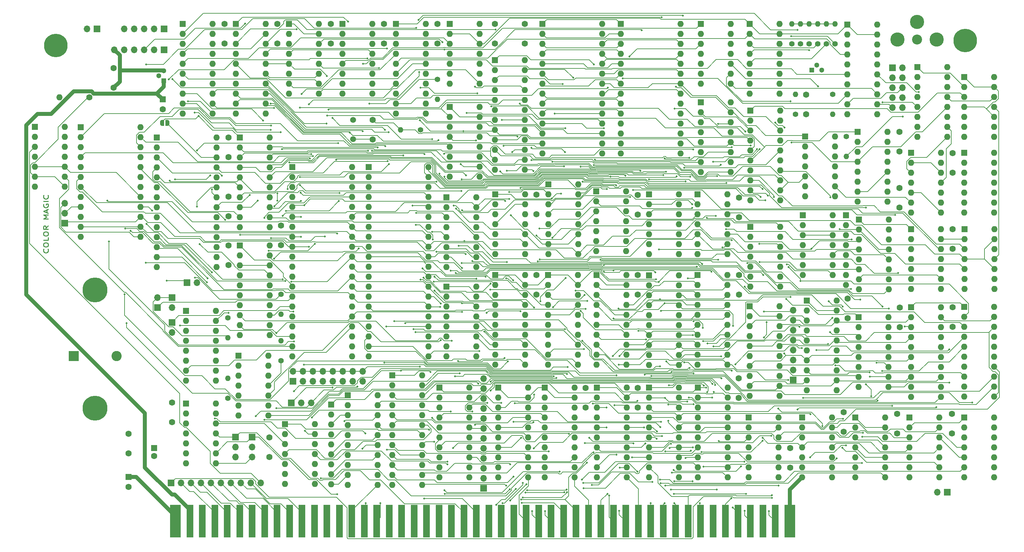
<source format=gtl>
%TF.GenerationSoftware,KiCad,Pcbnew,(6.0.10-0)*%
%TF.CreationDate,2024-01-14T15:11:37-05:00*%
%TF.ProjectId,s100_ColorMagic-1.0-001,73313030-5f43-46f6-9c6f-724d61676963,1.0-001*%
%TF.SameCoordinates,Original*%
%TF.FileFunction,Copper,L1,Top*%
%TF.FilePolarity,Positive*%
%FSLAX46Y46*%
G04 Gerber Fmt 4.6, Leading zero omitted, Abs format (unit mm)*
G04 Created by KiCad (PCBNEW (6.0.10-0)) date 2024-01-14 15:11:37*
%MOMM*%
%LPD*%
G01*
G04 APERTURE LIST*
G04 Aperture macros list*
%AMFreePoly0*
4,1,22,0.500000,-0.750000,0.000000,-0.750000,0.000000,-0.745033,-0.079941,-0.743568,-0.215256,-0.701293,-0.333266,-0.622738,-0.424486,-0.514219,-0.481581,-0.384460,-0.499164,-0.250000,-0.500000,-0.250000,-0.500000,0.250000,-0.499164,0.250000,-0.499963,0.256109,-0.478152,0.396186,-0.417904,0.524511,-0.324060,0.630769,-0.204165,0.706417,-0.067858,0.745374,0.000000,0.744959,0.000000,0.750000,
0.500000,0.750000,0.500000,-0.750000,0.500000,-0.750000,$1*%
%AMFreePoly1*
4,1,20,0.000000,0.744959,0.073905,0.744508,0.209726,0.703889,0.328688,0.626782,0.421226,0.519385,0.479903,0.390333,0.500000,0.250000,0.500000,-0.250000,0.499851,-0.262216,0.476331,-0.402017,0.414519,-0.529596,0.319384,-0.634700,0.198574,-0.708877,0.061801,-0.746166,0.000000,-0.745033,0.000000,-0.750000,-0.500000,-0.750000,-0.500000,0.750000,0.000000,0.750000,0.000000,0.744959,
0.000000,0.744959,$1*%
G04 Aperture macros list end*
%ADD10C,0.250000*%
%TA.AperFunction,NonConductor*%
%ADD11C,0.250000*%
%TD*%
%TA.AperFunction,ComponentPad*%
%ADD12R,1.600000X1.600000*%
%TD*%
%TA.AperFunction,ComponentPad*%
%ADD13O,1.600000X1.600000*%
%TD*%
%TA.AperFunction,ComponentPad*%
%ADD14C,1.600000*%
%TD*%
%TA.AperFunction,ComponentPad*%
%ADD15C,1.400000*%
%TD*%
%TA.AperFunction,ComponentPad*%
%ADD16O,1.400000X1.400000*%
%TD*%
%TA.AperFunction,ComponentPad*%
%ADD17C,1.500000*%
%TD*%
%TA.AperFunction,ComponentPad*%
%ADD18R,1.700000X1.700000*%
%TD*%
%TA.AperFunction,ComponentPad*%
%ADD19O,1.700000X1.700000*%
%TD*%
%TA.AperFunction,ComponentPad*%
%ADD20C,6.000000*%
%TD*%
%TA.AperFunction,SMDPad,CuDef*%
%ADD21FreePoly0,180.000000*%
%TD*%
%TA.AperFunction,SMDPad,CuDef*%
%ADD22FreePoly1,180.000000*%
%TD*%
%TA.AperFunction,ComponentPad*%
%ADD23C,3.616000*%
%TD*%
%TA.AperFunction,ComponentPad*%
%ADD24C,2.550000*%
%TD*%
%TA.AperFunction,ComponentPad*%
%ADD25R,1.300000X1.300000*%
%TD*%
%TA.AperFunction,ComponentPad*%
%ADD26C,1.300000*%
%TD*%
%TA.AperFunction,ConnectorPad*%
%ADD27R,2.794000X8.382000*%
%TD*%
%TA.AperFunction,ConnectorPad*%
%ADD28R,1.778000X8.382000*%
%TD*%
%TA.AperFunction,ComponentPad*%
%ADD29R,2.600000X2.600000*%
%TD*%
%TA.AperFunction,ComponentPad*%
%ADD30C,2.600000*%
%TD*%
%TA.AperFunction,ComponentPad*%
%ADD31C,6.350000*%
%TD*%
%TA.AperFunction,ViaPad*%
%ADD32C,0.508000*%
%TD*%
%TA.AperFunction,Conductor*%
%ADD33C,1.000000*%
%TD*%
%TA.AperFunction,Conductor*%
%ADD34C,0.152400*%
%TD*%
G04 APERTURE END LIST*
D10*
D11*
X20946428Y-83373214D02*
X21005952Y-83444642D01*
X21065476Y-83658928D01*
X21065476Y-83801785D01*
X21005952Y-84016071D01*
X20886904Y-84158928D01*
X20767857Y-84230357D01*
X20529761Y-84301785D01*
X20351190Y-84301785D01*
X20113095Y-84230357D01*
X19994047Y-84158928D01*
X19875000Y-84016071D01*
X19815476Y-83801785D01*
X19815476Y-83658928D01*
X19875000Y-83444642D01*
X19934523Y-83373214D01*
X19815476Y-82444642D02*
X19815476Y-82158928D01*
X19875000Y-82016071D01*
X19994047Y-81873214D01*
X20232142Y-81801785D01*
X20648809Y-81801785D01*
X20886904Y-81873214D01*
X21005952Y-82016071D01*
X21065476Y-82158928D01*
X21065476Y-82444642D01*
X21005952Y-82587500D01*
X20886904Y-82730357D01*
X20648809Y-82801785D01*
X20232142Y-82801785D01*
X19994047Y-82730357D01*
X19875000Y-82587500D01*
X19815476Y-82444642D01*
X21065476Y-80444642D02*
X21065476Y-81158928D01*
X19815476Y-81158928D01*
X19815476Y-79658928D02*
X19815476Y-79373214D01*
X19875000Y-79230357D01*
X19994047Y-79087500D01*
X20232142Y-79016071D01*
X20648809Y-79016071D01*
X20886904Y-79087500D01*
X21005952Y-79230357D01*
X21065476Y-79373214D01*
X21065476Y-79658928D01*
X21005952Y-79801785D01*
X20886904Y-79944642D01*
X20648809Y-80016071D01*
X20232142Y-80016071D01*
X19994047Y-79944642D01*
X19875000Y-79801785D01*
X19815476Y-79658928D01*
X21065476Y-77516071D02*
X20470238Y-78016071D01*
X21065476Y-78373214D02*
X19815476Y-78373214D01*
X19815476Y-77801785D01*
X19875000Y-77658928D01*
X19934523Y-77587500D01*
X20053571Y-77516071D01*
X20232142Y-77516071D01*
X20351190Y-77587500D01*
X20410714Y-77658928D01*
X20470238Y-77801785D01*
X20470238Y-78373214D01*
X21065476Y-75730357D02*
X19815476Y-75730357D01*
X20708333Y-75230357D01*
X19815476Y-74730357D01*
X21065476Y-74730357D01*
X20708333Y-74087500D02*
X20708333Y-73373214D01*
X21065476Y-74230357D02*
X19815476Y-73730357D01*
X21065476Y-73230357D01*
X19875000Y-71944642D02*
X19815476Y-72087500D01*
X19815476Y-72301785D01*
X19875000Y-72516071D01*
X19994047Y-72658928D01*
X20113095Y-72730357D01*
X20351190Y-72801785D01*
X20529761Y-72801785D01*
X20767857Y-72730357D01*
X20886904Y-72658928D01*
X21005952Y-72516071D01*
X21065476Y-72301785D01*
X21065476Y-72158928D01*
X21005952Y-71944642D01*
X20946428Y-71873214D01*
X20529761Y-71873214D01*
X20529761Y-72158928D01*
X21065476Y-71230357D02*
X19815476Y-71230357D01*
X20946428Y-69658928D02*
X21005952Y-69730357D01*
X21065476Y-69944642D01*
X21065476Y-70087500D01*
X21005952Y-70301785D01*
X20886904Y-70444642D01*
X20767857Y-70516071D01*
X20529761Y-70587500D01*
X20351190Y-70587500D01*
X20113095Y-70516071D01*
X19994047Y-70444642D01*
X19875000Y-70301785D01*
X19815476Y-70087500D01*
X19815476Y-69944642D01*
X19875000Y-69730357D01*
X19934523Y-69658928D01*
D12*
%TO.P,U67,1,CP1*%
%TO.N,Net-(U67-Pad1)*%
X200000000Y-77760000D03*
D13*
%TO.P,U67,2,NC*%
%TO.N,unconnected-(U67-Pad2)*%
X200000000Y-80300000D03*
%TO.P,U67,3,NC*%
%TO.N,unconnected-(U67-Pad3)*%
X200000000Y-82840000D03*
%TO.P,U67,4,NC*%
%TO.N,unconnected-(U67-Pad4)*%
X200000000Y-85380000D03*
%TO.P,U67,5,VCC*%
%TO.N,unconnected-(U67-Pad5)*%
X200000000Y-87920000D03*
%TO.P,U67,6,R0(1)*%
%TO.N,/IO Chips/ZERO*%
X200000000Y-90460000D03*
%TO.P,U67,7,R0(2)*%
X200000000Y-93000000D03*
%TO.P,U67,8,Q3*%
%TO.N,Net-(JP13-Pad1)*%
X207620000Y-93000000D03*
%TO.P,U67,9,Q2*%
%TO.N,unconnected-(U67-Pad9)*%
X207620000Y-90460000D03*
%TO.P,U67,10,GND*%
%TO.N,GND*%
X207620000Y-87920000D03*
%TO.P,U67,11,Q1*%
%TO.N,unconnected-(U67-Pad11)*%
X207620000Y-85380000D03*
%TO.P,U67,12,Q0*%
%TO.N,Net-(U67-Pad1)*%
X207620000Y-82840000D03*
%TO.P,U67,13,NC*%
%TO.N,unconnected-(U67-Pad13)*%
X207620000Y-80300000D03*
%TO.P,U67,14,CP0*%
%TO.N,14MCLK*%
X207620000Y-77760000D03*
%TD*%
D12*
%TO.P,U62,1*%
%TO.N,pDBIN*%
X199600000Y-126360000D03*
D13*
%TO.P,U62,2*%
%TO.N,{slash}RD*%
X199600000Y-128900000D03*
%TO.P,U62,3*%
%TO.N,sOUT*%
X199600000Y-131440000D03*
%TO.P,U62,4*%
%TO.N,{slash}6845WRT*%
X199600000Y-133980000D03*
%TO.P,U62,5*%
%TO.N,pWR\u002A*%
X199600000Y-136520000D03*
%TO.P,U62,6*%
%TO.N,Net-(U62-Pad11)*%
X199600000Y-139060000D03*
%TO.P,U62,7,GND*%
%TO.N,GND*%
X199600000Y-141600000D03*
%TO.P,U62,8*%
%TO.N,Net-(C31-Pad1)*%
X207220000Y-141600000D03*
%TO.P,U62,9*%
%TO.N,CLOCK*%
X207220000Y-139060000D03*
%TO.P,U62,10*%
%TO.N,{slash}WR*%
X207220000Y-136520000D03*
%TO.P,U62,11*%
%TO.N,Net-(U62-Pad11)*%
X207220000Y-133980000D03*
%TO.P,U62,12*%
%TO.N,SYNC_SRC*%
X207220000Y-131440000D03*
%TO.P,U62,13*%
%TO.N,Net-(JP7-Pad2)*%
X207220000Y-128900000D03*
%TO.P,U62,14,VCC*%
%TO.N,VCC*%
X207220000Y-126360000D03*
%TD*%
D12*
%TO.P,U51,1*%
%TO.N,unconnected-(U51-Pad1)*%
X69580000Y-110560000D03*
D13*
%TO.P,U51,2*%
%TO.N,unconnected-(U51-Pad2)*%
X69580000Y-113100000D03*
%TO.P,U51,3*%
%TO.N,unconnected-(U51-Pad3)*%
X69580000Y-115640000D03*
%TO.P,U51,4*%
%TO.N,unconnected-(U51-Pad4)*%
X69580000Y-118180000D03*
%TO.P,U51,5*%
%TO.N,unconnected-(U51-Pad5)*%
X69580000Y-120720000D03*
%TO.P,U51,6*%
%TO.N,unconnected-(U51-Pad6)*%
X69580000Y-123260000D03*
%TO.P,U51,7,GND*%
%TO.N,GND*%
X69580000Y-125800000D03*
%TO.P,U51,8*%
%TO.N,KBD_CLK*%
X77200000Y-125800000D03*
%TO.P,U51,9*%
%TO.N,GND*%
X77200000Y-123260000D03*
%TO.P,U51,10*%
%TO.N,U25.24*%
X77200000Y-120720000D03*
%TO.P,U51,11*%
%TO.N,Net-(C19-Pad1)*%
X77200000Y-118180000D03*
%TO.P,U51,12*%
%TO.N,GND*%
X77200000Y-115640000D03*
%TO.P,U51,13*%
%TO.N,Net-(U51-Pad13)*%
X77200000Y-113100000D03*
%TO.P,U51,14,VCC*%
%TO.N,VCC*%
X77200000Y-110560000D03*
%TD*%
D12*
%TO.P,U43,1,OE*%
%TO.N,{slash}EN4*%
X186580000Y-90000000D03*
D13*
%TO.P,U43,2,O0*%
%TO.N,DO0*%
X186580000Y-92540000D03*
%TO.P,U43,3,D0*%
%TO.N,MDO0*%
X186580000Y-95080000D03*
%TO.P,U43,4,D1*%
%TO.N,MDO1*%
X186580000Y-97620000D03*
%TO.P,U43,5,O1*%
%TO.N,DO1*%
X186580000Y-100160000D03*
%TO.P,U43,6,O2*%
%TO.N,DO2*%
X186580000Y-102700000D03*
%TO.P,U43,7,D2*%
%TO.N,MDO2*%
X186580000Y-105240000D03*
%TO.P,U43,8,D3*%
%TO.N,MDO3*%
X186580000Y-107780000D03*
%TO.P,U43,9,O3*%
%TO.N,DO3*%
X186580000Y-110320000D03*
%TO.P,U43,10,GND*%
%TO.N,GND*%
X186580000Y-112860000D03*
%TO.P,U43,11,LE*%
%TO.N,HCLK*%
X194200000Y-112860000D03*
%TO.P,U43,12,O4*%
%TO.N,DO4*%
X194200000Y-110320000D03*
%TO.P,U43,13,D4*%
%TO.N,MDO4*%
X194200000Y-107780000D03*
%TO.P,U43,14,D5*%
%TO.N,MDO5*%
X194200000Y-105240000D03*
%TO.P,U43,15,O5*%
%TO.N,DO5*%
X194200000Y-102700000D03*
%TO.P,U43,16,O6*%
%TO.N,DO6*%
X194200000Y-100160000D03*
%TO.P,U43,17,D6*%
%TO.N,MDO6*%
X194200000Y-97620000D03*
%TO.P,U43,18,D7*%
%TO.N,MDO7*%
X194200000Y-95080000D03*
%TO.P,U43,19,O7*%
%TO.N,DO7*%
X194200000Y-92540000D03*
%TO.P,U43,20,VCC*%
%TO.N,VCC*%
X194200000Y-90000000D03*
%TD*%
D12*
%TO.P,U17,1,~{Mr}*%
%TO.N,{slash}RESET*%
X187380000Y-45960000D03*
D13*
%TO.P,U17,2,Q0*%
%TO.N,HRES*%
X187380000Y-48500000D03*
%TO.P,U17,3,D0*%
%TO.N,PD0*%
X187380000Y-51040000D03*
%TO.P,U17,4,D1*%
%TO.N,PD1*%
X187380000Y-53580000D03*
%TO.P,U17,5,Q1*%
%TO.N,GRPH*%
X187380000Y-56120000D03*
%TO.P,U17,6,D2*%
%TO.N,PD2*%
X187380000Y-58660000D03*
%TO.P,U17,7,Q2*%
%TO.N,BW*%
X187380000Y-61200000D03*
%TO.P,U17,8,GND*%
%TO.N,GND*%
X187380000Y-63740000D03*
%TO.P,U17,9,Cp*%
%TO.N,{slash}PORT1_WR*%
X195000000Y-63740000D03*
%TO.P,U17,10,Q3*%
%TO.N,VIDEO_EN*%
X195000000Y-61200000D03*
%TO.P,U17,11,D3*%
%TO.N,PD3*%
X195000000Y-58660000D03*
%TO.P,U17,12,Q4*%
%TO.N,HDGRAPHIC*%
X195000000Y-56120000D03*
%TO.P,U17,13,D4*%
%TO.N,PD4*%
X195000000Y-53580000D03*
%TO.P,U17,14,D5*%
%TO.N,PD5*%
X195000000Y-51040000D03*
%TO.P,U17,15,Q5*%
%TO.N,ENABLE_BLINK*%
X195000000Y-48500000D03*
%TO.P,U17,16,VCC*%
%TO.N,VCC*%
X195000000Y-45960000D03*
%TD*%
D14*
%TO.P,C8,1*%
%TO.N,Net-(C8-Pad1)*%
X103750000Y-50500000D03*
%TO.P,C8,2*%
%TO.N,Net-(C8-Pad2)*%
X103750000Y-55500000D03*
%TD*%
%TO.P,C3,1*%
%TO.N,VCC*%
X93050000Y-26000000D03*
%TO.P,C3,2*%
%TO.N,GND*%
X93050000Y-31000000D03*
%TD*%
D12*
%TO.P,U37,1,G*%
%TO.N,U25.13*%
X69880000Y-82500000D03*
D13*
%TO.P,U37,2,S/P*%
%TO.N,/IO Chips/ZERO*%
X69880000Y-85040000D03*
%TO.P,U37,3,D0*%
X69880000Y-87580000D03*
%TO.P,U37,4,A/Qa*%
%TO.N,Net-(U25-Pad37)*%
X69880000Y-90120000D03*
%TO.P,U37,5,C/Qc*%
%TO.N,Net-(U25-Pad39)*%
X69880000Y-92660000D03*
%TO.P,U37,6,E/Qe*%
%TO.N,Net-(U25-Pad1)*%
X69880000Y-95200000D03*
%TO.P,U37,7,G/Qg*%
%TO.N,Net-(U25-Pad3)*%
X69880000Y-97740000D03*
%TO.P,U37,8,OE*%
%TO.N,U25.25*%
X69880000Y-100280000D03*
%TO.P,U37,9,Clr*%
%TO.N,Net-(U28-Pad6)*%
X69880000Y-102820000D03*
%TO.P,U37,10,GND*%
%TO.N,GND*%
X69880000Y-105360000D03*
%TO.P,U37,11,Clk*%
%TO.N,Net-(U37-Pad11)*%
X77500000Y-105360000D03*
%TO.P,U37,12,Qh*%
%TO.N,Net-(U37-Pad12)*%
X77500000Y-102820000D03*
%TO.P,U37,13,H/Qh*%
%TO.N,Net-(U25-Pad4)*%
X77500000Y-100280000D03*
%TO.P,U37,14,F/Qf*%
%TO.N,Net-(U25-Pad2)*%
X77500000Y-97740000D03*
%TO.P,U37,15,D/Qd*%
%TO.N,Net-(U25-Pad40)*%
X77500000Y-95200000D03*
%TO.P,U37,16,B/Qb*%
%TO.N,Net-(U25-Pad38)*%
X77500000Y-92660000D03*
%TO.P,U37,17,D1*%
%TO.N,KBD_DATA*%
X77500000Y-90120000D03*
%TO.P,U37,18,SE*%
%TO.N,/IO Chips/ZERO*%
X77500000Y-87580000D03*
%TO.P,U37,19,DS*%
X77500000Y-85040000D03*
%TO.P,U37,20,VCC*%
%TO.N,VCC*%
X77500000Y-82500000D03*
%TD*%
D12*
%TO.P,U66,1*%
%TO.N,MEMCS*%
X254580000Y-126360000D03*
D13*
%TO.P,U66,2*%
%TO.N,Net-(JP15-Pad1)*%
X254580000Y-128900000D03*
%TO.P,U66,3*%
%TO.N,U25.13*%
X254580000Y-131440000D03*
%TO.P,U66,4*%
%TO.N,/IO Chips/KBD_INT\u002A*%
X254580000Y-133980000D03*
%TO.P,U66,5*%
%TO.N,Net-(U63-Pad13)*%
X254580000Y-136520000D03*
%TO.P,U66,6*%
%TO.N,PRDY*%
X254580000Y-139060000D03*
%TO.P,U66,7,GND*%
%TO.N,GND*%
X254580000Y-141600000D03*
%TO.P,U66,8*%
%TO.N,unconnected-(U66-Pad8)*%
X262200000Y-141600000D03*
%TO.P,U66,9*%
%TO.N,unconnected-(U66-Pad9)*%
X262200000Y-139060000D03*
%TO.P,U66,10*%
%TO.N,unconnected-(U66-Pad10)*%
X262200000Y-136520000D03*
%TO.P,U66,11*%
%TO.N,unconnected-(U66-Pad11)*%
X262200000Y-133980000D03*
%TO.P,U66,12*%
%TO.N,unconnected-(U66-Pad12)*%
X262200000Y-131440000D03*
%TO.P,U66,13*%
%TO.N,unconnected-(U66-Pad13)*%
X262200000Y-128900000D03*
%TO.P,U66,14,VCC*%
%TO.N,VCC*%
X262200000Y-126360000D03*
%TD*%
D15*
%TO.P,R14,1*%
%TO.N,Net-(C19-Pad1)*%
X80400000Y-111880000D03*
D16*
%TO.P,R14,2*%
%TO.N,VCC*%
X80400000Y-106800000D03*
%TD*%
D12*
%TO.P,U6,1,CP*%
%TO.N,CURSOR_BLINK*%
X123380000Y-26000000D03*
D13*
%TO.P,U6,2,MR*%
%TO.N,/Video Timing/ZERO*%
X123380000Y-28540000D03*
%TO.P,U6,3,Q0*%
%TO.N,BLINK*%
X123380000Y-31080000D03*
%TO.P,U6,4,Q1*%
%TO.N,unconnected-(U6-Pad4)*%
X123380000Y-33620000D03*
%TO.P,U6,5,Q2*%
%TO.N,unconnected-(U6-Pad5)*%
X123380000Y-36160000D03*
%TO.P,U6,6,Q3*%
%TO.N,unconnected-(U6-Pad6)*%
X123380000Y-38700000D03*
%TO.P,U6,7,GND*%
%TO.N,GND*%
X123380000Y-41240000D03*
%TO.P,U6,8,Q3*%
%TO.N,CURSOR_BLINK*%
X131000000Y-41240000D03*
%TO.P,U6,9,Q2*%
%TO.N,unconnected-(U6-Pad9)*%
X131000000Y-38700000D03*
%TO.P,U6,10,Q1*%
%TO.N,unconnected-(U6-Pad10)*%
X131000000Y-36160000D03*
%TO.P,U6,11,Q0*%
%TO.N,unconnected-(U6-Pad11)*%
X131000000Y-33620000D03*
%TO.P,U6,12,MR*%
%TO.N,/Video Timing/ZERO*%
X131000000Y-31080000D03*
%TO.P,U6,13,CP*%
%TO.N,{slash}VSYNC_DLY*%
X131000000Y-28540000D03*
%TO.P,U6,14,VCC*%
%TO.N,VCC*%
X131000000Y-26000000D03*
%TD*%
D17*
%TO.P,Y1,1,1*%
%TO.N,Net-(R7-Pad1)*%
X98750000Y-50500000D03*
%TO.P,Y1,2,2*%
%TO.N,Net-(C8-Pad2)*%
X98750000Y-55400000D03*
%TD*%
D12*
%TO.P,U32,1*%
%TO.N,Q8*%
X186580000Y-69400000D03*
D13*
%TO.P,U32,2*%
%TO.N,{slash}Q8*%
X186580000Y-71940000D03*
%TO.P,U32,3*%
%TO.N,CURSOR*%
X186580000Y-74480000D03*
%TO.P,U32,4*%
%TO.N,Net-(U32-Pad4)*%
X186580000Y-77020000D03*
%TO.P,U32,5*%
%TO.N,{slash}IDEN1*%
X186580000Y-79560000D03*
%TO.P,U32,6*%
%TO.N,Net-(U32-Pad6)*%
X186580000Y-82100000D03*
%TO.P,U32,7,GND*%
%TO.N,GND*%
X186580000Y-84640000D03*
%TO.P,U32,8*%
%TO.N,{slash}HCLK*%
X194200000Y-84640000D03*
%TO.P,U32,9*%
%TO.N,HCLK*%
X194200000Y-82100000D03*
%TO.P,U32,10*%
%TO.N,{slash}DISPEN*%
X194200000Y-79560000D03*
%TO.P,U32,11*%
%TO.N,DISPEN*%
X194200000Y-77020000D03*
%TO.P,U32,12*%
%TO.N,{slash}BW*%
X194200000Y-74480000D03*
%TO.P,U32,13*%
%TO.N,BW*%
X194200000Y-71940000D03*
%TO.P,U32,14,VCC*%
%TO.N,VCC*%
X194200000Y-69400000D03*
%TD*%
D14*
%TO.P,C33,1*%
%TO.N,VCC*%
X171345000Y-118765000D03*
%TO.P,C33,2*%
%TO.N,GND*%
X171345000Y-123765000D03*
%TD*%
D12*
%TO.P,U33,1*%
%TO.N,DOTCLK*%
X213380000Y-74800000D03*
D13*
%TO.P,U33,2*%
%TO.N,FB2*%
X213380000Y-77340000D03*
%TO.P,U33,3*%
%TO.N,FB1*%
X213380000Y-79880000D03*
%TO.P,U33,4*%
%TO.N,{slash}RD*%
X213380000Y-82420000D03*
%TO.P,U33,5*%
%TO.N,{slash}WR*%
X213380000Y-84960000D03*
%TO.P,U33,6*%
%TO.N,Net-(U33-Pad6)*%
X213380000Y-87500000D03*
%TO.P,U33,7,GND*%
%TO.N,GND*%
X213380000Y-90040000D03*
%TO.P,U33,8*%
%TO.N,Net-(U33-Pad8)*%
X221000000Y-90040000D03*
%TO.P,U33,9*%
%TO.N,Net-(U33-Pad9)*%
X221000000Y-87500000D03*
%TO.P,U33,10*%
%TO.N,{slash}DISPEN_DLY*%
X221000000Y-84960000D03*
%TO.P,U33,11*%
%TO.N,FB2*%
X221000000Y-82420000D03*
%TO.P,U33,12*%
%TO.N,FB1*%
X221000000Y-79880000D03*
%TO.P,U33,13*%
%TO.N,Net-(U19-Pad6)*%
X221000000Y-77340000D03*
%TO.P,U33,14,VCC*%
%TO.N,VCC*%
X221000000Y-74800000D03*
%TD*%
D18*
%TO.P,J4,1,Pin_1*%
%TO.N,Net-(J4-Pad1)*%
X50600000Y-32600000D03*
D19*
%TO.P,J4,2,Pin_2*%
%TO.N,unconnected-(J4-Pad2)*%
X48060000Y-32600000D03*
%TO.P,J4,3,Pin_3*%
%TO.N,{slash}LPENSW*%
X45520000Y-32600000D03*
%TO.P,J4,4,Pin_4*%
%TO.N,GND*%
X42980000Y-32600000D03*
%TO.P,J4,5,Pin_5*%
%TO.N,VCC*%
X40440000Y-32600000D03*
%TO.P,J4,6,Pin_6*%
%TO.N,+12V*%
X37900000Y-32600000D03*
%TD*%
D12*
%TO.P,U27,1,Ds*%
%TO.N,/Video Generator/ZERO*%
X122580000Y-70200000D03*
D13*
%TO.P,U27,2,A*%
%TO.N,AT0*%
X122580000Y-72740000D03*
%TO.P,U27,3,B*%
%TO.N,AT2*%
X122580000Y-75280000D03*
%TO.P,U27,4,C*%
%TO.N,AT4*%
X122580000Y-77820000D03*
%TO.P,U27,5,D*%
%TO.N,AT6*%
X122580000Y-80360000D03*
%TO.P,U27,6,CE*%
%TO.N,/Video Generator/ZERO*%
X122580000Y-82900000D03*
%TO.P,U27,7,Clk*%
%TO.N,DOTCLK*%
X122580000Y-85440000D03*
%TO.P,U27,8,GND*%
%TO.N,GND*%
X122580000Y-87980000D03*
%TO.P,U27,9,Clr*%
%TO.N,{slash}CLR_SL*%
X130200000Y-87980000D03*
%TO.P,U27,10,E*%
%TO.N,CC0*%
X130200000Y-85440000D03*
%TO.P,U27,11,F*%
%TO.N,CC2*%
X130200000Y-82900000D03*
%TO.P,U27,12,G*%
%TO.N,CC4*%
X130200000Y-80360000D03*
%TO.P,U27,13,Qh*%
%TO.N,C0*%
X130200000Y-77820000D03*
%TO.P,U27,14,H*%
%TO.N,CC6*%
X130200000Y-75280000D03*
%TO.P,U27,15,PE*%
%TO.N,SL*%
X130200000Y-72740000D03*
%TO.P,U27,16,VCC*%
%TO.N,VCC*%
X130200000Y-70200000D03*
%TD*%
D14*
%TO.P,C15,1*%
%TO.N,VCC*%
X145525000Y-69515000D03*
%TO.P,C15,2*%
%TO.N,GND*%
X145525000Y-74515000D03*
%TD*%
D15*
%TO.P,R3,1*%
%TO.N,Net-(R3-Pad1)*%
X215000000Y-31080000D03*
D16*
%TO.P,R3,2*%
%TO.N,Net-(Q1-Pad2)*%
X215000000Y-26000000D03*
%TD*%
D14*
%TO.P,C17,1*%
%TO.N,VCC*%
X197100000Y-70275000D03*
%TO.P,C17,2*%
%TO.N,GND*%
X197100000Y-75275000D03*
%TD*%
%TO.P,C19,1*%
%TO.N,Net-(C19-Pad1)*%
X80400000Y-82400000D03*
%TO.P,C19,2*%
%TO.N,GND*%
X80400000Y-77400000D03*
%TD*%
D12*
%TO.P,U29,1,~{Mr}*%
%TO.N,{slash}RESET*%
X148500000Y-66860000D03*
D13*
%TO.P,U29,2,Q0*%
%TO.N,LCLK*%
X148500000Y-69400000D03*
%TO.P,U29,3,D0*%
%TO.N,{slash}Q8*%
X148500000Y-71940000D03*
%TO.P,U29,4,D1*%
%TO.N,LCLK*%
X148500000Y-74480000D03*
%TO.P,U29,5,Q1*%
%TO.N,Q2*%
X148500000Y-77020000D03*
%TO.P,U29,6,D2*%
X148500000Y-79560000D03*
%TO.P,U29,7,Q2*%
%TO.N,Q3*%
X148500000Y-82100000D03*
%TO.P,U29,8,GND*%
%TO.N,GND*%
X148500000Y-84640000D03*
%TO.P,U29,9,Cp*%
%TO.N,14MCLK*%
X156120000Y-84640000D03*
%TO.P,U29,10,Q3*%
%TO.N,Q4*%
X156120000Y-82100000D03*
%TO.P,U29,11,D3*%
%TO.N,Q3*%
X156120000Y-79560000D03*
%TO.P,U29,12,Q4*%
%TO.N,Q5*%
X156120000Y-77020000D03*
%TO.P,U29,13,D4*%
%TO.N,Q4*%
X156120000Y-74480000D03*
%TO.P,U29,14,D5*%
%TO.N,Q5*%
X156120000Y-71940000D03*
%TO.P,U29,15,Q5*%
%TO.N,Q6*%
X156120000Y-69400000D03*
%TO.P,U29,16,VCC*%
%TO.N,VCC*%
X156120000Y-66860000D03*
%TD*%
D15*
%TO.P,R16,1*%
%TO.N,KBD_CLK*%
X80400000Y-94920000D03*
D16*
%TO.P,R16,2*%
%TO.N,VCC*%
X80400000Y-100000000D03*
%TD*%
D12*
%TO.P,U55,1,I1*%
%TO.N,IDSELECT*%
X108780000Y-115600000D03*
D13*
%TO.P,U55,2,I2*%
%TO.N,pDBIN*%
X108780000Y-118140000D03*
%TO.P,U55,3,I3*%
%TO.N,{slash}WR*%
X108780000Y-120680000D03*
%TO.P,U55,4,I4*%
%TO.N,A9*%
X108780000Y-123220000D03*
%TO.P,U55,5,I5*%
%TO.N,A8*%
X108780000Y-125760000D03*
%TO.P,U55,6,I6*%
%TO.N,A7*%
X108780000Y-128300000D03*
%TO.P,U55,7,I7*%
%TO.N,A6*%
X108780000Y-130840000D03*
%TO.P,U55,8,I8*%
X108780000Y-133380000D03*
%TO.P,U55,9,I9*%
%TO.N,A4*%
X108780000Y-135920000D03*
%TO.P,U55,10,I10*%
%TO.N,A3*%
X108780000Y-138460000D03*
%TO.P,U55,11,I11*%
%TO.N,A2*%
X108780000Y-141000000D03*
%TO.P,U55,12,GND*%
%TO.N,GND*%
X108780000Y-143540000D03*
%TO.P,U55,13,I13*%
%TO.N,A1*%
X116400000Y-143540000D03*
%TO.P,U55,14,O14*%
%TO.N,{slash}PORT1_WR*%
X116400000Y-141000000D03*
%TO.P,U55,15,IO15*%
%TO.N,A0*%
X116400000Y-138460000D03*
%TO.P,U55,16,IO16*%
%TO.N,{slash}TMRCS*%
X116400000Y-135920000D03*
%TO.P,U55,17,IO17*%
%TO.N,{slash}IDEN1*%
X116400000Y-133380000D03*
%TO.P,U55,18,IO18*%
%TO.N,{slash}LPEN_CLR*%
X116400000Y-130840000D03*
%TO.P,U55,19,IO19*%
%TO.N,{slash}LPEN_SET*%
X116400000Y-128300000D03*
%TO.P,U55,20,I020*%
%TO.N,{slash}PIACS*%
X116400000Y-125760000D03*
%TO.P,U55,21,IO21*%
%TO.N,{slash}6845CS*%
X116400000Y-123220000D03*
%TO.P,U55,22,IO22*%
%TO.N,{slash}STATUS_CS*%
X116400000Y-120680000D03*
%TO.P,U55,23,O23*%
%TO.N,{slash}PORT2_WR*%
X116400000Y-118140000D03*
%TO.P,U55,24,VCC*%
%TO.N,VCC*%
X116400000Y-115600000D03*
%TD*%
D20*
%TO.P,H2,1,Pin_1*%
%TO.N,unconnected-(H2-Pad1)*%
X23000000Y-31500000D03*
%TD*%
D18*
%TO.P,JP4,1,A*%
%TO.N,Net-(JP3-Pad2)*%
X52600000Y-95800000D03*
D19*
%TO.P,JP4,2,B*%
%TO.N,/Video Generator/ZERO*%
X52600000Y-98340000D03*
%TD*%
D15*
%TO.P,R9,1*%
%TO.N,Net-(R9-Pad1)*%
X211500000Y-49000000D03*
D16*
%TO.P,R9,2*%
%TO.N,Net-(Q1-Pad2)*%
X211500000Y-43920000D03*
%TD*%
D12*
%TO.P,U20,1,~{Mr}*%
%TO.N,{slash}VSYNC_DLY*%
X227400000Y-53500000D03*
D13*
%TO.P,U20,2,Q0*%
%TO.N,Net-(U20-Pad2)*%
X227400000Y-56040000D03*
%TO.P,U20,3,~{Q0}*%
%TO.N,unconnected-(U20-Pad3)*%
X227400000Y-58580000D03*
%TO.P,U20,4,D0*%
%TO.N,/Video Timing/ONE*%
X227400000Y-61120000D03*
%TO.P,U20,5,D1*%
%TO.N,Net-(U20-Pad2)*%
X227400000Y-63660000D03*
%TO.P,U20,6,~{Q1}*%
%TO.N,unconnected-(U20-Pad6)*%
X227400000Y-66200000D03*
%TO.P,U20,7,Q1*%
%TO.N,Net-(U20-Pad12)*%
X227400000Y-68740000D03*
%TO.P,U20,8,GND*%
%TO.N,GND*%
X227400000Y-71280000D03*
%TO.P,U20,9,Cp*%
%TO.N,HSYNC_OUT*%
X235020000Y-71280000D03*
%TO.P,U20,10,Q2*%
%TO.N,Net-(U20-Pad10)*%
X235020000Y-68740000D03*
%TO.P,U20,11,~{Q2}*%
%TO.N,unconnected-(U20-Pad11)*%
X235020000Y-66200000D03*
%TO.P,U20,12,D2*%
%TO.N,Net-(U20-Pad12)*%
X235020000Y-63660000D03*
%TO.P,U20,13,D3*%
%TO.N,Net-(U20-Pad10)*%
X235020000Y-61120000D03*
%TO.P,U20,14,~{Q3}*%
%TO.N,Net-(U20-Pad14)*%
X235020000Y-58580000D03*
%TO.P,U20,15,Q3*%
%TO.N,unconnected-(U20-Pad15)*%
X235020000Y-56040000D03*
%TO.P,U20,16,VCC*%
%TO.N,VCC*%
X235020000Y-53500000D03*
%TD*%
D12*
%TO.P,U52,1*%
%TO.N,unconnected-(U52-Pad1)*%
X56180000Y-122760000D03*
D13*
%TO.P,U52,2*%
%TO.N,unconnected-(U52-Pad2)*%
X56180000Y-125300000D03*
%TO.P,U52,3*%
%TO.N,NEW_RESET*%
X56180000Y-127840000D03*
%TO.P,U52,4*%
%TO.N,RESET*%
X56180000Y-130380000D03*
%TO.P,U52,5*%
%TO.N,unconnected-(U52-Pad5)*%
X56180000Y-132920000D03*
%TO.P,U52,6*%
%TO.N,unconnected-(U52-Pad6)*%
X56180000Y-135460000D03*
%TO.P,U52,7,GND*%
%TO.N,GND*%
X56180000Y-138000000D03*
%TO.P,U52,8*%
%TO.N,Net-(JP9-Pad3)*%
X63800000Y-138000000D03*
%TO.P,U52,9*%
%TO.N,A23*%
X63800000Y-135460000D03*
%TO.P,U52,10*%
%TO.N,Net-(JP8-Pad3)*%
X63800000Y-132920000D03*
%TO.P,U52,11*%
%TO.N,PHI*%
X63800000Y-130380000D03*
%TO.P,U52,12*%
%TO.N,Net-(U52-Pad12)*%
X63800000Y-127840000D03*
%TO.P,U52,13*%
%TO.N,Net-(J4-Pad1)*%
X63800000Y-125300000D03*
%TO.P,U52,14,VCC*%
%TO.N,VCC*%
X63800000Y-122760000D03*
%TD*%
D12*
%TO.P,U57,1,OEa*%
%TO.N,{slash}HCLK*%
X135780000Y-118740000D03*
D13*
%TO.P,U57,2,I0a*%
%TO.N,A1*%
X135780000Y-121280000D03*
%TO.P,U57,3,O3b*%
%TO.N,MA7*%
X135780000Y-123820000D03*
%TO.P,U57,4,I1a*%
%TO.N,A2*%
X135780000Y-126360000D03*
%TO.P,U57,5,O2b*%
%TO.N,MA6*%
X135780000Y-128900000D03*
%TO.P,U57,6,I2a*%
%TO.N,A3*%
X135780000Y-131440000D03*
%TO.P,U57,7,O1b*%
%TO.N,MA5*%
X135780000Y-133980000D03*
%TO.P,U57,8,I3a*%
%TO.N,A4*%
X135780000Y-136520000D03*
%TO.P,U57,9,O0b*%
%TO.N,MA4*%
X135780000Y-139060000D03*
%TO.P,U57,10,GND*%
%TO.N,GND*%
X135780000Y-141600000D03*
%TO.P,U57,11,I0b*%
%TO.N,A5*%
X143400000Y-141600000D03*
%TO.P,U57,12,O3a*%
%TO.N,MA3*%
X143400000Y-139060000D03*
%TO.P,U57,13,I1b*%
%TO.N,A6*%
X143400000Y-136520000D03*
%TO.P,U57,14,O2a*%
%TO.N,MA2*%
X143400000Y-133980000D03*
%TO.P,U57,15,I2b*%
%TO.N,A7*%
X143400000Y-131440000D03*
%TO.P,U57,16,O1a*%
%TO.N,MA1*%
X143400000Y-128900000D03*
%TO.P,U57,17,I3b*%
%TO.N,A8*%
X143400000Y-126360000D03*
%TO.P,U57,18,O0a*%
%TO.N,MA0*%
X143400000Y-123820000D03*
%TO.P,U57,19,OEb*%
%TO.N,{slash}HCLK*%
X143400000Y-121280000D03*
%TO.P,U57,20,VCC*%
%TO.N,VCC*%
X143400000Y-118740000D03*
%TD*%
D14*
%TO.P,C38,1*%
%TO.N,VCC*%
X223800000Y-125000000D03*
%TO.P,C38,2*%
%TO.N,GND*%
X223800000Y-130000000D03*
%TD*%
D18*
%TO.P,J3,1,Pin_1*%
%TO.N,KBD_CLK*%
X50600000Y-27250000D03*
D19*
%TO.P,J3,2,Pin_2*%
%TO.N,KBD_DATA*%
X48060000Y-27250000D03*
%TO.P,J3,3,Pin_3*%
%TO.N,{slash}RESET*%
X45520000Y-27250000D03*
%TO.P,J3,4,Pin_4*%
%TO.N,GND*%
X42980000Y-27250000D03*
%TO.P,J3,5,Pin_5*%
%TO.N,VCC*%
X40440000Y-27250000D03*
%TD*%
D18*
%TO.P,JP12,1,Pin_1*%
%TO.N,/Clock_and_address/ZERO*%
X132000000Y-144400000D03*
D19*
%TO.P,JP12,2,Pin_2*%
%TO.N,Net-(JP12-Pad2)*%
X132000000Y-141860000D03*
%TO.P,JP12,3,Pin_3*%
%TO.N,/Clock_and_address/ZERO*%
X132000000Y-139320000D03*
%TO.P,JP12,4,Pin_4*%
%TO.N,Net-(JP12-Pad4)*%
X132000000Y-136780000D03*
%TO.P,JP12,5,Pin_5*%
%TO.N,/Clock_and_address/ZERO*%
X132000000Y-134240000D03*
%TO.P,JP12,6,Pin_6*%
%TO.N,Net-(JP12-Pad6)*%
X132000000Y-131700000D03*
%TO.P,JP12,7,Pin_7*%
%TO.N,/Clock_and_address/ZERO*%
X132000000Y-129160000D03*
%TO.P,JP12,8,Pin_8*%
%TO.N,Net-(JP12-Pad8)*%
X132000000Y-126620000D03*
%TO.P,JP12,9,Pin_9*%
%TO.N,/Clock_and_address/ZERO*%
X132000000Y-124080000D03*
%TO.P,JP12,10,Pin_10*%
%TO.N,Net-(JP12-Pad10)*%
X132000000Y-121540000D03*
%TO.P,JP12,11,Pin_11*%
%TO.N,/Clock_and_address/ZERO*%
X132000000Y-119000000D03*
%TO.P,JP12,12,Pin_12*%
%TO.N,Net-(JP12-Pad12)*%
X132000000Y-116460000D03*
%TD*%
D15*
%TO.P,R5,1*%
%TO.N,Net-(R5-Pad1)*%
X219400000Y-31080000D03*
D16*
%TO.P,R5,2*%
%TO.N,Net-(Q1-Pad2)*%
X219400000Y-26000000D03*
%TD*%
D12*
%TO.P,U12,1,I3*%
%TO.N,Net-(U12-Pad1)*%
X242580000Y-37020000D03*
D13*
%TO.P,U12,2,I2*%
%TO.N,Net-(U12-Pad2)*%
X242580000Y-39560000D03*
%TO.P,U12,3,I1*%
%TO.N,Net-(U12-Pad3)*%
X242580000Y-42100000D03*
%TO.P,U12,4,I0*%
%TO.N,GND*%
X242580000Y-44640000D03*
%TO.P,U12,5,Z*%
%TO.N,U12.5*%
X242580000Y-47180000D03*
%TO.P,U12,6,~{Z}*%
%TO.N,unconnected-(U12-Pad6)*%
X242580000Y-49720000D03*
%TO.P,U12,7,~{E}*%
%TO.N,GND*%
X242580000Y-52260000D03*
%TO.P,U12,8,GND*%
X242580000Y-54800000D03*
%TO.P,U12,9,S2*%
%TO.N,Net-(U12-Pad9)*%
X250200000Y-54800000D03*
%TO.P,U12,10,S1*%
%TO.N,Net-(U12-Pad10)*%
X250200000Y-52260000D03*
%TO.P,U12,11,S0*%
%TO.N,B*%
X250200000Y-49720000D03*
%TO.P,U12,12,I7*%
%TO.N,/Video Timing/ONE*%
X250200000Y-47180000D03*
%TO.P,U12,13,I6*%
%TO.N,Net-(U12-Pad13)*%
X250200000Y-44640000D03*
%TO.P,U12,14,I5*%
%TO.N,Net-(U12-Pad14)*%
X250200000Y-42100000D03*
%TO.P,U12,15,I4*%
%TO.N,Net-(U12-Pad15)*%
X250200000Y-39560000D03*
%TO.P,U12,16,VCC*%
%TO.N,VCC*%
X250200000Y-37020000D03*
%TD*%
D12*
%TO.P,U56,1,G*%
%TO.N,/Clock_and_address/ZERO*%
X120800000Y-118740000D03*
D13*
%TO.P,U56,2,P0*%
%TO.N,A15*%
X120800000Y-121280000D03*
%TO.P,U56,3,R0*%
%TO.N,Net-(JP12-Pad2)*%
X120800000Y-123820000D03*
%TO.P,U56,4,P1*%
%TO.N,A14*%
X120800000Y-126360000D03*
%TO.P,U56,5,R1*%
%TO.N,Net-(JP12-Pad4)*%
X120800000Y-128900000D03*
%TO.P,U56,6,P2*%
%TO.N,A13*%
X120800000Y-131440000D03*
%TO.P,U56,7,R2*%
%TO.N,Net-(JP12-Pad6)*%
X120800000Y-133980000D03*
%TO.P,U56,8,P3*%
%TO.N,A12*%
X120800000Y-136520000D03*
%TO.P,U56,9,R3*%
%TO.N,Net-(JP12-Pad8)*%
X120800000Y-139060000D03*
%TO.P,U56,10,GND*%
%TO.N,GND*%
X120800000Y-141600000D03*
%TO.P,U56,11,P4*%
%TO.N,A11*%
X128420000Y-141600000D03*
%TO.P,U56,12,R4*%
%TO.N,Net-(JP12-Pad10)*%
X128420000Y-139060000D03*
%TO.P,U56,13,P5*%
%TO.N,A10*%
X128420000Y-136520000D03*
%TO.P,U56,14,R5*%
%TO.N,Net-(JP12-Pad12)*%
X128420000Y-133980000D03*
%TO.P,U56,15,P6*%
%TO.N,/Clock_and_address/ZERO*%
X128420000Y-131440000D03*
%TO.P,U56,16,R6*%
X128420000Y-128900000D03*
%TO.P,U56,17,P7*%
%TO.N,sINP*%
X128420000Y-126360000D03*
%TO.P,U56,18,R7*%
%TO.N,{slash}6845WRT*%
X128420000Y-123820000D03*
%TO.P,U56,19,P=R*%
%TO.N,IDSELECT*%
X128420000Y-121280000D03*
%TO.P,U56,20,VCC*%
%TO.N,VCC*%
X128420000Y-118740000D03*
%TD*%
D14*
%TO.P,C4,1*%
%TO.N,VCC*%
X106650000Y-26000000D03*
%TO.P,C4,2*%
%TO.N,GND*%
X106650000Y-31000000D03*
%TD*%
D15*
%TO.P,R7,1*%
%TO.N,Net-(R7-Pad1)*%
X120250000Y-40120000D03*
D16*
%TO.P,R7,2*%
%TO.N,Net-(R7-Pad2)*%
X120250000Y-45200000D03*
%TD*%
D14*
%TO.P,C39,1*%
%TO.N,VCC*%
X237400000Y-125375000D03*
%TO.P,C39,2*%
%TO.N,GND*%
X237400000Y-130375000D03*
%TD*%
D15*
%TO.P,R6,1*%
%TO.N,Net-(R6-Pad1)*%
X221600000Y-31080000D03*
D16*
%TO.P,R6,2*%
%TO.N,Net-(Q1-Pad2)*%
X221600000Y-26000000D03*
%TD*%
D14*
%TO.P,C6,1*%
%TO.N,VCC*%
X134900000Y-26000000D03*
%TO.P,C6,2*%
%TO.N,GND*%
X134900000Y-31000000D03*
%TD*%
D15*
%TO.P,R1,1*%
%TO.N,Net-(R1-Pad1)*%
X210600000Y-31080000D03*
D16*
%TO.P,R1,2*%
%TO.N,Net-(Q1-Pad2)*%
X210600000Y-26000000D03*
%TD*%
D14*
%TO.P,C20,1*%
%TO.N,VCC*%
X238000000Y-72800000D03*
%TO.P,C20,2*%
%TO.N,GND*%
X238000000Y-67800000D03*
%TD*%
%TO.P,R21,1*%
%TO.N,Net-(R21-Pad1)*%
X31500000Y-44750000D03*
D13*
%TO.P,R21,2*%
%TO.N,Net-(JP14-Pad2)*%
X23880000Y-44750000D03*
%TD*%
D21*
%TO.P,JP401,1,A*%
%TO.N,Net-(JP401-Pad1)*%
X51400000Y-51200000D03*
D22*
%TO.P,JP401,2,B*%
%TO.N,/Video Generator/ONE*%
X50100000Y-51200000D03*
%TD*%
D14*
%TO.P,C1,1*%
%TO.N,VCC*%
X65970000Y-26000000D03*
%TO.P,C1,2*%
%TO.N,GND*%
X65970000Y-31000000D03*
%TD*%
%TO.P,C5,1*%
%TO.N,VCC*%
X120250000Y-26000000D03*
%TO.P,C5,2*%
%TO.N,GND*%
X120250000Y-31000000D03*
%TD*%
D23*
%TO.P,J2,1A,1*%
%TO.N,GND*%
X247500000Y-30000000D03*
%TO.P,J2,1B,1*%
X237500000Y-30000000D03*
%TO.P,J2,1C,1*%
X242500000Y-25500000D03*
D24*
%TO.P,J2,2,2*%
%TO.N,Net-(J2-Pad2)*%
X242500000Y-30000000D03*
%TD*%
D12*
%TO.P,U61,1,I1*%
%TO.N,{slash}WR*%
X186600000Y-118730000D03*
D13*
%TO.P,U61,2,I2*%
%TO.N,pDBIN*%
X186600000Y-121270000D03*
%TO.P,U61,3,I3*%
%TO.N,sMEMR*%
X186600000Y-123810000D03*
%TO.P,U61,4,I4*%
%TO.N,sOUT*%
X186600000Y-126350000D03*
%TO.P,U61,5,I5*%
%TO.N,{slash}sWO*%
X186600000Y-128890000D03*
%TO.P,U61,6,I6*%
%TO.N,A0*%
X186600000Y-131430000D03*
%TO.P,U61,7,I7*%
%TO.N,XTRQ*%
X186600000Y-133970000D03*
%TO.P,U61,8,I8*%
%TO.N,HCLK*%
X186600000Y-136510000D03*
%TO.P,U61,9,I9*%
%TO.N,A14*%
X186600000Y-139050000D03*
%TO.P,U61,10,GND*%
%TO.N,GND*%
X186600000Y-141590000D03*
%TO.P,U61,11,I10*%
%TO.N,HI_ADDR*%
X194220000Y-141590000D03*
%TO.P,U61,12,O1*%
%TO.N,MEMCS*%
X194220000Y-139050000D03*
%TO.P,U61,13,IO7*%
%TO.N,{slash}EN2*%
X194220000Y-136510000D03*
%TO.P,U61,14,IO6*%
%TO.N,{slash}EN3*%
X194220000Y-133970000D03*
%TO.P,U61,15,IO5*%
%TO.N,{slash}EN4*%
X194220000Y-131430000D03*
%TO.P,U61,16,IO4*%
%TO.N,{slash}EN5*%
X194220000Y-128890000D03*
%TO.P,U61,17,I03*%
%TO.N,{slash}EN6*%
X194220000Y-126350000D03*
%TO.P,U61,18,IO2*%
%TO.N,{slash}ODDWR*%
X194220000Y-123810000D03*
%TO.P,U61,19,O2*%
%TO.N,{slash}EVNWR*%
X194220000Y-121270000D03*
%TO.P,U61,20,VCC*%
%TO.N,VCC*%
X194220000Y-118730000D03*
%TD*%
D14*
%TO.P,C11,1*%
%TO.N,VCC*%
X238000000Y-53500000D03*
%TO.P,C11,2*%
%TO.N,GND*%
X238000000Y-58500000D03*
%TD*%
%TO.P,C24,1*%
%TO.N,VCC*%
X171275000Y-90050000D03*
%TO.P,C24,2*%
%TO.N,GND*%
X171275000Y-95050000D03*
%TD*%
D12*
%TO.P,U46,1,~{Mr}*%
%TO.N,{slash}RESET*%
X227630000Y-100750000D03*
D13*
%TO.P,U46,2,Q0*%
%TO.N,Q7*%
X227630000Y-103290000D03*
%TO.P,U46,3,D0*%
%TO.N,Q6*%
X227630000Y-105830000D03*
%TO.P,U46,4,D1*%
%TO.N,Q7*%
X227630000Y-108370000D03*
%TO.P,U46,5,Q1*%
%TO.N,Q8*%
X227630000Y-110910000D03*
%TO.P,U46,6,D2*%
%TO.N,D3IN*%
X227630000Y-113450000D03*
%TO.P,U46,7,Q2*%
%TO.N,HCLK*%
X227630000Y-115990000D03*
%TO.P,U46,8,GND*%
%TO.N,GND*%
X227630000Y-118530000D03*
%TO.P,U46,9,Cp*%
%TO.N,14MCLK*%
X235250000Y-118530000D03*
%TO.P,U46,10,Q3*%
%TO.N,7MHZ*%
X235250000Y-115990000D03*
%TO.P,U46,11,D3*%
%TO.N,{slash}7MHZ*%
X235250000Y-113450000D03*
%TO.P,U46,12,Q4*%
%TO.N,3.58MHZ*%
X235250000Y-110910000D03*
%TO.P,U46,13,D4*%
%TO.N,{slash}3.6MCLK*%
X235250000Y-108370000D03*
%TO.P,U46,14,D5*%
%TO.N,3.58MHZ*%
X235250000Y-105830000D03*
%TO.P,U46,15,Q5*%
%TO.N,Net-(U30-Pad1)*%
X235250000Y-103290000D03*
%TO.P,U46,16,VCC*%
%TO.N,VCC*%
X235250000Y-100750000D03*
%TD*%
D15*
%TO.P,R17,1*%
%TO.N,/Video Generator/ONE*%
X66800000Y-121400000D03*
D16*
%TO.P,R17,2*%
%TO.N,Net-(JP2-Pad1)*%
X66800000Y-116320000D03*
%TD*%
D12*
%TO.P,U1,1,I1*%
%TO.N,CHG_DOTS*%
X55350000Y-26000000D03*
D13*
%TO.P,U1,2,I2*%
%TO.N,{slash}CURSOR_DLY*%
X55350000Y-28540000D03*
%TO.P,U1,3,I3*%
%TO.N,ENABLE_BLINK*%
X55350000Y-31080000D03*
%TO.P,U1,4,I4*%
%TO.N,AT7*%
X55350000Y-33620000D03*
%TO.P,U1,5,I5*%
%TO.N,BLINK*%
X55350000Y-36160000D03*
%TO.P,U1,6,I6*%
%TO.N,CURSOR_BLINK*%
X55350000Y-38700000D03*
%TO.P,U1,7,I7*%
%TO.N,GA12*%
X55350000Y-41240000D03*
%TO.P,U1,8,I8*%
%TO.N,GA13*%
X55350000Y-43780000D03*
%TO.P,U1,9,I9*%
%TO.N,RA0*%
X55350000Y-46320000D03*
%TO.P,U1,10,GND*%
%TO.N,GND*%
X55350000Y-48860000D03*
%TO.P,U1,11,I10*%
%TO.N,RA1*%
X62970000Y-48860000D03*
%TO.P,U1,12,O1*%
%TO.N,ALPHA_DOTS*%
X62970000Y-46320000D03*
%TO.P,U1,13,IO7*%
%TO.N,DA12*%
X62970000Y-43780000D03*
%TO.P,U1,14,IO6*%
%TO.N,unconnected-(U1-Pad14)*%
X62970000Y-41240000D03*
%TO.P,U1,15,IO5*%
%TO.N,GRPH*%
X62970000Y-38700000D03*
%TO.P,U1,16,IO4*%
%TO.N,PORTC2*%
X62970000Y-36160000D03*
%TO.P,U1,17,I03*%
%TO.N,PORTC3*%
X62970000Y-33620000D03*
%TO.P,U1,18,IO2*%
%TO.N,unconnected-(U1-Pad18)*%
X62970000Y-31080000D03*
%TO.P,U1,19,O2*%
%TO.N,DA13*%
X62970000Y-28540000D03*
%TO.P,U1,20,VCC*%
%TO.N,VCC*%
X62970000Y-26000000D03*
%TD*%
D18*
%TO.P,JP10,1,Pin_1*%
%TO.N,/IO Chips/KBD_INT\u002A*%
X52380000Y-143000000D03*
D19*
%TO.P,JP10,2,Pin_2*%
%TO.N,{slash}VI0*%
X54920000Y-143000000D03*
%TO.P,JP10,3,Pin_3*%
%TO.N,{slash}VI1*%
X57460000Y-143000000D03*
%TO.P,JP10,4,Pin_4*%
%TO.N,{slash}VI2*%
X60000000Y-143000000D03*
%TO.P,JP10,5,Pin_5*%
%TO.N,{slash}VI3*%
X62540000Y-143000000D03*
%TO.P,JP10,6,Pin_6*%
%TO.N,{slash}VI4*%
X65080000Y-143000000D03*
%TO.P,JP10,7,Pin_7*%
%TO.N,{slash}VI5*%
X67620000Y-143000000D03*
%TO.P,JP10,8,Pin_8*%
%TO.N,{slash}VI6*%
X70160000Y-143000000D03*
%TO.P,JP10,9,Pin_9*%
%TO.N,{slash}VI7*%
X72700000Y-143000000D03*
%TO.P,JP10,10,Pin_10*%
%TO.N,{slash}TMR_INT*%
X75240000Y-143000000D03*
%TD*%
D18*
%TO.P,JP3,1,A*%
%TO.N,CGRDM11*%
X48900000Y-98340000D03*
D19*
%TO.P,JP3,2,B*%
%TO.N,Net-(JP3-Pad2)*%
X48900000Y-95800000D03*
%TD*%
D12*
%TO.P,U41,1,OEa*%
%TO.N,{slash}EN2*%
X160800000Y-90050000D03*
D13*
%TO.P,U41,2,I0a*%
%TO.N,DO0*%
X160800000Y-92590000D03*
%TO.P,U41,3,O3b*%
%TO.N,MDO15*%
X160800000Y-95130000D03*
%TO.P,U41,4,I1a*%
%TO.N,DO1*%
X160800000Y-97670000D03*
%TO.P,U41,5,O2b*%
%TO.N,MDO14*%
X160800000Y-100210000D03*
%TO.P,U41,6,I2a*%
%TO.N,DO2*%
X160800000Y-102750000D03*
%TO.P,U41,7,O1b*%
%TO.N,MDO13*%
X160800000Y-105290000D03*
%TO.P,U41,8,I3a*%
%TO.N,DO3*%
X160800000Y-107830000D03*
%TO.P,U41,9,O0b*%
%TO.N,MDO12*%
X160800000Y-110370000D03*
%TO.P,U41,10,GND*%
%TO.N,GND*%
X160800000Y-112910000D03*
%TO.P,U41,11,I0b*%
%TO.N,DO4*%
X168420000Y-112910000D03*
%TO.P,U41,12,O3a*%
%TO.N,MDO11*%
X168420000Y-110370000D03*
%TO.P,U41,13,I1b*%
%TO.N,DO5*%
X168420000Y-107830000D03*
%TO.P,U41,14,O2a*%
%TO.N,MDO10*%
X168420000Y-105290000D03*
%TO.P,U41,15,I2b*%
%TO.N,DO6*%
X168420000Y-102750000D03*
%TO.P,U41,16,O1a*%
%TO.N,MDO9*%
X168420000Y-100210000D03*
%TO.P,U41,17,I3b*%
%TO.N,DO7*%
X168420000Y-97670000D03*
%TO.P,U41,18,O0a*%
%TO.N,MDO8*%
X168420000Y-95130000D03*
%TO.P,U41,19,OEb*%
%TO.N,{slash}EN2*%
X168420000Y-92590000D03*
%TO.P,U41,20,VCC*%
%TO.N,VCC*%
X168420000Y-90050000D03*
%TD*%
D12*
%TO.P,U7,1,A14*%
%TO.N,/Buffers_Memory/ZERO*%
X147000000Y-26000000D03*
D13*
%TO.P,U7,2,A12*%
%TO.N,MA12*%
X147000000Y-28540000D03*
%TO.P,U7,3,A7*%
%TO.N,MA7*%
X147000000Y-31080000D03*
%TO.P,U7,4,A6*%
%TO.N,MA6*%
X147000000Y-33620000D03*
%TO.P,U7,5,A5*%
%TO.N,MA5*%
X147000000Y-36160000D03*
%TO.P,U7,6,A4*%
%TO.N,MA4*%
X147000000Y-38700000D03*
%TO.P,U7,7,A3*%
%TO.N,MA3*%
X147000000Y-41240000D03*
%TO.P,U7,8,A2*%
%TO.N,MA2*%
X147000000Y-43780000D03*
%TO.P,U7,9,A1*%
%TO.N,MA1*%
X147000000Y-46320000D03*
%TO.P,U7,10,A0*%
%TO.N,MA0*%
X147000000Y-48860000D03*
%TO.P,U7,11,Q0*%
%TO.N,MDO8*%
X147000000Y-51400000D03*
%TO.P,U7,12,Q1*%
%TO.N,MDO9*%
X147000000Y-53940000D03*
%TO.P,U7,13,Q2*%
%TO.N,MDO10*%
X147000000Y-56480000D03*
%TO.P,U7,14,GND*%
%TO.N,GND*%
X147000000Y-59020000D03*
%TO.P,U7,15,Q3*%
%TO.N,MDO11*%
X162240000Y-59020000D03*
%TO.P,U7,16,Q4*%
%TO.N,MDO12*%
X162240000Y-56480000D03*
%TO.P,U7,17,Q5*%
%TO.N,MDO13*%
X162240000Y-53940000D03*
%TO.P,U7,18,Q6*%
%TO.N,MDO14*%
X162240000Y-51400000D03*
%TO.P,U7,19,Q7*%
%TO.N,MDO15*%
X162240000Y-48860000D03*
%TO.P,U7,20,~{CS}*%
%TO.N,GND*%
X162240000Y-46320000D03*
%TO.P,U7,21,A10*%
%TO.N,MA10*%
X162240000Y-43780000D03*
%TO.P,U7,22,~{OE}*%
%TO.N,{slash}RAMRD*%
X162240000Y-41240000D03*
%TO.P,U7,23,A11*%
%TO.N,MA11*%
X162240000Y-38700000D03*
%TO.P,U7,24,A9*%
%TO.N,MA9*%
X162240000Y-36160000D03*
%TO.P,U7,25,A8*%
%TO.N,MA8*%
X162240000Y-33620000D03*
%TO.P,U7,26,A13*%
%TO.N,MA13*%
X162240000Y-31080000D03*
%TO.P,U7,27,~{WE}*%
%TO.N,{slash}ODDWR*%
X162240000Y-28540000D03*
%TO.P,U7,28,VCC*%
%TO.N,VCC*%
X162240000Y-26000000D03*
%TD*%
D12*
%TO.P,C36,1*%
%TO.N,BUS16V*%
X50250000Y-45250000D03*
D14*
%TO.P,C36,2*%
%TO.N,GND*%
X50250000Y-47750000D03*
%TD*%
D12*
%TO.P,U8,1,A14*%
%TO.N,/Buffers_Memory/ZERO*%
X167000000Y-26000000D03*
D13*
%TO.P,U8,2,A12*%
%TO.N,MA12*%
X167000000Y-28540000D03*
%TO.P,U8,3,A7*%
%TO.N,MA7*%
X167000000Y-31080000D03*
%TO.P,U8,4,A6*%
%TO.N,MA6*%
X167000000Y-33620000D03*
%TO.P,U8,5,A5*%
%TO.N,MA5*%
X167000000Y-36160000D03*
%TO.P,U8,6,A4*%
%TO.N,MA4*%
X167000000Y-38700000D03*
%TO.P,U8,7,A3*%
%TO.N,MA3*%
X167000000Y-41240000D03*
%TO.P,U8,8,A2*%
%TO.N,MA2*%
X167000000Y-43780000D03*
%TO.P,U8,9,A1*%
%TO.N,MA1*%
X167000000Y-46320000D03*
%TO.P,U8,10,A0*%
%TO.N,MA0*%
X167000000Y-48860000D03*
%TO.P,U8,11,Q0*%
%TO.N,MDO0*%
X167000000Y-51400000D03*
%TO.P,U8,12,Q1*%
%TO.N,MDO1*%
X167000000Y-53940000D03*
%TO.P,U8,13,Q2*%
%TO.N,MDO2*%
X167000000Y-56480000D03*
%TO.P,U8,14,GND*%
%TO.N,GND*%
X167000000Y-59020000D03*
%TO.P,U8,15,Q3*%
%TO.N,MDO3*%
X182240000Y-59020000D03*
%TO.P,U8,16,Q4*%
%TO.N,MDO4*%
X182240000Y-56480000D03*
%TO.P,U8,17,Q5*%
%TO.N,MDO5*%
X182240000Y-53940000D03*
%TO.P,U8,18,Q6*%
%TO.N,MDO6*%
X182240000Y-51400000D03*
%TO.P,U8,19,Q7*%
%TO.N,MDO7*%
X182240000Y-48860000D03*
%TO.P,U8,20,~{CS}*%
%TO.N,GND*%
X182240000Y-46320000D03*
%TO.P,U8,21,A10*%
%TO.N,MA10*%
X182240000Y-43780000D03*
%TO.P,U8,22,~{OE}*%
%TO.N,{slash}RAMRD*%
X182240000Y-41240000D03*
%TO.P,U8,23,A11*%
%TO.N,MA11*%
X182240000Y-38700000D03*
%TO.P,U8,24,A9*%
%TO.N,MA9*%
X182240000Y-36160000D03*
%TO.P,U8,25,A8*%
%TO.N,MA8*%
X182240000Y-33620000D03*
%TO.P,U8,26,A13*%
%TO.N,MA13*%
X182240000Y-31080000D03*
%TO.P,U8,27,~{WE}*%
%TO.N,{slash}EVNWR*%
X182240000Y-28540000D03*
%TO.P,U8,28,VCC*%
%TO.N,VCC*%
X182240000Y-26000000D03*
%TD*%
D12*
%TO.P,U19,1*%
%TO.N,ENABLE_BLINK*%
X214000000Y-54750000D03*
D13*
%TO.P,U19,2*%
%TO.N,{slash}ENABLE_BLINK*%
X214000000Y-57290000D03*
%TO.P,U19,3*%
%TO.N,unconnected-(U19-Pad3)*%
X214000000Y-59830000D03*
%TO.P,U19,4*%
%TO.N,unconnected-(U19-Pad4)*%
X214000000Y-62370000D03*
%TO.P,U19,5*%
%TO.N,DOTCLK*%
X214000000Y-64910000D03*
%TO.P,U19,6*%
%TO.N,Net-(U19-Pad6)*%
X214000000Y-67450000D03*
%TO.P,U19,7,GND*%
%TO.N,GND*%
X214000000Y-69990000D03*
%TO.P,U19,8*%
%TO.N,U19.8*%
X221620000Y-69990000D03*
%TO.P,U19,9*%
%TO.N,Net-(U19-Pad9)*%
X221620000Y-67450000D03*
%TO.P,U19,10*%
%TO.N,unconnected-(U19-Pad10)*%
X221620000Y-64910000D03*
%TO.P,U19,11*%
%TO.N,unconnected-(U19-Pad11)*%
X221620000Y-62370000D03*
%TO.P,U19,12*%
%TO.N,unconnected-(U19-Pad12)*%
X221620000Y-59830000D03*
%TO.P,U19,13*%
%TO.N,unconnected-(U19-Pad13)*%
X221620000Y-57290000D03*
%TO.P,U19,14,VCC*%
%TO.N,VCC*%
X221620000Y-54750000D03*
%TD*%
D14*
%TO.P,C18,1*%
%TO.N,VCC*%
X67000000Y-60000000D03*
%TO.P,C18,2*%
%TO.N,GND*%
X67000000Y-55000000D03*
%TD*%
D12*
%TO.P,U34,1,~{Mr}*%
%TO.N,/Video Timing/ONE*%
X227680000Y-75870000D03*
D13*
%TO.P,U34,2,Q0*%
%TO.N,Net-(U33-Pad9)*%
X227680000Y-78410000D03*
%TO.P,U34,3,D0*%
%TO.N,{slash}DISPEN*%
X227680000Y-80950000D03*
%TO.P,U34,4,D1*%
%TO.N,Net-(U32-Pad4)*%
X227680000Y-83490000D03*
%TO.P,U34,5,Q1*%
%TO.N,Net-(U34-Pad14)*%
X227680000Y-86030000D03*
%TO.P,U34,6,D2*%
%TO.N,HSYNC*%
X227680000Y-88570000D03*
%TO.P,U34,7,Q2*%
%TO.N,{slash}HSYNC_DLY*%
X227680000Y-91110000D03*
%TO.P,U34,8,GND*%
%TO.N,GND*%
X227680000Y-93650000D03*
%TO.P,U34,9,Cp*%
%TO.N,{slash}3.6MCLK*%
X235300000Y-93650000D03*
%TO.P,U34,10,Q3*%
%TO.N,{slash}VSYNC_DLY*%
X235300000Y-91110000D03*
%TO.P,U34,11,D3*%
%TO.N,VSYNC*%
X235300000Y-88570000D03*
%TO.P,U34,12,Q4*%
%TO.N,{slash}DISPEN_DLY*%
X235300000Y-86030000D03*
%TO.P,U34,13,D4*%
%TO.N,Net-(U33-Pad9)*%
X235300000Y-83490000D03*
%TO.P,U34,14,D5*%
%TO.N,Net-(U34-Pad14)*%
X235300000Y-80950000D03*
%TO.P,U34,15,Q5*%
%TO.N,{slash}CURSOR_DLY*%
X235300000Y-78410000D03*
%TO.P,U34,16,VCC*%
%TO.N,VCC*%
X235300000Y-75870000D03*
%TD*%
D14*
%TO.P,C21,1*%
%TO.N,VCC*%
X251600000Y-78300000D03*
%TO.P,C21,2*%
%TO.N,GND*%
X251600000Y-83300000D03*
%TD*%
%TO.P,C7,1*%
%TO.N,VCC*%
X142500000Y-26000000D03*
%TO.P,C7,2*%
%TO.N,GND*%
X142500000Y-31000000D03*
%TD*%
D12*
%TO.P,U4,1,Ds*%
%TO.N,/Video Generator/ZERO*%
X96050000Y-26000000D03*
D13*
%TO.P,U4,2,A*%
%TO.N,AT1*%
X96050000Y-28540000D03*
%TO.P,U4,3,B*%
%TO.N,AT3*%
X96050000Y-31080000D03*
%TO.P,U4,4,C*%
%TO.N,AT5*%
X96050000Y-33620000D03*
%TO.P,U4,5,D*%
%TO.N,AT7*%
X96050000Y-36160000D03*
%TO.P,U4,6,CE*%
%TO.N,/Video Generator/ZERO*%
X96050000Y-38700000D03*
%TO.P,U4,7,Clk*%
%TO.N,DOTCLK*%
X96050000Y-41240000D03*
%TO.P,U4,8,GND*%
%TO.N,GND*%
X96050000Y-43780000D03*
%TO.P,U4,9,Clr*%
%TO.N,{slash}CLR_SL*%
X103670000Y-43780000D03*
%TO.P,U4,10,E*%
%TO.N,CC1*%
X103670000Y-41240000D03*
%TO.P,U4,11,F*%
%TO.N,CC3*%
X103670000Y-38700000D03*
%TO.P,U4,12,G*%
%TO.N,CC5*%
X103670000Y-36160000D03*
%TO.P,U4,13,Qh*%
%TO.N,C1*%
X103670000Y-33620000D03*
%TO.P,U4,14,H*%
%TO.N,CC7*%
X103670000Y-31080000D03*
%TO.P,U4,15,PE*%
%TO.N,SL*%
X103670000Y-28540000D03*
%TO.P,U4,16,VCC*%
%TO.N,VCC*%
X103670000Y-26000000D03*
%TD*%
D12*
%TO.P,U2,1,~{Mr}*%
%TO.N,{slash}CLR_SL*%
X68850000Y-26000000D03*
D13*
%TO.P,U2,2,Q0*%
%TO.N,AT0*%
X68850000Y-28540000D03*
%TO.P,U2,3,D0*%
%TO.N,MDO8*%
X68850000Y-31080000D03*
%TO.P,U2,4,D1*%
%TO.N,MDO9*%
X68850000Y-33620000D03*
%TO.P,U2,5,Q1*%
%TO.N,AT1*%
X68850000Y-36160000D03*
%TO.P,U2,6,Q2*%
%TO.N,AT2*%
X68850000Y-38700000D03*
%TO.P,U2,7,D2*%
%TO.N,MDO10*%
X68850000Y-41240000D03*
%TO.P,U2,8,D3*%
%TO.N,MDO11*%
X68850000Y-43780000D03*
%TO.P,U2,9,Q3*%
%TO.N,AT3*%
X68850000Y-46320000D03*
%TO.P,U2,10,GND*%
%TO.N,GND*%
X68850000Y-48860000D03*
%TO.P,U2,11,Cp*%
%TO.N,ATCLK*%
X76470000Y-48860000D03*
%TO.P,U2,12,Q4*%
%TO.N,AT4*%
X76470000Y-46320000D03*
%TO.P,U2,13,D4*%
%TO.N,MDO12*%
X76470000Y-43780000D03*
%TO.P,U2,14,D5*%
%TO.N,MDO13*%
X76470000Y-41240000D03*
%TO.P,U2,15,Q5*%
%TO.N,AT5*%
X76470000Y-38700000D03*
%TO.P,U2,16,Q6*%
%TO.N,AT6*%
X76470000Y-36160000D03*
%TO.P,U2,17,D6*%
%TO.N,MDO14*%
X76470000Y-33620000D03*
%TO.P,U2,18,D7*%
%TO.N,MDO15*%
X76470000Y-31080000D03*
%TO.P,U2,19,Q7*%
%TO.N,AT7*%
X76470000Y-28540000D03*
%TO.P,U2,20,VCC*%
%TO.N,VCC*%
X76470000Y-26000000D03*
%TD*%
D12*
%TO.P,U15,1,Ea*%
%TO.N,STR*%
X123380000Y-47200000D03*
D13*
%TO.P,U15,2,S1*%
%TO.N,MUXB*%
X123380000Y-49740000D03*
%TO.P,U15,3,I3a*%
%TO.N,OVERSCAN_B*%
X123380000Y-52280000D03*
%TO.P,U15,4,I2a*%
%TO.N,SELBLUE*%
X123380000Y-54820000D03*
%TO.P,U15,5,I1a*%
%TO.N,AT4*%
X123380000Y-57360000D03*
%TO.P,U15,6,I0a*%
%TO.N,AT0*%
X123380000Y-59900000D03*
%TO.P,U15,7,Za*%
%TO.N,MUXBLUE*%
X123380000Y-62440000D03*
%TO.P,U15,8,GND*%
%TO.N,GND*%
X123380000Y-64980000D03*
%TO.P,U15,9,Zb*%
%TO.N,MUX_I*%
X131000000Y-64980000D03*
%TO.P,U15,10,I0b*%
%TO.N,AT3*%
X131000000Y-62440000D03*
%TO.P,U15,11,I1b*%
%TO.N,2C1*%
X131000000Y-59900000D03*
%TO.P,U15,12,I2b*%
%TO.N,BACKGROUND_I*%
X131000000Y-57360000D03*
%TO.P,U15,13,I3b*%
%TO.N,OVERSCAN_I*%
X131000000Y-54820000D03*
%TO.P,U15,14,S0*%
%TO.N,MUXA*%
X131000000Y-52280000D03*
%TO.P,U15,15,Eb*%
%TO.N,STR*%
X131000000Y-49740000D03*
%TO.P,U15,16,VCC*%
%TO.N,VCC*%
X131000000Y-47200000D03*
%TD*%
D14*
%TO.P,C10,1*%
%TO.N,VCC*%
X67000000Y-87500000D03*
%TO.P,C10,2*%
%TO.N,GND*%
X67000000Y-82500000D03*
%TD*%
D12*
%TO.P,U38,1,~{Mr}*%
%TO.N,{slash}RESET*%
X122580000Y-93000000D03*
D13*
%TO.P,U38,2,Q0*%
%TO.N,OVERSCAN_B*%
X122580000Y-95540000D03*
%TO.P,U38,3,D0*%
%TO.N,PD0*%
X122580000Y-98080000D03*
%TO.P,U38,4,D1*%
%TO.N,PD1*%
X122580000Y-100620000D03*
%TO.P,U38,5,Q1*%
%TO.N,OVERSCAN_G*%
X122580000Y-103160000D03*
%TO.P,U38,6,D2*%
%TO.N,PD2*%
X122580000Y-105700000D03*
%TO.P,U38,7,Q2*%
%TO.N,OVERSCAN_R*%
X122580000Y-108240000D03*
%TO.P,U38,8,GND*%
%TO.N,GND*%
X122580000Y-110780000D03*
%TO.P,U38,9,Cp*%
%TO.N,{slash}PORT2_WR*%
X130200000Y-110780000D03*
%TO.P,U38,10,Q3*%
%TO.N,OVERSCAN_I*%
X130200000Y-108240000D03*
%TO.P,U38,11,D3*%
%TO.N,PD3*%
X130200000Y-105700000D03*
%TO.P,U38,12,Q4*%
%TO.N,BACKGROUND_I*%
X130200000Y-103160000D03*
%TO.P,U38,13,D4*%
%TO.N,PD4*%
X130200000Y-100620000D03*
%TO.P,U38,14,D5*%
%TO.N,PD5*%
X130200000Y-98080000D03*
%TO.P,U38,15,Q5*%
%TO.N,COLOR_SEL*%
X130200000Y-95540000D03*
%TO.P,U38,16,VCC*%
%TO.N,VCC*%
X130200000Y-93000000D03*
%TD*%
D12*
%TO.P,U5,1,~{Mr}*%
%TO.N,/Video Timing/ONE*%
X109650000Y-26000000D03*
D13*
%TO.P,U5,2,Q0*%
%TO.N,I*%
X109650000Y-28540000D03*
%TO.P,U5,3,D0*%
%TO.N,MUX_I*%
X109650000Y-31080000D03*
%TO.P,U5,4,D1*%
%TO.N,MUX_R*%
X109650000Y-33620000D03*
%TO.P,U5,5,Q1*%
%TO.N,R*%
X109650000Y-36160000D03*
%TO.P,U5,6,Q2*%
%TO.N,G*%
X109650000Y-38700000D03*
%TO.P,U5,7,D2*%
%TO.N,MUX_G*%
X109650000Y-41240000D03*
%TO.P,U5,8,D3*%
%TO.N,MUXBLUE*%
X109650000Y-43780000D03*
%TO.P,U5,9,Q3*%
%TO.N,B*%
X109650000Y-46320000D03*
%TO.P,U5,10,GND*%
%TO.N,GND*%
X109650000Y-48860000D03*
%TO.P,U5,11,Cp*%
%TO.N,14MCLK*%
X117270000Y-48860000D03*
%TO.P,U5,12,Q4*%
%TO.N,LC1*%
X117270000Y-46320000D03*
%TO.P,U5,13,D4*%
%TO.N,LATCH_CLK*%
X117270000Y-43780000D03*
%TO.P,U5,14,D5*%
%TO.N,LC1*%
X117270000Y-41240000D03*
%TO.P,U5,15,Q5*%
%TO.N,LC2*%
X117270000Y-38700000D03*
%TO.P,U5,16,Q6*%
%TO.N,ATCLK*%
X117270000Y-36160000D03*
%TO.P,U5,17,D6*%
%TO.N,LC2*%
X117270000Y-33620000D03*
%TO.P,U5,18,D7*%
%TO.N,{slash}SLAVE_CLR*%
X117270000Y-31080000D03*
%TO.P,U5,19,Q7*%
%TO.N,NEW_RESET*%
X117270000Y-28540000D03*
%TO.P,U5,20,VCC*%
%TO.N,VCC*%
X117270000Y-26000000D03*
%TD*%
D18*
%TO.P,JP6,1,Pin_1*%
%TO.N,Net-(JP6-Pad1)*%
X83420000Y-117140000D03*
D19*
%TO.P,JP6,2,Pin_2*%
%TO.N,/Clock_and_address/ZERO*%
X83420000Y-114600000D03*
%TO.P,JP6,3,Pin_3*%
%TO.N,Net-(JP6-Pad3)*%
X85960000Y-117140000D03*
%TO.P,JP6,4,Pin_4*%
%TO.N,/Clock_and_address/ZERO*%
X85960000Y-114600000D03*
%TO.P,JP6,5,Pin_5*%
%TO.N,Net-(JP6-Pad5)*%
X88500000Y-117140000D03*
%TO.P,JP6,6,Pin_6*%
%TO.N,/Clock_and_address/ZERO*%
X88500000Y-114600000D03*
%TO.P,JP6,7,Pin_7*%
%TO.N,Net-(JP6-Pad7)*%
X91040000Y-117140000D03*
%TO.P,JP6,8,Pin_8*%
%TO.N,/Clock_and_address/ZERO*%
X91040000Y-114600000D03*
%TO.P,JP6,9,Pin_9*%
%TO.N,Net-(JP6-Pad9)*%
X93580000Y-117140000D03*
%TO.P,JP6,10,Pin_10*%
%TO.N,/Clock_and_address/ZERO*%
X93580000Y-114600000D03*
%TO.P,JP6,11,Pin_11*%
%TO.N,Net-(JP6-Pad11)*%
X96120000Y-117140000D03*
%TO.P,JP6,12,Pin_12*%
%TO.N,/Clock_and_address/ZERO*%
X96120000Y-114600000D03*
%TO.P,JP6,13,Pin_13*%
%TO.N,Net-(JP6-Pad13)*%
X98660000Y-117140000D03*
%TO.P,JP6,14,Pin_14*%
%TO.N,/Clock_and_address/ZERO*%
X98660000Y-114600000D03*
%TO.P,JP6,15,Pin_15*%
%TO.N,Net-(JP6-Pad15)*%
X101200000Y-117140000D03*
%TO.P,JP6,16,Pin_16*%
%TO.N,/Clock_and_address/ZERO*%
X101200000Y-114600000D03*
%TD*%
D14*
%TO.P,C26,1*%
%TO.N,VCC*%
X224800000Y-101000000D03*
%TO.P,C26,2*%
%TO.N,GND*%
X224800000Y-96000000D03*
%TD*%
D12*
%TO.P,U59,1,OEa*%
%TO.N,{slash}EVNWR*%
X160900000Y-118730000D03*
D13*
%TO.P,U59,2,I0a*%
%TO.N,DO0*%
X160900000Y-121270000D03*
%TO.P,U59,3,O3b*%
%TO.N,MDO7*%
X160900000Y-123810000D03*
%TO.P,U59,4,I1a*%
%TO.N,DO1*%
X160900000Y-126350000D03*
%TO.P,U59,5,O2b*%
%TO.N,MDO6*%
X160900000Y-128890000D03*
%TO.P,U59,6,I2a*%
%TO.N,DO2*%
X160900000Y-131430000D03*
%TO.P,U59,7,O1b*%
%TO.N,MDO5*%
X160900000Y-133970000D03*
%TO.P,U59,8,I3a*%
%TO.N,DO3*%
X160900000Y-136510000D03*
%TO.P,U59,9,O0b*%
%TO.N,MDO4*%
X160900000Y-139050000D03*
%TO.P,U59,10,GND*%
%TO.N,GND*%
X160900000Y-141590000D03*
%TO.P,U59,11,I0b*%
%TO.N,DO4*%
X168520000Y-141590000D03*
%TO.P,U59,12,O3a*%
%TO.N,MDO3*%
X168520000Y-139050000D03*
%TO.P,U59,13,I1b*%
%TO.N,DO5*%
X168520000Y-136510000D03*
%TO.P,U59,14,O2a*%
%TO.N,MDO2*%
X168520000Y-133970000D03*
%TO.P,U59,15,I2b*%
%TO.N,DO6*%
X168520000Y-131430000D03*
%TO.P,U59,16,O1a*%
%TO.N,MDO1*%
X168520000Y-128890000D03*
%TO.P,U59,17,I3b*%
%TO.N,DO7*%
X168520000Y-126350000D03*
%TO.P,U59,18,O0a*%
%TO.N,MDO0*%
X168520000Y-123810000D03*
%TO.P,U59,19,OEb*%
%TO.N,{slash}EVNWR*%
X168520000Y-121270000D03*
%TO.P,U59,20,VCC*%
%TO.N,VCC*%
X168520000Y-118730000D03*
%TD*%
D15*
%TO.P,R2,1*%
%TO.N,Net-(R2-Pad1)*%
X212800000Y-31080000D03*
D16*
%TO.P,R2,2*%
%TO.N,Net-(Q1-Pad2)*%
X212800000Y-26000000D03*
%TD*%
D25*
%TO.P,U49,1,VI*%
%TO.N,BUS16V*%
X50500000Y-40500000D03*
D26*
%TO.P,U49,2,GND*%
%TO.N,GND*%
X49230000Y-39230000D03*
%TO.P,U49,3,VO*%
%TO.N,+12V*%
X50500000Y-37960000D03*
%TD*%
D18*
%TO.P,JP7,1,A*%
%TO.N,pSTVAL*%
X83000000Y-122600000D03*
D19*
%TO.P,JP7,2,C*%
%TO.N,Net-(JP7-Pad2)*%
X85540000Y-122600000D03*
%TO.P,JP7,3,B*%
%TO.N,pSYNC*%
X88080000Y-122600000D03*
%TD*%
D14*
%TO.P,C34,1*%
%TO.N,VCC*%
X197070000Y-116340000D03*
%TO.P,C34,2*%
%TO.N,GND*%
X197070000Y-121340000D03*
%TD*%
D18*
%TO.P,JP2,1,A*%
%TO.N,Net-(JP2-Pad1)*%
X56460000Y-92000000D03*
D19*
%TO.P,JP2,2,B*%
%TO.N,/Video Generator/ZERO*%
X59000000Y-92000000D03*
%TD*%
D12*
%TO.P,U54,1,G*%
%TO.N,Net-(JP9-Pad2)*%
X97380000Y-120640000D03*
D13*
%TO.P,U54,2,P0*%
%TO.N,A22*%
X97380000Y-123180000D03*
%TO.P,U54,3,R0*%
%TO.N,Net-(JP6-Pad1)*%
X97380000Y-125720000D03*
%TO.P,U54,4,P1*%
%TO.N,A21*%
X97380000Y-128260000D03*
%TO.P,U54,5,R1*%
%TO.N,Net-(JP6-Pad3)*%
X97380000Y-130800000D03*
%TO.P,U54,6,P2*%
%TO.N,A20*%
X97380000Y-133340000D03*
%TO.P,U54,7,R2*%
%TO.N,Net-(JP6-Pad5)*%
X97380000Y-135880000D03*
%TO.P,U54,8,P3*%
%TO.N,A19*%
X97380000Y-138420000D03*
%TO.P,U54,9,R3*%
%TO.N,Net-(JP6-Pad7)*%
X97380000Y-140960000D03*
%TO.P,U54,10,GND*%
%TO.N,GND*%
X97380000Y-143500000D03*
%TO.P,U54,11,P4*%
%TO.N,A18*%
X105000000Y-143500000D03*
%TO.P,U54,12,R4*%
%TO.N,Net-(JP6-Pad9)*%
X105000000Y-140960000D03*
%TO.P,U54,13,P5*%
%TO.N,A17*%
X105000000Y-138420000D03*
%TO.P,U54,14,R5*%
%TO.N,Net-(JP6-Pad11)*%
X105000000Y-135880000D03*
%TO.P,U54,15,P6*%
%TO.N,A16*%
X105000000Y-133340000D03*
%TO.P,U54,16,R6*%
%TO.N,Net-(JP6-Pad13)*%
X105000000Y-130800000D03*
%TO.P,U54,17,P7*%
%TO.N,A15*%
X105000000Y-128260000D03*
%TO.P,U54,18,R7*%
%TO.N,Net-(JP6-Pad15)*%
X105000000Y-125720000D03*
%TO.P,U54,19,P=R*%
%TO.N,HI_ADDR*%
X105000000Y-123180000D03*
%TO.P,U54,20,VCC*%
%TO.N,VCC*%
X105000000Y-120640000D03*
%TD*%
D12*
%TO.P,U65,1,~{R}*%
%TO.N,Net-(U63-Pad8)*%
X240580000Y-126360000D03*
D13*
%TO.P,U65,2,D*%
%TO.N,MEMCS*%
X240580000Y-128900000D03*
%TO.P,U65,3,C*%
%TO.N,SYNC_SRC*%
X240580000Y-131440000D03*
%TO.P,U65,4,~{S}*%
%TO.N,/Clock_and_address/ONE*%
X240580000Y-133980000D03*
%TO.P,U65,5,Q*%
%TO.N,Net-(U63-Pad13)*%
X240580000Y-136520000D03*
%TO.P,U65,6,~{Q}*%
%TO.N,unconnected-(U65-Pad6)*%
X240580000Y-139060000D03*
%TO.P,U65,7,GND*%
%TO.N,GND*%
X240580000Y-141600000D03*
%TO.P,U65,8,~{Q}*%
%TO.N,unconnected-(U65-Pad8)*%
X248200000Y-141600000D03*
%TO.P,U65,9,Q*%
%TO.N,Net-(U63-Pad12)*%
X248200000Y-139060000D03*
%TO.P,U65,10,~{S}*%
%TO.N,{slash}RESET*%
X248200000Y-136520000D03*
%TO.P,U65,11,C*%
%TO.N,{slash}HCLK*%
X248200000Y-133980000D03*
%TO.P,U65,12,D*%
%TO.N,Net-(U63-Pad13)*%
X248200000Y-131440000D03*
%TO.P,U65,13,~{R}*%
X248200000Y-128900000D03*
%TO.P,U65,14,VCC*%
%TO.N,VCC*%
X248200000Y-126360000D03*
%TD*%
D12*
%TO.P,U58,1,OEa*%
%TO.N,{slash}HCLK*%
X147600000Y-118740000D03*
D13*
%TO.P,U58,2,I0a*%
%TO.N,A13*%
X147600000Y-121280000D03*
%TO.P,U58,3,O3b*%
%TO.N,MA11*%
X147600000Y-123820000D03*
%TO.P,U58,4,I1a*%
%TO.N,A14*%
X147600000Y-126360000D03*
%TO.P,U58,5,O2b*%
%TO.N,MA10*%
X147600000Y-128900000D03*
%TO.P,U58,6,I2a*%
%TO.N,unconnected-(U58-Pad6)*%
X147600000Y-131440000D03*
%TO.P,U58,7,O1b*%
%TO.N,MA9*%
X147600000Y-133980000D03*
%TO.P,U58,8,I3a*%
%TO.N,unconnected-(U58-Pad8)*%
X147600000Y-136520000D03*
%TO.P,U58,9,O0b*%
%TO.N,MA8*%
X147600000Y-139060000D03*
%TO.P,U58,10,GND*%
%TO.N,GND*%
X147600000Y-141600000D03*
%TO.P,U58,11,I0b*%
%TO.N,A9*%
X155220000Y-141600000D03*
%TO.P,U58,12,O3a*%
%TO.N,unconnected-(U58-Pad12)*%
X155220000Y-139060000D03*
%TO.P,U58,13,I1b*%
%TO.N,A10*%
X155220000Y-136520000D03*
%TO.P,U58,14,O2a*%
%TO.N,unconnected-(U58-Pad14)*%
X155220000Y-133980000D03*
%TO.P,U58,15,I2b*%
%TO.N,A11*%
X155220000Y-131440000D03*
%TO.P,U58,16,O1a*%
%TO.N,MA13*%
X155220000Y-128900000D03*
%TO.P,U58,17,I3b*%
%TO.N,A12*%
X155220000Y-126360000D03*
%TO.P,U58,18,O0a*%
%TO.N,MA12*%
X155220000Y-123820000D03*
%TO.P,U58,19,OEb*%
%TO.N,{slash}HCLK*%
X155220000Y-121280000D03*
%TO.P,U58,20,VCC*%
%TO.N,VCC*%
X155220000Y-118740000D03*
%TD*%
D12*
%TO.P,U47,1,~{OE}*%
%TO.N,{slash}IDEN1*%
X240980000Y-98200000D03*
D13*
%TO.P,U47,2,I0*%
%TO.N,PD0*%
X240980000Y-100740000D03*
%TO.P,U47,3,O3*%
%TO.N,MDO11*%
X240980000Y-103280000D03*
%TO.P,U47,4,I1*%
%TO.N,PD1*%
X240980000Y-105820000D03*
%TO.P,U47,5,O2*%
%TO.N,MDO10*%
X240980000Y-108360000D03*
%TO.P,U47,6,I2*%
%TO.N,PD2*%
X240980000Y-110900000D03*
%TO.P,U47,7,O1*%
%TO.N,MDO9*%
X240980000Y-113440000D03*
%TO.P,U47,8,I3*%
%TO.N,PD3*%
X240980000Y-115980000D03*
%TO.P,U47,9,O0*%
%TO.N,MDO8*%
X240980000Y-118520000D03*
%TO.P,U47,10,GND*%
%TO.N,GND*%
X240980000Y-121060000D03*
%TO.P,U47,11,I0*%
%TO.N,DI0*%
X248600000Y-121060000D03*
%TO.P,U47,12,O3*%
%TO.N,DI3*%
X248600000Y-118520000D03*
%TO.P,U47,13,I1*%
%TO.N,DI1*%
X248600000Y-115980000D03*
%TO.P,U47,14,O2*%
%TO.N,DI2*%
X248600000Y-113440000D03*
%TO.P,U47,15,I2*%
X248600000Y-110900000D03*
%TO.P,U47,16,O1*%
%TO.N,DI1*%
X248600000Y-108360000D03*
%TO.P,U47,17,I3*%
%TO.N,DI3*%
X248600000Y-105820000D03*
%TO.P,U47,18,O0*%
%TO.N,DI0*%
X248600000Y-103280000D03*
%TO.P,U47,19,~{OE}*%
%TO.N,{slash}EN3*%
X248600000Y-100740000D03*
%TO.P,U47,20,VCC*%
%TO.N,VCC*%
X248600000Y-98200000D03*
%TD*%
D27*
%TO.P,P1,1,+8_V*%
%TO.N,BUS8V*%
X53467000Y-152781000D03*
D28*
%TO.P,P1,2,+16_V*%
%TO.N,BUS16V*%
X57150000Y-152781000D03*
%TO.P,P1,3,XRDY*%
%TO.N,/Power_Buss_IF/XRDY*%
X60325000Y-152781000D03*
%TO.P,P1,4,VIO\u002A*%
%TO.N,{slash}VI0*%
X63500000Y-152781000D03*
%TO.P,P1,5,VI1\u002A*%
%TO.N,{slash}VI1*%
X66675000Y-152781000D03*
%TO.P,P1,6,VI2\u002A*%
%TO.N,{slash}VI2*%
X69850000Y-152781000D03*
%TO.P,P1,7,VI3\u002A*%
%TO.N,{slash}VI3*%
X73025000Y-152781000D03*
%TO.P,P1,8,VI4\u002A*%
%TO.N,{slash}VI4*%
X76200000Y-152781000D03*
%TO.P,P1,9,VI5\u002A*%
%TO.N,{slash}VI5*%
X79375000Y-152781000D03*
%TO.P,P1,10,VI6\u002A*%
%TO.N,{slash}VI6*%
X82550000Y-152781000D03*
%TO.P,P1,11,VI7\u002A*%
%TO.N,{slash}VI7*%
X85725000Y-152781000D03*
%TO.P,P1,12,NMI\u002A*%
%TO.N,/Power_Buss_IF/NMI\u002A*%
X88900000Y-152781000D03*
%TO.P,P1,13,PWRFAIL\u002A*%
%TO.N,/Power_Buss_IF/PWRFAIL\u002A*%
X92075000Y-152781000D03*
%TO.P,P1,14,TMA3\u002A*%
%TO.N,/Power_Buss_IF/TMA3\u002A*%
X95250000Y-152781000D03*
%TO.P,P1,15,A18*%
%TO.N,A18*%
X98425000Y-152781000D03*
%TO.P,P1,16,A16*%
%TO.N,A16*%
X101600000Y-152781000D03*
%TO.P,P1,17,A17*%
%TO.N,A17*%
X104775000Y-152781000D03*
%TO.P,P1,18,SDSB\u002A*%
%TO.N,/Power_Buss_IF/SDSB\u002A*%
X107950000Y-152781000D03*
%TO.P,P1,19,CDSB\u002A*%
%TO.N,/Power_Buss_IF/CDSB\u002A*%
X111125000Y-152781000D03*
%TO.P,P1,20,0_V1*%
%TO.N,/Power_Buss_IF/0V_A*%
X114300000Y-152781000D03*
%TO.P,P1,21,NDEF1*%
%TO.N,/Power_Buss_IF/NDEF1*%
X117475000Y-152781000D03*
%TO.P,P1,22,ADSB\u002A*%
%TO.N,/Power_Buss_IF/ADSB\u002A*%
X120650000Y-152781000D03*
%TO.P,P1,23,DODSB\u002A*%
%TO.N,/Power_Buss_IF/DODSB\u002A*%
X123825000Y-152781000D03*
%TO.P,P1,24,PHI*%
%TO.N,PHI*%
X127000000Y-152781000D03*
%TO.P,P1,25,pSTVAL\u002A*%
%TO.N,pSTVAL*%
X130175000Y-152781000D03*
%TO.P,P1,26,pHDLA*%
%TO.N,/Power_Buss_IF/pHLDA*%
X133350000Y-152781000D03*
%TO.P,P1,27,RFU_1*%
%TO.N,/Power_Buss_IF/RFU1*%
X136525000Y-152781000D03*
%TO.P,P1,28,RFU_2*%
%TO.N,/Power_Buss_IF/RFU2*%
X139700000Y-152781000D03*
%TO.P,P1,29,A5*%
%TO.N,A5*%
X142875000Y-152781000D03*
%TO.P,P1,30,A4*%
%TO.N,A4*%
X146050000Y-152781000D03*
%TO.P,P1,31,A3*%
%TO.N,A3*%
X149225000Y-152781000D03*
%TO.P,P1,32,A15*%
%TO.N,A15*%
X152400000Y-152781000D03*
%TO.P,P1,33,A12*%
%TO.N,A12*%
X155575000Y-152781000D03*
%TO.P,P1,34,A9*%
%TO.N,A9*%
X158750000Y-152781000D03*
%TO.P,P1,35,DO1_ED1*%
%TO.N,DO1*%
X161925000Y-152781000D03*
%TO.P,P1,36,DO0_ED0*%
%TO.N,DO0*%
X165100000Y-152781000D03*
%TO.P,P1,37,A10*%
%TO.N,A10*%
X168275000Y-152781000D03*
%TO.P,P1,38,DO4_ED4*%
%TO.N,DO4*%
X171450000Y-152781000D03*
%TO.P,P1,39,DO5_ED5*%
%TO.N,DO5*%
X174625000Y-152781000D03*
%TO.P,P1,40,DO6_ED6*%
%TO.N,DO6*%
X177800000Y-152781000D03*
%TO.P,P1,41,D12_OD2*%
%TO.N,DI2*%
X180975000Y-152781000D03*
%TO.P,P1,42,D13_OD3*%
%TO.N,DI3*%
X184150000Y-152781000D03*
%TO.P,P1,43,D17_OD7*%
%TO.N,DI7*%
X187325000Y-152781000D03*
%TO.P,P1,44,sM1*%
%TO.N,/Power_Buss_IF/sM1*%
X190500000Y-152781000D03*
%TO.P,P1,45,sOUT*%
%TO.N,sOUT*%
X193675000Y-152781000D03*
%TO.P,P1,46,sINP*%
%TO.N,sINP*%
X196850000Y-152781000D03*
%TO.P,P1,47,sMEMR*%
%TO.N,sMEMR*%
X200025000Y-152781000D03*
%TO.P,P1,48,sHLTA*%
%TO.N,/Power_Buss_IF/sHLTA*%
X203200000Y-152781000D03*
%TO.P,P1,49,CLOCK*%
%TO.N,CLOCK*%
X206375000Y-152781000D03*
D27*
%TO.P,P1,50,0_V2*%
%TO.N,GND*%
X210058000Y-152781000D03*
%TD*%
D12*
%TO.P,U42,1,OE*%
%TO.N,{slash}EN5*%
X174205000Y-90100000D03*
D13*
%TO.P,U42,2,O0*%
%TO.N,DI0*%
X174205000Y-92640000D03*
%TO.P,U42,3,D0*%
%TO.N,MDO0*%
X174205000Y-95180000D03*
%TO.P,U42,4,D1*%
%TO.N,MDO1*%
X174205000Y-97720000D03*
%TO.P,U42,5,O1*%
%TO.N,DI1*%
X174205000Y-100260000D03*
%TO.P,U42,6,O2*%
%TO.N,DI2*%
X174205000Y-102800000D03*
%TO.P,U42,7,D2*%
%TO.N,MDO2*%
X174205000Y-105340000D03*
%TO.P,U42,8,D3*%
%TO.N,MDO3*%
X174205000Y-107880000D03*
%TO.P,U42,9,O3*%
%TO.N,DI3*%
X174205000Y-110420000D03*
%TO.P,U42,10,GND*%
%TO.N,GND*%
X174205000Y-112960000D03*
%TO.P,U42,11,LE*%
%TO.N,HCLK*%
X181825000Y-112960000D03*
%TO.P,U42,12,O4*%
%TO.N,DI4*%
X181825000Y-110420000D03*
%TO.P,U42,13,D4*%
%TO.N,MDO4*%
X181825000Y-107880000D03*
%TO.P,U42,14,D5*%
%TO.N,MDO5*%
X181825000Y-105340000D03*
%TO.P,U42,15,O5*%
%TO.N,DI5*%
X181825000Y-102800000D03*
%TO.P,U42,16,O6*%
%TO.N,DI6*%
X181825000Y-100260000D03*
%TO.P,U42,17,D6*%
%TO.N,MDO6*%
X181825000Y-97720000D03*
%TO.P,U42,18,D7*%
%TO.N,MDO7*%
X181825000Y-95180000D03*
%TO.P,U42,19,O7*%
%TO.N,DI7*%
X181825000Y-92640000D03*
%TO.P,U42,20,VCC*%
%TO.N,VCC*%
X181825000Y-90100000D03*
%TD*%
D12*
%TO.P,U39,1,OEa*%
%TO.N,HCLK*%
X135000000Y-90000000D03*
D13*
%TO.P,U39,2,I0a*%
%TO.N,GA4*%
X135000000Y-92540000D03*
%TO.P,U39,3,O3b*%
%TO.N,MA3*%
X135000000Y-95080000D03*
%TO.P,U39,4,I1a*%
%TO.N,GA5*%
X135000000Y-97620000D03*
%TO.P,U39,5,O2b*%
%TO.N,MA2*%
X135000000Y-100160000D03*
%TO.P,U39,6,I2a*%
%TO.N,GA6*%
X135000000Y-102700000D03*
%TO.P,U39,7,O1b*%
%TO.N,MA1*%
X135000000Y-105240000D03*
%TO.P,U39,8,I3a*%
%TO.N,GA7*%
X135000000Y-107780000D03*
%TO.P,U39,9,O0b*%
%TO.N,MA0*%
X135000000Y-110320000D03*
%TO.P,U39,10,GND*%
%TO.N,GND*%
X135000000Y-112860000D03*
%TO.P,U39,11,I0b*%
%TO.N,GA0*%
X142620000Y-112860000D03*
%TO.P,U39,12,O3a*%
%TO.N,MA7*%
X142620000Y-110320000D03*
%TO.P,U39,13,I1b*%
%TO.N,GA1*%
X142620000Y-107780000D03*
%TO.P,U39,14,O2a*%
%TO.N,MA6*%
X142620000Y-105240000D03*
%TO.P,U39,15,I2b*%
%TO.N,GA2*%
X142620000Y-102700000D03*
%TO.P,U39,16,O1a*%
%TO.N,MA5*%
X142620000Y-100160000D03*
%TO.P,U39,17,I3b*%
%TO.N,GA3*%
X142620000Y-97620000D03*
%TO.P,U39,18,O0a*%
%TO.N,MA4*%
X142620000Y-95080000D03*
%TO.P,U39,19,OEb*%
%TO.N,HCLK*%
X142620000Y-92540000D03*
%TO.P,U39,20,VCC*%
%TO.N,VCC*%
X142620000Y-90000000D03*
%TD*%
D25*
%TO.P,Q1,1,E*%
%TO.N,Net-(Q1-Pad1)*%
X215710000Y-37750000D03*
D26*
%TO.P,Q1,2,B*%
%TO.N,Net-(Q1-Pad2)*%
X216980000Y-36480000D03*
%TO.P,Q1,3,C*%
%TO.N,VCC*%
X218250000Y-37750000D03*
%TD*%
D12*
%TO.P,U10,1,E1*%
%TO.N,/Video Timing/ZERO*%
X199880000Y-26000000D03*
D13*
%TO.P,U10,2,I1*%
%TO.N,R*%
X199880000Y-28540000D03*
%TO.P,U10,3,O1*%
%TO.N,Net-(R4-Pad1)*%
X199880000Y-31080000D03*
%TO.P,U10,4,I2*%
%TO.N,U12.5*%
X199880000Y-33620000D03*
%TO.P,U10,5,O2*%
%TO.N,Net-(R5-Pad1)*%
X199880000Y-36160000D03*
%TO.P,U10,6,I3*%
%TO.N,I*%
X199880000Y-38700000D03*
%TO.P,U10,7,O3*%
%TO.N,Net-(R6-Pad1)*%
X199880000Y-41240000D03*
%TO.P,U10,8,GND*%
%TO.N,GND*%
X199880000Y-43780000D03*
%TO.P,U10,9,O4*%
%TO.N,Net-(R1-Pad1)*%
X207500000Y-43780000D03*
%TO.P,U10,10,I4*%
%TO.N,U19.8*%
X207500000Y-41240000D03*
%TO.P,U10,11,O5*%
%TO.N,Net-(R9-Pad1)*%
X207500000Y-38700000D03*
%TO.P,U10,12,I5*%
%TO.N,{slash}BLANK*%
X207500000Y-36160000D03*
%TO.P,U10,13,O6*%
%TO.N,unconnected-(U10-Pad13)*%
X207500000Y-33620000D03*
%TO.P,U10,14,I6*%
%TO.N,unconnected-(U10-Pad14)*%
X207500000Y-31080000D03*
%TO.P,U10,15,E2*%
%TO.N,/Video Timing/ZERO*%
X207500000Y-28540000D03*
%TO.P,U10,16,VCC*%
%TO.N,VCC*%
X207500000Y-26000000D03*
%TD*%
D18*
%TO.P,JP15,1,A*%
%TO.N,Net-(JP15-Pad1)*%
X250200000Y-145400000D03*
D19*
%TO.P,JP15,2,B*%
%TO.N,{slash}PHANTOM*%
X247660000Y-145400000D03*
%TD*%
D14*
%TO.P,C12,1*%
%TO.N,VCC*%
X251550000Y-58950000D03*
%TO.P,C12,2*%
%TO.N,GND*%
X251550000Y-63950000D03*
%TD*%
D12*
%TO.P,RN2,1,common*%
%TO.N,/Clock_and_address/ONE*%
X93200000Y-123000000D03*
D13*
%TO.P,RN2,2,R1*%
%TO.N,Net-(JP6-Pad9)*%
X93200000Y-125540000D03*
%TO.P,RN2,3,R2*%
%TO.N,Net-(JP6-Pad1)*%
X93200000Y-128080000D03*
%TO.P,RN2,4,R3*%
%TO.N,Net-(JP6-Pad15)*%
X93200000Y-130620000D03*
%TO.P,RN2,5,R4*%
%TO.N,Net-(JP6-Pad3)*%
X93200000Y-133160000D03*
%TO.P,RN2,6,R5*%
%TO.N,Net-(JP6-Pad13)*%
X93200000Y-135700000D03*
%TO.P,RN2,7,R6*%
%TO.N,Net-(JP6-Pad5)*%
X93200000Y-138240000D03*
%TO.P,RN2,8,R7*%
%TO.N,Net-(JP6-Pad11)*%
X93200000Y-140780000D03*
%TO.P,RN2,9,R8*%
%TO.N,Net-(JP6-Pad7)*%
X93200000Y-143320000D03*
%TD*%
D12*
%TO.P,C37,1*%
%TO.N,VCC*%
X48000000Y-134167044D03*
D14*
%TO.P,C37,2*%
%TO.N,GND*%
X48000000Y-136167044D03*
%TD*%
%TO.P,C25,1*%
%TO.N,VCC*%
X197125000Y-90000000D03*
%TO.P,C25,2*%
%TO.N,GND*%
X197125000Y-95000000D03*
%TD*%
D12*
%TO.P,RN1,1,common*%
%TO.N,/Video Generator/ONE*%
X224400000Y-74760000D03*
D13*
%TO.P,RN1,2,R1*%
%TO.N,Net-(JP1-Pad3)*%
X224400000Y-77300000D03*
%TO.P,RN1,3,R2*%
%TO.N,Net-(JP1-Pad5)*%
X224400000Y-79840000D03*
%TO.P,RN1,4,R3*%
%TO.N,Net-(JP1-Pad7)*%
X224400000Y-82380000D03*
%TO.P,RN1,5,R4*%
%TO.N,Net-(JP1-Pad1)*%
X224400000Y-84920000D03*
%TO.P,RN1,6,R5*%
%TO.N,unconnected-(RN1-Pad6)*%
X224400000Y-87460000D03*
%TO.P,RN1,7,R6*%
%TO.N,unconnected-(RN1-Pad7)*%
X224400000Y-90000000D03*
%TO.P,RN1,8,R7*%
%TO.N,unconnected-(RN1-Pad8)*%
X224400000Y-92540000D03*
%TD*%
D14*
%TO.P,C31,1*%
%TO.N,Net-(C31-Pad1)*%
X210200000Y-134100000D03*
%TO.P,C31,2*%
%TO.N,GND*%
X210200000Y-139100000D03*
%TD*%
D12*
%TO.P,U13,1,~{R}*%
%TO.N,{slash}BW*%
X254580000Y-39560000D03*
D13*
%TO.P,U13,2,D*%
%TO.N,Net-(U12-Pad1)*%
X254580000Y-42100000D03*
%TO.P,U13,3,C*%
%TO.N,14MCLK*%
X254580000Y-44640000D03*
%TO.P,U13,4,~{S}*%
%TO.N,{slash}BW*%
X254580000Y-47180000D03*
%TO.P,U13,5,Q*%
%TO.N,Net-(U12-Pad14)*%
X254580000Y-49720000D03*
%TO.P,U13,6,~{Q}*%
%TO.N,Net-(U12-Pad2)*%
X254580000Y-52260000D03*
%TO.P,U13,7,GND*%
%TO.N,GND*%
X254580000Y-54800000D03*
%TO.P,U13,8,~{Q}*%
%TO.N,Net-(U12-Pad15)*%
X262200000Y-54800000D03*
%TO.P,U13,9,Q*%
%TO.N,Net-(U12-Pad1)*%
X262200000Y-52260000D03*
%TO.P,U13,10,~{S}*%
%TO.N,{slash}BW*%
X262200000Y-49720000D03*
%TO.P,U13,11,C*%
%TO.N,14MCLK*%
X262200000Y-47180000D03*
%TO.P,U13,12,D*%
%TO.N,Net-(U12-Pad13)*%
X262200000Y-44640000D03*
%TO.P,U13,13,~{R}*%
%TO.N,{slash}BW*%
X262200000Y-42100000D03*
%TO.P,U13,14,VCC*%
%TO.N,VCC*%
X262200000Y-39560000D03*
%TD*%
D12*
%TO.P,U36,1,~{R}*%
%TO.N,{slash}HSYNC_DLY*%
X254600000Y-78360000D03*
D13*
%TO.P,U36,2,D*%
%TO.N,U35.13*%
X254600000Y-80900000D03*
%TO.P,U36,3,C*%
%TO.N,LCLK*%
X254600000Y-83440000D03*
%TO.P,U36,4,~{S}*%
%TO.N,{slash}BW*%
X254600000Y-85980000D03*
%TO.P,U36,5,Q*%
%TO.N,Net-(U31-Pad2)*%
X254600000Y-88520000D03*
%TO.P,U36,6,~{Q}*%
%TO.N,unconnected-(U36-Pad6)*%
X254600000Y-91060000D03*
%TO.P,U36,7,GND*%
%TO.N,GND*%
X254600000Y-93600000D03*
%TO.P,U36,8,~{Q}*%
%TO.N,Net-(U12-Pad3)*%
X262220000Y-93600000D03*
%TO.P,U36,9,Q*%
%TO.N,Net-(U12-Pad13)*%
X262220000Y-91060000D03*
%TO.P,U36,10,~{S}*%
%TO.N,{slash}BW*%
X262220000Y-88520000D03*
%TO.P,U36,11,C*%
%TO.N,14MCLK*%
X262220000Y-85980000D03*
%TO.P,U36,12,D*%
%TO.N,3.58MHZ*%
X262220000Y-83440000D03*
%TO.P,U36,13,~{R}*%
%TO.N,{slash}BW*%
X262220000Y-80900000D03*
%TO.P,U36,14,VCC*%
%TO.N,VCC*%
X262220000Y-78360000D03*
%TD*%
D12*
%TO.P,U26,1,GND*%
%TO.N,GND*%
X102760000Y-62500000D03*
D13*
%TO.P,U26,2,~{RESET}*%
%TO.N,{slash}RESET*%
X102760000Y-65040000D03*
%TO.P,U26,3,LPSTB*%
%TO.N,LPENSTR*%
X102760000Y-67580000D03*
%TO.P,U26,4,MA0*%
%TO.N,GA0*%
X102760000Y-70120000D03*
%TO.P,U26,5,MA1*%
%TO.N,GA1*%
X102760000Y-72660000D03*
%TO.P,U26,6,MA2*%
%TO.N,GA2*%
X102760000Y-75200000D03*
%TO.P,U26,7,MA3*%
%TO.N,GA3*%
X102760000Y-77740000D03*
%TO.P,U26,8,MA4*%
%TO.N,GA4*%
X102760000Y-80280000D03*
%TO.P,U26,9,MA5*%
%TO.N,GA5*%
X102760000Y-82820000D03*
%TO.P,U26,10,MA6*%
%TO.N,GA6*%
X102760000Y-85360000D03*
%TO.P,U26,11,MA7*%
%TO.N,GA7*%
X102760000Y-87900000D03*
%TO.P,U26,12,MA8*%
%TO.N,GA8*%
X102760000Y-90440000D03*
%TO.P,U26,13,MA9*%
%TO.N,GA9*%
X102760000Y-92980000D03*
%TO.P,U26,14,MA10*%
%TO.N,GA10*%
X102760000Y-95520000D03*
%TO.P,U26,15,MA11*%
%TO.N,GA11*%
X102760000Y-98060000D03*
%TO.P,U26,16,MA12*%
%TO.N,GA12*%
X102760000Y-100600000D03*
%TO.P,U26,17,MA13*%
%TO.N,GA13*%
X102760000Y-103140000D03*
%TO.P,U26,18,DE*%
%TO.N,DISPEN*%
X102760000Y-105680000D03*
%TO.P,U26,19,CURSOR*%
%TO.N,CURSOR*%
X102760000Y-108220000D03*
%TO.P,U26,20,VCC*%
%TO.N,VCC*%
X102760000Y-110760000D03*
%TO.P,U26,21,CLK*%
%TO.N,CCLK*%
X118000000Y-110760000D03*
%TO.P,U26,22,R/~{W}*%
%TO.N,{slash}6845WRT*%
X118000000Y-108220000D03*
%TO.P,U26,23,E*%
%TO.N,6845E*%
X118000000Y-105680000D03*
%TO.P,U26,24,RS*%
%TO.N,A0*%
X118000000Y-103140000D03*
%TO.P,U26,25,~{CS}*%
%TO.N,{slash}6845CS*%
X118000000Y-100600000D03*
%TO.P,U26,26,D7*%
%TO.N,PD7*%
X118000000Y-98060000D03*
%TO.P,U26,27,D6*%
%TO.N,PD6*%
X118000000Y-95520000D03*
%TO.P,U26,28,D5*%
%TO.N,PD5*%
X118000000Y-92980000D03*
%TO.P,U26,29,D4*%
%TO.N,PD4*%
X118000000Y-90440000D03*
%TO.P,U26,30,D3*%
%TO.N,PD3*%
X118000000Y-87900000D03*
%TO.P,U26,31,D2*%
%TO.N,PD2*%
X118000000Y-85360000D03*
%TO.P,U26,32,D1*%
%TO.N,PD1*%
X118000000Y-82820000D03*
%TO.P,U26,33,D0*%
%TO.N,PD0*%
X118000000Y-80280000D03*
%TO.P,U26,34,RA4*%
%TO.N,unconnected-(U26-Pad34)*%
X118000000Y-77740000D03*
%TO.P,U26,35,RA3*%
%TO.N,unconnected-(U26-Pad35)*%
X118000000Y-75200000D03*
%TO.P,U26,36,RA2*%
%TO.N,RA2*%
X118000000Y-72660000D03*
%TO.P,U26,37,RA1*%
%TO.N,RA1*%
X118000000Y-70120000D03*
%TO.P,U26,38,RA0*%
%TO.N,RA0*%
X118000000Y-67580000D03*
%TO.P,U26,39,HS*%
%TO.N,HSYNC*%
X118000000Y-65040000D03*
%TO.P,U26,40,VS*%
%TO.N,VSYNC*%
X118000000Y-62500000D03*
%TD*%
D15*
%TO.P,R4,1*%
%TO.N,Net-(R4-Pad1)*%
X217200000Y-31080000D03*
D16*
%TO.P,R4,2*%
%TO.N,Net-(Q1-Pad2)*%
X217200000Y-26000000D03*
%TD*%
D15*
%TO.P,R15,1*%
%TO.N,/Video Generator/ONE*%
X66800000Y-100920000D03*
D16*
%TO.P,R15,2*%
%TO.N,Net-(JP3-Pad2)*%
X66800000Y-106000000D03*
%TD*%
D12*
%TO.P,U9,1*%
%TO.N,AT7*%
X187380000Y-26000000D03*
D13*
%TO.P,U9,2*%
%TO.N,{slash}ENABLE_BLINK*%
X187380000Y-28540000D03*
%TO.P,U9,3*%
%TO.N,2C1*%
X187380000Y-31080000D03*
%TO.P,U9,4*%
%TO.N,VIDEO_EN*%
X187380000Y-33620000D03*
%TO.P,U9,5*%
%TO.N,Net-(U33-Pad8)*%
X187380000Y-36160000D03*
%TO.P,U9,6*%
%TO.N,{slash}CLR_SL*%
X187380000Y-38700000D03*
%TO.P,U9,7,GND*%
%TO.N,GND*%
X187380000Y-41240000D03*
%TO.P,U9,8*%
%TO.N,VSYNC_OUT*%
X195000000Y-41240000D03*
%TO.P,U9,9*%
%TO.N,Net-(U20-Pad2)*%
X195000000Y-38700000D03*
%TO.P,U9,10*%
%TO.N,Net-(U20-Pad14)*%
X195000000Y-36160000D03*
%TO.P,U9,11*%
%TO.N,unconnected-(U9-Pad11)*%
X195000000Y-33620000D03*
%TO.P,U9,12*%
%TO.N,unconnected-(U9-Pad12)*%
X195000000Y-31080000D03*
%TO.P,U9,13*%
%TO.N,unconnected-(U9-Pad13)*%
X195000000Y-28540000D03*
%TO.P,U9,14,VCC*%
%TO.N,VCC*%
X195000000Y-26000000D03*
%TD*%
D18*
%TO.P,JP9,1,A*%
%TO.N,A23*%
X73000000Y-131320000D03*
D19*
%TO.P,JP9,2,C*%
%TO.N,Net-(JP9-Pad2)*%
X73000000Y-133860000D03*
%TO.P,JP9,3,B*%
%TO.N,Net-(JP9-Pad3)*%
X73000000Y-136400000D03*
%TD*%
D14*
%TO.P,C40,1*%
%TO.N,VCC*%
X251400000Y-125375000D03*
%TO.P,C40,2*%
%TO.N,GND*%
X251400000Y-130375000D03*
%TD*%
D12*
%TO.P,U30,1*%
%TO.N,Net-(U30-Pad1)*%
X160750000Y-68675000D03*
D13*
%TO.P,U30,2*%
%TO.N,{slash}3.6MCLK*%
X160750000Y-71215000D03*
%TO.P,U30,3*%
%TO.N,Net-(JP8-Pad2)*%
X160750000Y-73755000D03*
%TO.P,U30,4*%
%TO.N,Net-(U30-Pad4)*%
X160750000Y-76295000D03*
%TO.P,U30,5*%
%TO.N,7MHZ*%
X160750000Y-78835000D03*
%TO.P,U30,6*%
%TO.N,{slash}7MHZ*%
X160750000Y-81375000D03*
%TO.P,U30,7,GND*%
%TO.N,GND*%
X160750000Y-83915000D03*
%TO.P,U30,8*%
%TO.N,unconnected-(U30-Pad8)*%
X168370000Y-83915000D03*
%TO.P,U30,9*%
%TO.N,unconnected-(U30-Pad9)*%
X168370000Y-81375000D03*
%TO.P,U30,10*%
%TO.N,unconnected-(U30-Pad10)*%
X168370000Y-78835000D03*
%TO.P,U30,11*%
%TO.N,unconnected-(U30-Pad11)*%
X168370000Y-76295000D03*
%TO.P,U30,12*%
%TO.N,Net-(U30-Pad12)*%
X168370000Y-73755000D03*
%TO.P,U30,13*%
%TO.N,U35.12*%
X168370000Y-71215000D03*
%TO.P,U30,14,VCC*%
%TO.N,VCC*%
X168370000Y-68675000D03*
%TD*%
D14*
%TO.P,C9,1*%
%TO.N,VCC*%
X214200000Y-49000000D03*
%TO.P,C9,2*%
%TO.N,GND*%
X214200000Y-44000000D03*
%TD*%
D12*
%TO.P,U69,1*%
%TO.N,Net-(U68-Pad10)*%
X17630000Y-52250000D03*
D13*
%TO.P,U69,2*%
X17630000Y-54790000D03*
%TO.P,U69,3*%
%TO.N,{slash}TMR_INT*%
X17630000Y-57330000D03*
%TO.P,U69,4*%
%TO.N,SPKR_DATA*%
X17630000Y-59870000D03*
%TO.P,U69,5*%
%TO.N,Net-(U68-Pad17)*%
X17630000Y-62410000D03*
%TO.P,U69,6*%
%TO.N,Net-(R21-Pad1)*%
X17630000Y-64950000D03*
%TO.P,U69,7,GND*%
%TO.N,GND*%
X17630000Y-67490000D03*
%TO.P,U69,8*%
%TO.N,Net-(R21-Pad1)*%
X25250000Y-67490000D03*
%TO.P,U69,9*%
%TO.N,SPKR_DATA*%
X25250000Y-64950000D03*
%TO.P,U69,10*%
%TO.N,Net-(U68-Pad17)*%
X25250000Y-62410000D03*
%TO.P,U69,11*%
%TO.N,PRDY*%
X25250000Y-59870000D03*
%TO.P,U69,12*%
%TO.N,MEMCS*%
X25250000Y-57330000D03*
%TO.P,U69,13*%
%TO.N,pSYNC*%
X25250000Y-54790000D03*
%TO.P,U69,14,VCC*%
%TO.N,VCC*%
X25250000Y-52250000D03*
%TD*%
D12*
%TO.P,U31,1*%
%TO.N,Net-(U30-Pad12)*%
X174205000Y-69475000D03*
D13*
%TO.P,U31,2*%
%TO.N,Net-(U31-Pad2)*%
X174205000Y-72015000D03*
%TO.P,U31,3*%
%TO.N,Net-(U22-Pad5)*%
X174205000Y-74555000D03*
%TO.P,U31,4*%
%TO.N,unconnected-(U31-Pad4)*%
X174205000Y-77095000D03*
%TO.P,U31,5*%
%TO.N,unconnected-(U31-Pad5)*%
X174205000Y-79635000D03*
%TO.P,U31,6*%
%TO.N,unconnected-(U31-Pad6)*%
X174205000Y-82175000D03*
%TO.P,U31,7,GND*%
%TO.N,GND*%
X174205000Y-84715000D03*
%TO.P,U31,8*%
%TO.N,unconnected-(U31-Pad8)*%
X181825000Y-84715000D03*
%TO.P,U31,9*%
%TO.N,unconnected-(U31-Pad9)*%
X181825000Y-82175000D03*
%TO.P,U31,10*%
%TO.N,unconnected-(U31-Pad10)*%
X181825000Y-79635000D03*
%TO.P,U31,11*%
%TO.N,unconnected-(U31-Pad11)*%
X181825000Y-77095000D03*
%TO.P,U31,12*%
%TO.N,unconnected-(U31-Pad12)*%
X181825000Y-74555000D03*
%TO.P,U31,13*%
%TO.N,unconnected-(U31-Pad13)*%
X181825000Y-72015000D03*
%TO.P,U31,14,VCC*%
%TO.N,VCC*%
X181825000Y-69475000D03*
%TD*%
D18*
%TO.P,JP5,1,A*%
%TO.N,CGRDM12*%
X52600000Y-102100000D03*
D19*
%TO.P,JP5,2,B*%
%TO.N,Net-(JP2-Pad1)*%
X52600000Y-104640000D03*
%TD*%
D12*
%TO.P,C13,1*%
%TO.N,BUS8V*%
X41500000Y-141500000D03*
D14*
%TO.P,C13,2*%
%TO.N,GND*%
X41500000Y-144000000D03*
%TD*%
D12*
%TO.P,U60,1,OE*%
%TO.N,{slash}EN6*%
X174225000Y-118690000D03*
D13*
%TO.P,U60,2,O0*%
%TO.N,DI0*%
X174225000Y-121230000D03*
%TO.P,U60,3,D0*%
%TO.N,MDO8*%
X174225000Y-123770000D03*
%TO.P,U60,4,D1*%
%TO.N,MDO9*%
X174225000Y-126310000D03*
%TO.P,U60,5,O1*%
%TO.N,DI1*%
X174225000Y-128850000D03*
%TO.P,U60,6,O2*%
%TO.N,DI2*%
X174225000Y-131390000D03*
%TO.P,U60,7,D2*%
%TO.N,MDO10*%
X174225000Y-133930000D03*
%TO.P,U60,8,D3*%
%TO.N,MDO11*%
X174225000Y-136470000D03*
%TO.P,U60,9,O3*%
%TO.N,DI3*%
X174225000Y-139010000D03*
%TO.P,U60,10,GND*%
%TO.N,GND*%
X174225000Y-141550000D03*
%TO.P,U60,11,LE*%
%TO.N,HCLK*%
X181845000Y-141550000D03*
%TO.P,U60,12,O4*%
%TO.N,DI4*%
X181845000Y-139010000D03*
%TO.P,U60,13,D4*%
%TO.N,MDO12*%
X181845000Y-136470000D03*
%TO.P,U60,14,D5*%
%TO.N,MDO13*%
X181845000Y-133930000D03*
%TO.P,U60,15,O5*%
%TO.N,DI5*%
X181845000Y-131390000D03*
%TO.P,U60,16,O6*%
%TO.N,DI6*%
X181845000Y-128850000D03*
%TO.P,U60,17,D6*%
%TO.N,MDO14*%
X181845000Y-126310000D03*
%TO.P,U60,18,D7*%
%TO.N,MDO15*%
X181845000Y-123770000D03*
%TO.P,U60,19,O7*%
%TO.N,DI7*%
X181845000Y-121230000D03*
%TO.P,U60,20,VCC*%
%TO.N,VCC*%
X181845000Y-118690000D03*
%TD*%
D14*
%TO.P,C28,1*%
%TO.N,VCC*%
X251550000Y-98225000D03*
%TO.P,C28,2*%
%TO.N,GND*%
X251550000Y-103225000D03*
%TD*%
D18*
%TO.P,JP1,1,Pin_1*%
%TO.N,Net-(JP1-Pad1)*%
X210950000Y-116750000D03*
D19*
%TO.P,JP1,2,Pin_2*%
%TO.N,/Video Generator/ZERO*%
X210950000Y-114210000D03*
%TO.P,JP1,3,Pin_3*%
%TO.N,Net-(JP1-Pad3)*%
X210950000Y-111670000D03*
%TO.P,JP1,4,Pin_4*%
%TO.N,/Video Generator/ZERO*%
X210950000Y-109130000D03*
%TO.P,JP1,5,Pin_5*%
%TO.N,Net-(JP1-Pad5)*%
X210950000Y-106590000D03*
%TO.P,JP1,6,Pin_6*%
%TO.N,/Video Generator/ZERO*%
X210950000Y-104050000D03*
%TO.P,JP1,7,Pin_7*%
%TO.N,Net-(JP1-Pad7)*%
X210950000Y-101510000D03*
%TO.P,JP1,8,Pin_8*%
%TO.N,/Video Generator/ZERO*%
X210950000Y-98970000D03*
%TD*%
D12*
%TO.P,U16,1,I1*%
%TO.N,Q7*%
X134880000Y-35260000D03*
D13*
%TO.P,U16,2,I2*%
%TO.N,LCLK*%
X134880000Y-37800000D03*
%TO.P,U16,3,I3*%
%TO.N,Q5*%
X134880000Y-40340000D03*
%TO.P,U16,4,I4*%
%TO.N,Q3*%
X134880000Y-42880000D03*
%TO.P,U16,5,I5*%
%TO.N,ALPHA_DOTS*%
X134880000Y-45420000D03*
%TO.P,U16,6,I6*%
%TO.N,{slash}DISPEN_DLY*%
X134880000Y-47960000D03*
%TO.P,U16,7,I7*%
%TO.N,C1*%
X134880000Y-50500000D03*
%TO.P,U16,8,I8*%
%TO.N,C0*%
X134880000Y-53040000D03*
%TO.P,U16,9,I9*%
%TO.N,HDGRAPHIC*%
X134880000Y-55580000D03*
%TO.P,U16,10,I10*%
%TO.N,HRES*%
X134880000Y-58120000D03*
%TO.P,U16,11,I11*%
%TO.N,GRPH*%
X134880000Y-60660000D03*
%TO.P,U16,12,GND*%
%TO.N,GND*%
X134880000Y-63200000D03*
%TO.P,U16,13,I13*%
%TO.N,{slash}HCLK*%
X142500000Y-63200000D03*
%TO.P,U16,14,O14*%
%TO.N,LATCH_CLK*%
X142500000Y-60660000D03*
%TO.P,U16,15,IO15*%
%TO.N,COLOR_SEL*%
X142500000Y-58120000D03*
%TO.P,U16,16,IO16*%
%TO.N,BW*%
X142500000Y-55580000D03*
%TO.P,U16,17,IO17*%
%TO.N,Q6*%
X142500000Y-53040000D03*
%TO.P,U16,18,IO18*%
%TO.N,SELBLUE*%
X142500000Y-50500000D03*
%TO.P,U16,19,IO19*%
%TO.N,CCLK*%
X142500000Y-47960000D03*
%TO.P,U16,20,I020*%
%TO.N,MUXB*%
X142500000Y-45420000D03*
%TO.P,U16,21,IO21*%
%TO.N,MUXA*%
X142500000Y-42880000D03*
%TO.P,U16,22,IO22*%
%TO.N,SL*%
X142500000Y-40340000D03*
%TO.P,U16,23,O23*%
%TO.N,D3IN*%
X142500000Y-37800000D03*
%TO.P,U16,24,VCC*%
%TO.N,VCC*%
X142500000Y-35260000D03*
%TD*%
D12*
%TO.P,U40,1,OEa*%
%TO.N,HCLK*%
X148450000Y-90025000D03*
D13*
%TO.P,U40,2,I0a*%
%TO.N,DA12*%
X148450000Y-92565000D03*
%TO.P,U40,3,O3b*%
%TO.N,MA11*%
X148450000Y-95105000D03*
%TO.P,U40,4,I1a*%
%TO.N,DA13*%
X148450000Y-97645000D03*
%TO.P,U40,5,O2b*%
%TO.N,MA10*%
X148450000Y-100185000D03*
%TO.P,U40,6,I2a*%
%TO.N,unconnected-(U40-Pad6)*%
X148450000Y-102725000D03*
%TO.P,U40,7,O1b*%
%TO.N,MA9*%
X148450000Y-105265000D03*
%TO.P,U40,8,I3a*%
%TO.N,unconnected-(U40-Pad8)*%
X148450000Y-107805000D03*
%TO.P,U40,9,O0b*%
%TO.N,MA8*%
X148450000Y-110345000D03*
%TO.P,U40,10,GND*%
%TO.N,GND*%
X148450000Y-112885000D03*
%TO.P,U40,11,I0b*%
%TO.N,GA8*%
X156070000Y-112885000D03*
%TO.P,U40,12,O3a*%
%TO.N,unconnected-(U40-Pad12)*%
X156070000Y-110345000D03*
%TO.P,U40,13,I1b*%
%TO.N,GA9*%
X156070000Y-107805000D03*
%TO.P,U40,14,O2a*%
%TO.N,unconnected-(U40-Pad14)*%
X156070000Y-105265000D03*
%TO.P,U40,15,I2b*%
%TO.N,GA10*%
X156070000Y-102725000D03*
%TO.P,U40,16,O1a*%
%TO.N,MA13*%
X156070000Y-100185000D03*
%TO.P,U40,17,I3b*%
%TO.N,GA11*%
X156070000Y-97645000D03*
%TO.P,U40,18,O0a*%
%TO.N,MA12*%
X156070000Y-95105000D03*
%TO.P,U40,19,OEb*%
%TO.N,HCLK*%
X156070000Y-92565000D03*
%TO.P,U40,20,VCC*%
%TO.N,VCC*%
X156070000Y-90025000D03*
%TD*%
D18*
%TO.P,JP13,1,Pin_1*%
%TO.N,Net-(JP13-Pad1)*%
X25300000Y-76800000D03*
D19*
%TO.P,JP13,2,Pin_2*%
%TO.N,Net-(JP13-Pad2)*%
X25300000Y-74260000D03*
%TO.P,JP13,3,Pin_3*%
%TO.N,Net-(JP13-Pad3)*%
X25300000Y-71720000D03*
%TD*%
D12*
%TO.P,U24,1,~{Mr}*%
%TO.N,/Video Generator/ONE*%
X69880000Y-55000000D03*
D13*
%TO.P,U24,2,Q0*%
%TO.N,CC0*%
X69880000Y-57540000D03*
%TO.P,U24,3,D0*%
%TO.N,MDO0*%
X69880000Y-60080000D03*
%TO.P,U24,4,D1*%
%TO.N,MDO1*%
X69880000Y-62620000D03*
%TO.P,U24,5,Q1*%
%TO.N,CC1*%
X69880000Y-65160000D03*
%TO.P,U24,6,Q2*%
%TO.N,CC2*%
X69880000Y-67700000D03*
%TO.P,U24,7,D2*%
%TO.N,MDO2*%
X69880000Y-70240000D03*
%TO.P,U24,8,D3*%
%TO.N,MDO3*%
X69880000Y-72780000D03*
%TO.P,U24,9,Q3*%
%TO.N,CC3*%
X69880000Y-75320000D03*
%TO.P,U24,10,GND*%
%TO.N,GND*%
X69880000Y-77860000D03*
%TO.P,U24,11,Cp*%
%TO.N,LATCH_CLK*%
X77500000Y-77860000D03*
%TO.P,U24,12,Q4*%
%TO.N,CC4*%
X77500000Y-75320000D03*
%TO.P,U24,13,D4*%
%TO.N,MDO4*%
X77500000Y-72780000D03*
%TO.P,U24,14,D5*%
%TO.N,MDO5*%
X77500000Y-70240000D03*
%TO.P,U24,15,Q5*%
%TO.N,CC5*%
X77500000Y-67700000D03*
%TO.P,U24,16,Q6*%
%TO.N,CC6*%
X77500000Y-65160000D03*
%TO.P,U24,17,D6*%
%TO.N,MDO6*%
X77500000Y-62620000D03*
%TO.P,U24,18,D7*%
%TO.N,MDO7*%
X77500000Y-60080000D03*
%TO.P,U24,19,Q7*%
%TO.N,CC7*%
X77500000Y-57540000D03*
%TO.P,U24,20,VCC*%
%TO.N,VCC*%
X77500000Y-55000000D03*
%TD*%
D12*
%TO.P,U50,1,Ds*%
%TO.N,/Video Generator/ZERO*%
X56180000Y-99200000D03*
D13*
%TO.P,U50,2,A*%
%TO.N,DOTD7*%
X56180000Y-101740000D03*
%TO.P,U50,3,B*%
%TO.N,DOTD6*%
X56180000Y-104280000D03*
%TO.P,U50,4,C*%
%TO.N,DOTD5*%
X56180000Y-106820000D03*
%TO.P,U50,5,D*%
%TO.N,DOTD4*%
X56180000Y-109360000D03*
%TO.P,U50,6,CE*%
%TO.N,/Video Generator/ZERO*%
X56180000Y-111900000D03*
%TO.P,U50,7,Clk*%
%TO.N,DOTCLK*%
X56180000Y-114440000D03*
%TO.P,U50,8,GND*%
%TO.N,GND*%
X56180000Y-116980000D03*
%TO.P,U50,9,Clr*%
%TO.N,{slash}CLR_SL*%
X63800000Y-116980000D03*
%TO.P,U50,10,E*%
%TO.N,DOTD3*%
X63800000Y-114440000D03*
%TO.P,U50,11,F*%
%TO.N,DOTD2*%
X63800000Y-111900000D03*
%TO.P,U50,12,G*%
%TO.N,DOTD1*%
X63800000Y-109360000D03*
%TO.P,U50,13,Qh*%
%TO.N,CHG_DOTS*%
X63800000Y-106820000D03*
%TO.P,U50,14,H*%
%TO.N,DOTD0*%
X63800000Y-104280000D03*
%TO.P,U50,15,PE*%
%TO.N,SL*%
X63800000Y-101740000D03*
%TO.P,U50,16,VCC*%
%TO.N,VCC*%
X63800000Y-99200000D03*
%TD*%
D29*
%TO.P,U14,1,VI*%
%TO.N,BUS8V*%
X27550000Y-110700000D03*
D30*
%TO.P,U14,2,VO*%
%TO.N,VCC*%
X38470000Y-110700000D03*
D31*
%TO.P,U14,3,GND*%
%TO.N,GND*%
X33000000Y-124000000D03*
X33000000Y-93800000D03*
%TD*%
D14*
%TO.P,C30,1*%
%TO.N,KBD_CLK*%
X77400000Y-131400000D03*
%TO.P,C30,2*%
%TO.N,GND*%
X77400000Y-136400000D03*
%TD*%
D12*
%TO.P,U28,1*%
%TO.N,MA13*%
X135000000Y-69400000D03*
D13*
%TO.P,U28,2*%
%TO.N,{slash}MA13*%
X135000000Y-71940000D03*
%TO.P,U28,3*%
%TO.N,Net-(R7-Pad1)*%
X135000000Y-74480000D03*
%TO.P,U28,4*%
%TO.N,Net-(R7-Pad2)*%
X135000000Y-77020000D03*
%TO.P,U28,5*%
%TO.N,U25.25*%
X135000000Y-79560000D03*
%TO.P,U28,6*%
%TO.N,Net-(U28-Pad6)*%
X135000000Y-82100000D03*
%TO.P,U28,7,GND*%
%TO.N,GND*%
X135000000Y-84640000D03*
%TO.P,U28,8*%
%TO.N,{slash}RESET*%
X142620000Y-84640000D03*
%TO.P,U28,9*%
%TO.N,RESET*%
X142620000Y-82100000D03*
%TO.P,U28,10*%
%TO.N,14MCLK*%
X142620000Y-79560000D03*
%TO.P,U28,11*%
%TO.N,Net-(C8-Pad1)*%
X142620000Y-77020000D03*
%TO.P,U28,12*%
X142620000Y-74480000D03*
%TO.P,U28,13*%
%TO.N,Net-(R7-Pad2)*%
X142620000Y-71940000D03*
%TO.P,U28,14,VCC*%
%TO.N,VCC*%
X142620000Y-69400000D03*
%TD*%
D14*
%TO.P,C29,1*%
%TO.N,VCC*%
X52600000Y-127500000D03*
%TO.P,C29,2*%
%TO.N,GND*%
X52600000Y-122500000D03*
%TD*%
D12*
%TO.P,U25,1,PA3*%
%TO.N,Net-(U25-Pad1)*%
X83260000Y-62500000D03*
D13*
%TO.P,U25,2,PA2*%
%TO.N,Net-(U25-Pad2)*%
X83260000Y-65040000D03*
%TO.P,U25,3,PA1*%
%TO.N,Net-(U25-Pad3)*%
X83260000Y-67580000D03*
%TO.P,U25,4,PA0*%
%TO.N,Net-(U25-Pad4)*%
X83260000Y-70120000D03*
%TO.P,U25,5,~{RD}*%
%TO.N,{slash}RD*%
X83260000Y-72660000D03*
%TO.P,U25,6,~{CS}*%
%TO.N,{slash}PIACS*%
X83260000Y-75200000D03*
%TO.P,U25,7,GND*%
%TO.N,GND*%
X83260000Y-77740000D03*
%TO.P,U25,8,A1*%
%TO.N,A1*%
X83260000Y-80280000D03*
%TO.P,U25,9,A0*%
%TO.N,A0*%
X83260000Y-82820000D03*
%TO.P,U25,10,PC7*%
%TO.N,unconnected-(U25-Pad10)*%
X83260000Y-85360000D03*
%TO.P,U25,11,PC6*%
%TO.N,unconnected-(U25-Pad11)*%
X83260000Y-87900000D03*
%TO.P,U25,12,PC5*%
%TO.N,unconnected-(U25-Pad12)*%
X83260000Y-90440000D03*
%TO.P,U25,13,PC4*%
%TO.N,U25.13*%
X83260000Y-92980000D03*
%TO.P,U25,14,PC0*%
%TO.N,CGRDM11*%
X83260000Y-95520000D03*
%TO.P,U25,15,PC1*%
%TO.N,CGRDM12*%
X83260000Y-98060000D03*
%TO.P,U25,16,PC2*%
%TO.N,PORTC2*%
X83260000Y-100600000D03*
%TO.P,U25,17,PC3*%
%TO.N,PORTC3*%
X83260000Y-103140000D03*
%TO.P,U25,18,PB0*%
%TO.N,SPKR_GATE*%
X83260000Y-105680000D03*
%TO.P,U25,19,PB1*%
%TO.N,SPKR_DATA*%
X83260000Y-108220000D03*
%TO.P,U25,20,PB2*%
%TO.N,unconnected-(U25-Pad20)*%
X83260000Y-110760000D03*
%TO.P,U25,21,PB3*%
%TO.N,unconnected-(U25-Pad21)*%
X98500000Y-110760000D03*
%TO.P,U25,22,PB4*%
%TO.N,unconnected-(U25-Pad22)*%
X98500000Y-108220000D03*
%TO.P,U25,23,PB5*%
%TO.N,unconnected-(U25-Pad23)*%
X98500000Y-105680000D03*
%TO.P,U25,24,PB6*%
%TO.N,U25.24*%
X98500000Y-103140000D03*
%TO.P,U25,25,PB7*%
%TO.N,U25.25*%
X98500000Y-100600000D03*
%TO.P,U25,26,VCC*%
%TO.N,VCC*%
X98500000Y-98060000D03*
%TO.P,U25,27,D7*%
%TO.N,PD7*%
X98500000Y-95520000D03*
%TO.P,U25,28,D6*%
%TO.N,PD6*%
X98500000Y-92980000D03*
%TO.P,U25,29,D5*%
%TO.N,PD5*%
X98500000Y-90440000D03*
%TO.P,U25,30,D4*%
%TO.N,PD4*%
X98500000Y-87900000D03*
%TO.P,U25,31,D3*%
%TO.N,PD3*%
X98500000Y-85360000D03*
%TO.P,U25,32,D2*%
%TO.N,PD2*%
X98500000Y-82820000D03*
%TO.P,U25,33,D1*%
%TO.N,PD1*%
X98500000Y-80280000D03*
%TO.P,U25,34,D0*%
%TO.N,PD0*%
X98500000Y-77740000D03*
%TO.P,U25,35,RESET*%
%TO.N,RESET*%
X98500000Y-75200000D03*
%TO.P,U25,36,~{WR}*%
%TO.N,{slash}WR*%
X98500000Y-72660000D03*
%TO.P,U25,37,PA7*%
%TO.N,Net-(U25-Pad37)*%
X98500000Y-70120000D03*
%TO.P,U25,38,PA6*%
%TO.N,Net-(U25-Pad38)*%
X98500000Y-67580000D03*
%TO.P,U25,39,PA5*%
%TO.N,Net-(U25-Pad39)*%
X98500000Y-65040000D03*
%TO.P,U25,40,PA4*%
%TO.N,Net-(U25-Pad40)*%
X98500000Y-62500000D03*
%TD*%
D12*
%TO.P,U48,1,~{OE}*%
%TO.N,{slash}IDEN1*%
X254580000Y-98140000D03*
D13*
%TO.P,U48,2,I0*%
%TO.N,PD4*%
X254580000Y-100680000D03*
%TO.P,U48,3,O3*%
%TO.N,MDO15*%
X254580000Y-103220000D03*
%TO.P,U48,4,I1*%
%TO.N,PD5*%
X254580000Y-105760000D03*
%TO.P,U48,5,O2*%
%TO.N,MDO14*%
X254580000Y-108300000D03*
%TO.P,U48,6,I2*%
%TO.N,PD6*%
X254580000Y-110840000D03*
%TO.P,U48,7,O1*%
%TO.N,MDO13*%
X254580000Y-113380000D03*
%TO.P,U48,8,I3*%
%TO.N,PD7*%
X254580000Y-115920000D03*
%TO.P,U48,9,O0*%
%TO.N,MDO12*%
X254580000Y-118460000D03*
%TO.P,U48,10,GND*%
%TO.N,GND*%
X254580000Y-121000000D03*
%TO.P,U48,11,I0*%
%TO.N,DI4*%
X262200000Y-121000000D03*
%TO.P,U48,12,O3*%
%TO.N,DI7*%
X262200000Y-118460000D03*
%TO.P,U48,13,I1*%
%TO.N,DI5*%
X262200000Y-115920000D03*
%TO.P,U48,14,O2*%
%TO.N,DI6*%
X262200000Y-113380000D03*
%TO.P,U48,15,I2*%
X262200000Y-110840000D03*
%TO.P,U48,16,O1*%
%TO.N,DI5*%
X262200000Y-108300000D03*
%TO.P,U48,17,I3*%
%TO.N,DI7*%
X262200000Y-105760000D03*
%TO.P,U48,18,O0*%
%TO.N,DI4*%
X262200000Y-103220000D03*
%TO.P,U48,19,~{OE}*%
%TO.N,{slash}EN3*%
X262200000Y-100680000D03*
%TO.P,U48,20,VCC*%
%TO.N,VCC*%
X262200000Y-98140000D03*
%TD*%
D12*
%TO.P,U44,1,OEa*%
%TO.N,Net-(U32-Pad6)*%
X199880000Y-97940000D03*
D13*
%TO.P,U44,2,I0a*%
%TO.N,DO0*%
X199880000Y-100480000D03*
%TO.P,U44,3,O3b*%
%TO.N,PD7*%
X199880000Y-103020000D03*
%TO.P,U44,4,I1a*%
%TO.N,DO1*%
X199880000Y-105560000D03*
%TO.P,U44,5,O2b*%
%TO.N,PD6*%
X199880000Y-108100000D03*
%TO.P,U44,6,I2a*%
%TO.N,DO2*%
X199880000Y-110640000D03*
%TO.P,U44,7,O1b*%
%TO.N,PD5*%
X199880000Y-113180000D03*
%TO.P,U44,8,I3a*%
%TO.N,DO3*%
X199880000Y-115720000D03*
%TO.P,U44,9,O0b*%
%TO.N,PD4*%
X199880000Y-118260000D03*
%TO.P,U44,10,GND*%
%TO.N,GND*%
X199880000Y-120800000D03*
%TO.P,U44,11,I0b*%
%TO.N,DO4*%
X207500000Y-120800000D03*
%TO.P,U44,12,O3a*%
%TO.N,PD3*%
X207500000Y-118260000D03*
%TO.P,U44,13,I1b*%
%TO.N,DO5*%
X207500000Y-115720000D03*
%TO.P,U44,14,O2a*%
%TO.N,PD2*%
X207500000Y-113180000D03*
%TO.P,U44,15,I2b*%
%TO.N,DO6*%
X207500000Y-110640000D03*
%TO.P,U44,16,O1a*%
%TO.N,PD1*%
X207500000Y-108100000D03*
%TO.P,U44,17,I3b*%
%TO.N,DO7*%
X207500000Y-105560000D03*
%TO.P,U44,18,O0a*%
%TO.N,PD0*%
X207500000Y-103020000D03*
%TO.P,U44,19,OEb*%
%TO.N,Net-(U32-Pad6)*%
X207500000Y-100480000D03*
%TO.P,U44,20,VCC*%
%TO.N,VCC*%
X207500000Y-97940000D03*
%TD*%
D15*
%TO.P,R10,1*%
%TO.N,Net-(Q1-Pad1)*%
X224500000Y-54750000D03*
D16*
%TO.P,R10,2*%
%TO.N,Net-(J2-Pad2)*%
X224500000Y-59830000D03*
%TD*%
D12*
%TO.P,U23,1,VPP*%
%TO.N,unconnected-(U23-Pad1)*%
X48760000Y-55000000D03*
D13*
%TO.P,U23,2,A12*%
%TO.N,Net-(JP2-Pad1)*%
X48760000Y-57540000D03*
%TO.P,U23,3,A7*%
%TO.N,CC4*%
X48760000Y-60080000D03*
%TO.P,U23,4,A6*%
%TO.N,CC3*%
X48760000Y-62620000D03*
%TO.P,U23,5,A5*%
%TO.N,CC2*%
X48760000Y-65160000D03*
%TO.P,U23,6,A4*%
%TO.N,CC1*%
X48760000Y-67700000D03*
%TO.P,U23,7,A3*%
%TO.N,CC0*%
X48760000Y-70240000D03*
%TO.P,U23,8,A2*%
%TO.N,RA0*%
X48760000Y-72780000D03*
%TO.P,U23,9,A1*%
%TO.N,RA1*%
X48760000Y-75320000D03*
%TO.P,U23,10,A0*%
%TO.N,RA2*%
X48760000Y-77860000D03*
%TO.P,U23,11,D0*%
%TO.N,DOTD0*%
X48760000Y-80400000D03*
%TO.P,U23,12,D1*%
%TO.N,DOTD1*%
X48760000Y-82940000D03*
%TO.P,U23,13,D2*%
%TO.N,DOTD2*%
X48760000Y-85480000D03*
%TO.P,U23,14,GND*%
%TO.N,GND*%
X48760000Y-88020000D03*
%TO.P,U23,15,D3*%
%TO.N,DOTD3*%
X64000000Y-88020000D03*
%TO.P,U23,16,D4*%
%TO.N,DOTD4*%
X64000000Y-85480000D03*
%TO.P,U23,17,D5*%
%TO.N,DOTD5*%
X64000000Y-82940000D03*
%TO.P,U23,18,D6*%
%TO.N,DOTD6*%
X64000000Y-80400000D03*
%TO.P,U23,19,D7*%
%TO.N,DOTD7*%
X64000000Y-77860000D03*
%TO.P,U23,20,~{CE}*%
%TO.N,/Video Generator/ZERO*%
X64000000Y-75320000D03*
%TO.P,U23,21,A10*%
%TO.N,CC7*%
X64000000Y-72780000D03*
%TO.P,U23,22,~{OE}*%
%TO.N,/Video Generator/ZERO*%
X64000000Y-70240000D03*
%TO.P,U23,23,A11*%
%TO.N,Net-(JP3-Pad2)*%
X64000000Y-67700000D03*
%TO.P,U23,24,A9*%
%TO.N,CC6*%
X64000000Y-65160000D03*
%TO.P,U23,25,A8*%
%TO.N,CC5*%
X64000000Y-62620000D03*
%TO.P,U23,26,VCC_ALT*%
%TO.N,Net-(JP401-Pad1)*%
X64000000Y-60080000D03*
%TO.P,U23,27,~{PGM}*%
%TO.N,unconnected-(U23-Pad27)*%
X64000000Y-57540000D03*
%TO.P,U23,28,VCC*%
%TO.N,VCC*%
X64000000Y-55000000D03*
%TD*%
D14*
%TO.P,C35,1*%
%TO.N,+12V*%
X37750000Y-42250000D03*
%TO.P,C35,2*%
%TO.N,GND*%
X37750000Y-37250000D03*
%TD*%
D12*
%TO.P,U68,1,D7*%
%TO.N,PD7*%
X29360000Y-52310000D03*
D13*
%TO.P,U68,2,D6*%
%TO.N,PD6*%
X29360000Y-54850000D03*
%TO.P,U68,3,D5*%
%TO.N,PD5*%
X29360000Y-57390000D03*
%TO.P,U68,4,D4*%
%TO.N,PD4*%
X29360000Y-59930000D03*
%TO.P,U68,5,D3*%
%TO.N,PD3*%
X29360000Y-62470000D03*
%TO.P,U68,6,D2*%
%TO.N,PD2*%
X29360000Y-65010000D03*
%TO.P,U68,7,D1*%
%TO.N,PD1*%
X29360000Y-67550000D03*
%TO.P,U68,8,D0*%
%TO.N,PD0*%
X29360000Y-70090000D03*
%TO.P,U68,9,CLK0*%
%TO.N,Net-(JP13-Pad2)*%
X29360000Y-72630000D03*
%TO.P,U68,10,OUT0*%
%TO.N,Net-(U68-Pad10)*%
X29360000Y-75170000D03*
%TO.P,U68,11,G0*%
%TO.N,/IO Chips/ONE*%
X29360000Y-77710000D03*
%TO.P,U68,12,GND*%
%TO.N,GND*%
X29360000Y-80250000D03*
%TO.P,U68,13,OUT1*%
%TO.N,Net-(JP13-Pad3)*%
X44600000Y-80250000D03*
%TO.P,U68,14,G1*%
%TO.N,/IO Chips/ONE*%
X44600000Y-77710000D03*
%TO.P,U68,15,CLK1*%
%TO.N,Net-(JP13-Pad1)*%
X44600000Y-75170000D03*
%TO.P,U68,16,G2*%
%TO.N,SPKR_GATE*%
X44600000Y-72630000D03*
%TO.P,U68,17,OUT2*%
%TO.N,Net-(U68-Pad17)*%
X44600000Y-70090000D03*
%TO.P,U68,18,CLK2*%
%TO.N,Net-(JP13-Pad1)*%
X44600000Y-67550000D03*
%TO.P,U68,19,A0*%
%TO.N,A0*%
X44600000Y-65010000D03*
%TO.P,U68,20,A1*%
%TO.N,A1*%
X44600000Y-62470000D03*
%TO.P,U68,21,~{CS}*%
%TO.N,{slash}TMRCS*%
X44600000Y-59930000D03*
%TO.P,U68,22,~{RD}*%
%TO.N,{slash}RD*%
X44600000Y-57390000D03*
%TO.P,U68,23,~{WR}*%
%TO.N,{slash}WR*%
X44600000Y-54850000D03*
%TO.P,U68,24,VCC*%
%TO.N,VCC*%
X44600000Y-52310000D03*
%TD*%
D12*
%TO.P,U35,1,A*%
%TO.N,/Video Timing/ONE*%
X240980000Y-78360000D03*
D13*
%TO.P,U35,2,B*%
X240980000Y-80900000D03*
%TO.P,U35,3,Qa*%
%TO.N,unconnected-(U35-Pad3)*%
X240980000Y-83440000D03*
%TO.P,U35,4,Qb*%
%TO.N,Net-(U21-Pad10)*%
X240980000Y-85980000D03*
%TO.P,U35,5,Qc*%
%TO.N,unconnected-(U35-Pad5)*%
X240980000Y-88520000D03*
%TO.P,U35,6,Qd*%
%TO.N,unconnected-(U35-Pad6)*%
X240980000Y-91060000D03*
%TO.P,U35,7,Vss*%
%TO.N,GND*%
X240980000Y-93600000D03*
%TO.P,U35,8,CK*%
%TO.N,LCLK*%
X248600000Y-93600000D03*
%TO.P,U35,9,~{R}*%
%TO.N,{slash}HSYNC_DLY*%
X248600000Y-91060000D03*
%TO.P,U35,10,Qe*%
%TO.N,unconnected-(U35-Pad10)*%
X248600000Y-88520000D03*
%TO.P,U35,11,Qf*%
%TO.N,Net-(U21-Pad9)*%
X248600000Y-85980000D03*
%TO.P,U35,12,Qg*%
%TO.N,U35.12*%
X248600000Y-83440000D03*
%TO.P,U35,13,Qh*%
%TO.N,U35.13*%
X248600000Y-80900000D03*
%TO.P,U35,14,Vdd*%
%TO.N,VCC*%
X248600000Y-78360000D03*
%TD*%
D12*
%TO.P,U22,1*%
%TO.N,unconnected-(U22-Pad1)*%
X254580000Y-58860000D03*
D13*
%TO.P,U22,2*%
%TO.N,unconnected-(U22-Pad2)*%
X254580000Y-61400000D03*
%TO.P,U22,3*%
%TO.N,unconnected-(U22-Pad3)*%
X254580000Y-63940000D03*
%TO.P,U22,4*%
%TO.N,Net-(U21-Pad12)*%
X254580000Y-66480000D03*
%TO.P,U22,5*%
%TO.N,Net-(U22-Pad5)*%
X254580000Y-69020000D03*
%TO.P,U22,6*%
%TO.N,{slash}VSYNC_DLY*%
X254580000Y-71560000D03*
%TO.P,U22,7,GND*%
%TO.N,GND*%
X254580000Y-74100000D03*
%TO.P,U22,8*%
%TO.N,unconnected-(U22-Pad8)*%
X262200000Y-74100000D03*
%TO.P,U22,9*%
%TO.N,unconnected-(U22-Pad9)*%
X262200000Y-71560000D03*
%TO.P,U22,10*%
%TO.N,unconnected-(U22-Pad10)*%
X262200000Y-69020000D03*
%TO.P,U22,11*%
%TO.N,unconnected-(U22-Pad11)*%
X262200000Y-66480000D03*
%TO.P,U22,12*%
%TO.N,unconnected-(U22-Pad12)*%
X262200000Y-63940000D03*
%TO.P,U22,13*%
%TO.N,unconnected-(U22-Pad13)*%
X262200000Y-61400000D03*
%TO.P,U22,14,VCC*%
%TO.N,VCC*%
X262200000Y-58860000D03*
%TD*%
D12*
%TO.P,U53,1,~{R}*%
%TO.N,{slash}LPEN_CLR*%
X81380000Y-128000000D03*
D13*
%TO.P,U53,2,D*%
%TO.N,VCC*%
X81380000Y-130540000D03*
%TO.P,U53,3,C*%
%TO.N,Net-(U52-Pad12)*%
X81380000Y-133080000D03*
%TO.P,U53,4,~{S}*%
%TO.N,{slash}LPEN_SET*%
X81380000Y-135620000D03*
%TO.P,U53,5,Q*%
%TO.N,LPENSTR*%
X81380000Y-138160000D03*
%TO.P,U53,6,~{Q}*%
%TO.N,unconnected-(U53-Pad6)*%
X81380000Y-140700000D03*
%TO.P,U53,7,GND*%
%TO.N,GND*%
X81380000Y-143240000D03*
%TO.P,U53,8,~{Q}*%
%TO.N,Net-(U51-Pad13)*%
X89000000Y-143240000D03*
%TO.P,U53,9,Q*%
%TO.N,U25.13*%
X89000000Y-140700000D03*
%TO.P,U53,10,~{S}*%
%TO.N,/IO Chips/ONE*%
X89000000Y-138160000D03*
%TO.P,U53,11,C*%
%TO.N,Net-(U37-Pad11)*%
X89000000Y-135620000D03*
%TO.P,U53,12,D*%
%TO.N,Net-(U37-Pad12)*%
X89000000Y-133080000D03*
%TO.P,U53,13,~{R}*%
%TO.N,Net-(U28-Pad6)*%
X89000000Y-130540000D03*
%TO.P,U53,14,VCC*%
%TO.N,VCC*%
X89000000Y-128000000D03*
%TD*%
D14*
%TO.P,C27,1*%
%TO.N,VCC*%
X238125000Y-98275000D03*
%TO.P,C27,2*%
%TO.N,GND*%
X238125000Y-103275000D03*
%TD*%
D12*
%TO.P,U63,1,~{R}*%
%TO.N,Net-(U33-Pad6)*%
X213200000Y-126360000D03*
D13*
%TO.P,U63,2,D*%
X213200000Y-128900000D03*
%TO.P,U63,3,C*%
%TO.N,Net-(U30-Pad4)*%
X213200000Y-131440000D03*
%TO.P,U63,4,~{S}*%
%TO.N,/Clock_and_address/ONE*%
X213200000Y-133980000D03*
%TO.P,U63,5,Q*%
%TO.N,6845E*%
X213200000Y-136520000D03*
%TO.P,U63,6,~{Q}*%
%TO.N,unconnected-(U63-Pad6)*%
X213200000Y-139060000D03*
%TO.P,U63,7,GND*%
%TO.N,GND*%
X213200000Y-141600000D03*
%TO.P,U63,8,~{Q}*%
%TO.N,Net-(U63-Pad8)*%
X220820000Y-141600000D03*
%TO.P,U63,9,Q*%
%TO.N,unconnected-(U63-Pad9)*%
X220820000Y-139060000D03*
%TO.P,U63,10,~{S}*%
%TO.N,{slash}RESET*%
X220820000Y-136520000D03*
%TO.P,U63,11,C*%
%TO.N,{slash}HCLK*%
X220820000Y-133980000D03*
%TO.P,U63,12,D*%
%TO.N,Net-(U63-Pad12)*%
X220820000Y-131440000D03*
%TO.P,U63,13,~{R}*%
%TO.N,Net-(U63-Pad13)*%
X220820000Y-128900000D03*
%TO.P,U63,14,VCC*%
%TO.N,VCC*%
X220820000Y-126360000D03*
%TD*%
D12*
%TO.P,U21,1*%
%TO.N,R*%
X240980000Y-58900000D03*
D13*
%TO.P,U21,2*%
%TO.N,Net-(U21-Pad12)*%
X240980000Y-61440000D03*
%TO.P,U21,3*%
%TO.N,Net-(U12-Pad9)*%
X240980000Y-63980000D03*
%TO.P,U21,4*%
%TO.N,VSYNC_OUT*%
X240980000Y-66520000D03*
%TO.P,U21,5*%
%TO.N,HSYNC_OUT*%
X240980000Y-69060000D03*
%TO.P,U21,6*%
%TO.N,Net-(U19-Pad9)*%
X240980000Y-71600000D03*
%TO.P,U21,7,GND*%
%TO.N,GND*%
X240980000Y-74140000D03*
%TO.P,U21,8*%
%TO.N,HSYNC_OUT*%
X248600000Y-74140000D03*
%TO.P,U21,9*%
%TO.N,Net-(U21-Pad9)*%
X248600000Y-71600000D03*
%TO.P,U21,10*%
%TO.N,Net-(U21-Pad10)*%
X248600000Y-69060000D03*
%TO.P,U21,11*%
%TO.N,Net-(U12-Pad10)*%
X248600000Y-66520000D03*
%TO.P,U21,12*%
%TO.N,Net-(U21-Pad12)*%
X248600000Y-63980000D03*
%TO.P,U21,13*%
%TO.N,G*%
X248600000Y-61440000D03*
%TO.P,U21,14,VCC*%
%TO.N,VCC*%
X248600000Y-58900000D03*
%TD*%
D14*
%TO.P,C14,1*%
%TO.N,VCC*%
X67000000Y-75000000D03*
%TO.P,C14,2*%
%TO.N,GND*%
X67000000Y-70000000D03*
%TD*%
D12*
%TO.P,U3,1,Ea*%
%TO.N,STR*%
X82450000Y-26000000D03*
D13*
%TO.P,U3,2,S1*%
%TO.N,MUXB*%
X82450000Y-28540000D03*
%TO.P,U3,3,I3a*%
%TO.N,OVERSCAN_R*%
X82450000Y-31080000D03*
%TO.P,U3,4,I2a*%
%TO.N,C1*%
X82450000Y-33620000D03*
%TO.P,U3,5,I1a*%
%TO.N,AT6*%
X82450000Y-36160000D03*
%TO.P,U3,6,I0a*%
%TO.N,AT2*%
X82450000Y-38700000D03*
%TO.P,U3,7,Za*%
%TO.N,MUX_R*%
X82450000Y-41240000D03*
%TO.P,U3,8,GND*%
%TO.N,GND*%
X82450000Y-43780000D03*
%TO.P,U3,9,Zb*%
%TO.N,MUX_G*%
X90070000Y-43780000D03*
%TO.P,U3,10,I0b*%
%TO.N,AT1*%
X90070000Y-41240000D03*
%TO.P,U3,11,I1b*%
%TO.N,AT5*%
X90070000Y-38700000D03*
%TO.P,U3,12,I2b*%
%TO.N,C0*%
X90070000Y-36160000D03*
%TO.P,U3,13,I3b*%
%TO.N,OVERSCAN_G*%
X90070000Y-33620000D03*
%TO.P,U3,14,S0*%
%TO.N,MUXA*%
X90070000Y-31080000D03*
%TO.P,U3,15,Eb*%
%TO.N,STR*%
X90070000Y-28540000D03*
%TO.P,U3,16,VCC*%
%TO.N,VCC*%
X90070000Y-26000000D03*
%TD*%
D18*
%TO.P,J1,1,Pin_1*%
%TO.N,GND*%
X236260000Y-37200000D03*
D19*
%TO.P,J1,2,Pin_2*%
%TO.N,I_OUT*%
X238800000Y-37200000D03*
%TO.P,J1,3,Pin_3*%
%TO.N,unconnected-(J1-Pad3)*%
X236260000Y-39740000D03*
%TO.P,J1,4,Pin_4*%
%TO.N,unconnected-(J1-Pad4)*%
X238800000Y-39740000D03*
%TO.P,J1,5,Pin_5*%
%TO.N,R_OUT*%
X236260000Y-42280000D03*
%TO.P,J1,6,Pin_6*%
%TO.N,B_HSYNC_OUT*%
X238800000Y-42280000D03*
%TO.P,J1,7,Pin_7*%
%TO.N,G_OUT*%
X236260000Y-44820000D03*
%TO.P,J1,8,Pin_8*%
%TO.N,B_VSYNC_OUT*%
X238800000Y-44820000D03*
%TO.P,J1,9,Pin_9*%
%TO.N,B_OUT*%
X236260000Y-47360000D03*
%TO.P,J1,10,Pin_10*%
%TO.N,GND*%
X238800000Y-47360000D03*
%TD*%
D14*
%TO.P,C22,1*%
%TO.N,VCC*%
X41500000Y-130500000D03*
%TO.P,C22,2*%
%TO.N,GND*%
X41500000Y-135500000D03*
%TD*%
D18*
%TO.P,JP8,1,A*%
%TO.N,PHI*%
X68800000Y-131320000D03*
D19*
%TO.P,JP8,2,C*%
%TO.N,Net-(JP8-Pad2)*%
X68800000Y-133860000D03*
%TO.P,JP8,3,B*%
%TO.N,Net-(JP8-Pad3)*%
X68800000Y-136400000D03*
%TD*%
D15*
%TO.P,R8,1*%
%TO.N,Net-(R7-Pad2)*%
X115930000Y-53000000D03*
D16*
%TO.P,R8,2*%
%TO.N,Net-(C8-Pad1)*%
X110850000Y-53000000D03*
%TD*%
D15*
%TO.P,R11,1*%
%TO.N,GND*%
X221000000Y-43920000D03*
D16*
%TO.P,R11,2*%
%TO.N,Net-(Q1-Pad1)*%
X221000000Y-49000000D03*
%TD*%
D20*
%TO.P,H1,1,Pin_1*%
%TO.N,unconnected-(H1-Pad1)*%
X254800000Y-30200000D03*
%TD*%
D14*
%TO.P,C32,1*%
%TO.N,VCC*%
X158020000Y-118790000D03*
%TO.P,C32,2*%
%TO.N,GND*%
X158020000Y-123790000D03*
%TD*%
%TO.P,C23,1*%
%TO.N,VCC*%
X145525000Y-90000000D03*
%TO.P,C23,2*%
%TO.N,GND*%
X145525000Y-95000000D03*
%TD*%
D12*
%TO.P,U64,1,~{R}*%
%TO.N,{slash}RESET*%
X226780000Y-126360000D03*
D13*
%TO.P,U64,2,D*%
%TO.N,KBD_CLK*%
X226780000Y-128900000D03*
%TO.P,U64,3,C*%
%TO.N,Net-(C31-Pad1)*%
X226780000Y-131440000D03*
%TO.P,U64,4,~{S}*%
%TO.N,/IO Chips/ONE*%
X226780000Y-133980000D03*
%TO.P,U64,5,Q*%
%TO.N,Net-(U64-Pad12)*%
X226780000Y-136520000D03*
%TO.P,U64,6,~{Q}*%
%TO.N,unconnected-(U64-Pad6)*%
X226780000Y-139060000D03*
%TO.P,U64,7,GND*%
%TO.N,GND*%
X226780000Y-141600000D03*
%TO.P,U64,8,~{Q}*%
%TO.N,Net-(U37-Pad11)*%
X234400000Y-141600000D03*
%TO.P,U64,9,Q*%
%TO.N,unconnected-(U64-Pad9)*%
X234400000Y-139060000D03*
%TO.P,U64,10,~{S}*%
%TO.N,/IO Chips/ONE*%
X234400000Y-136520000D03*
%TO.P,U64,11,C*%
%TO.N,Net-(C31-Pad1)*%
X234400000Y-133980000D03*
%TO.P,U64,12,D*%
%TO.N,Net-(U64-Pad12)*%
X234400000Y-131440000D03*
%TO.P,U64,13,~{R}*%
%TO.N,{slash}RESET*%
X234400000Y-128900000D03*
%TO.P,U64,14,VCC*%
%TO.N,VCC*%
X234400000Y-126360000D03*
%TD*%
D14*
%TO.P,C16,1*%
%TO.N,VCC*%
X171275000Y-69640000D03*
%TO.P,C16,2*%
%TO.N,GND*%
X171275000Y-74640000D03*
%TD*%
D12*
%TO.P,U45,1,OEa*%
%TO.N,{slash}STATUS_CS*%
X214380000Y-96540000D03*
D13*
%TO.P,U45,2,I0a*%
%TO.N,{slash}DISPEN*%
X214380000Y-99080000D03*
%TO.P,U45,3,O3b*%
%TO.N,PD7*%
X214380000Y-101620000D03*
%TO.P,U45,4,I1a*%
%TO.N,LPENSTR*%
X214380000Y-104160000D03*
%TO.P,U45,5,O2b*%
%TO.N,PD6*%
X214380000Y-106700000D03*
%TO.P,U45,6,I2a*%
%TO.N,{slash}LPENSW*%
X214380000Y-109240000D03*
%TO.P,U45,7,O1b*%
%TO.N,PD5*%
X214380000Y-111780000D03*
%TO.P,U45,8,I3a*%
%TO.N,{slash}VSYNC_DLY*%
X214380000Y-114320000D03*
%TO.P,U45,9,O0b*%
%TO.N,PD4*%
X214380000Y-116860000D03*
%TO.P,U45,10,GND*%
%TO.N,GND*%
X214380000Y-119400000D03*
%TO.P,U45,11,I0b*%
%TO.N,Net-(JP1-Pad1)*%
X222000000Y-119400000D03*
%TO.P,U45,12,O3a*%
%TO.N,PD3*%
X222000000Y-116860000D03*
%TO.P,U45,13,I1b*%
%TO.N,Net-(JP1-Pad3)*%
X222000000Y-114320000D03*
%TO.P,U45,14,O2a*%
%TO.N,PD2*%
X222000000Y-111780000D03*
%TO.P,U45,15,I2b*%
%TO.N,Net-(JP1-Pad5)*%
X222000000Y-109240000D03*
%TO.P,U45,16,O1a*%
%TO.N,PD1*%
X222000000Y-106700000D03*
%TO.P,U45,17,I3b*%
%TO.N,Net-(JP1-Pad7)*%
X222000000Y-104160000D03*
%TO.P,U45,18,O0a*%
%TO.N,PD0*%
X222000000Y-101620000D03*
%TO.P,U45,19,OEb*%
%TO.N,{slash}STATUS_CS*%
X222000000Y-99080000D03*
%TO.P,U45,20,VCC*%
%TO.N,VCC*%
X222000000Y-96540000D03*
%TD*%
D14*
%TO.P,C2,1*%
%TO.N,VCC*%
X79450000Y-26000000D03*
%TO.P,C2,2*%
%TO.N,GND*%
X79450000Y-31000000D03*
%TD*%
D12*
%TO.P,U11,1,OEa*%
%TO.N,/Video Timing/ZERO*%
X224780000Y-26140000D03*
D13*
%TO.P,U11,2,I0a*%
%TO.N,I*%
X224780000Y-28680000D03*
%TO.P,U11,3,O3b*%
%TO.N,Net-(R3-Pad1)*%
X224780000Y-31220000D03*
%TO.P,U11,4,I1a*%
%TO.N,R*%
X224780000Y-33760000D03*
%TO.P,U11,5,O2b*%
%TO.N,Net-(R2-Pad1)*%
X224780000Y-36300000D03*
%TO.P,U11,6,I2a*%
%TO.N,G*%
X224780000Y-38840000D03*
%TO.P,U11,7,O1b*%
%TO.N,B_VSYNC_OUT*%
X224780000Y-41380000D03*
%TO.P,U11,8,I3a*%
%TO.N,B*%
X224780000Y-43920000D03*
%TO.P,U11,9,O0b*%
%TO.N,B_HSYNC_OUT*%
X224780000Y-46460000D03*
%TO.P,U11,10,GND*%
%TO.N,GND*%
X224780000Y-49000000D03*
%TO.P,U11,11,I0b*%
%TO.N,HSYNC_OUT*%
X232400000Y-49000000D03*
%TO.P,U11,12,O3a*%
%TO.N,B_OUT*%
X232400000Y-46460000D03*
%TO.P,U11,13,I1b*%
%TO.N,VSYNC_OUT*%
X232400000Y-43920000D03*
%TO.P,U11,14,O2a*%
%TO.N,G_OUT*%
X232400000Y-41380000D03*
%TO.P,U11,15,I2b*%
%TO.N,B*%
X232400000Y-38840000D03*
%TO.P,U11,16,O1a*%
%TO.N,R_OUT*%
X232400000Y-36300000D03*
%TO.P,U11,17,I3b*%
%TO.N,G*%
X232400000Y-33760000D03*
%TO.P,U11,18,O0a*%
%TO.N,I_OUT*%
X232400000Y-31220000D03*
%TO.P,U11,19,OEb*%
%TO.N,/Video Timing/ZERO*%
X232400000Y-28680000D03*
%TO.P,U11,20,VCC*%
%TO.N,VCC*%
X232400000Y-26140000D03*
%TD*%
D12*
%TO.P,U18,1,I1*%
%TO.N,14MCLK*%
X199980000Y-48140000D03*
D13*
%TO.P,U18,2,I2*%
%TO.N,7MHZ*%
X199980000Y-50680000D03*
%TO.P,U18,3,I3*%
%TO.N,HRES*%
X199980000Y-53220000D03*
%TO.P,U18,4,I4*%
%TO.N,C0*%
X199980000Y-55760000D03*
%TO.P,U18,5,I5*%
%TO.N,C1*%
X199980000Y-58300000D03*
%TO.P,U18,6,I6*%
%TO.N,{slash}VSYNC_DLY*%
X199980000Y-60840000D03*
%TO.P,U18,7,I7*%
%TO.N,FB1*%
X199980000Y-63380000D03*
%TO.P,U18,8,I8*%
%TO.N,FB2*%
X199980000Y-65920000D03*
%TO.P,U18,9,I9*%
%TO.N,{slash}DISPEN_DLY*%
X199980000Y-68460000D03*
%TO.P,U18,10,GND*%
%TO.N,GND*%
X199980000Y-71000000D03*
%TO.P,U18,11,I10*%
%TO.N,HDGRAPHIC*%
X207600000Y-71000000D03*
%TO.P,U18,12,O1*%
%TO.N,DOTCLK*%
X207600000Y-68460000D03*
%TO.P,U18,13,IO7*%
%TO.N,STR*%
X207600000Y-65920000D03*
%TO.P,U18,14,IO6*%
%TO.N,{slash}HSYNC_DLY*%
X207600000Y-63380000D03*
%TO.P,U18,15,IO5*%
%TO.N,unconnected-(U18-Pad15)*%
X207600000Y-60840000D03*
%TO.P,U18,16,IO4*%
%TO.N,{slash}sWO*%
X207600000Y-58300000D03*
%TO.P,U18,17,I03*%
%TO.N,HCLK*%
X207600000Y-55760000D03*
%TO.P,U18,18,IO2*%
%TO.N,{slash}RAMRD*%
X207600000Y-53220000D03*
%TO.P,U18,19,O2*%
%TO.N,{slash}BLANK*%
X207600000Y-50680000D03*
%TO.P,U18,20,VCC*%
%TO.N,VCC*%
X207600000Y-48140000D03*
%TD*%
D18*
%TO.P,JP14,1,Pin_1*%
%TO.N,VCC*%
X33500000Y-27250000D03*
D19*
%TO.P,JP14,2,Pin_2*%
%TO.N,Net-(JP14-Pad2)*%
X30960000Y-27250000D03*
%TD*%
D32*
%TO.N,Net-(C8-Pad1)*%
X140697600Y-54740000D03*
%TO.N,KBD_CLK*%
X232418300Y-122060800D03*
X58414000Y-90659500D03*
%TO.N,KBD_DATA*%
X59675000Y-82131900D03*
%TO.N,{slash}RESET*%
X229513900Y-117892000D03*
X209187700Y-96112200D03*
X133777400Y-92200500D03*
X230835400Y-120895500D03*
X52703900Y-40068600D03*
X114773200Y-77201600D03*
X141406400Y-67846700D03*
X192464300Y-61946400D03*
X149564000Y-61139400D03*
X119052400Y-80934100D03*
X91978000Y-51401300D03*
%TO.N,{slash}LPENSW*%
X180681600Y-47623700D03*
X71218500Y-25941500D03*
X198761400Y-53473000D03*
%TO.N,Net-(JP1-Pad5)*%
X219865900Y-107595800D03*
%TO.N,Net-(JP1-Pad7)*%
X220971000Y-100937700D03*
%TO.N,Net-(JP2-Pad1)*%
X51235200Y-91417400D03*
%TO.N,Net-(JP3-Pad2)*%
X58972200Y-72564000D03*
%TO.N,Net-(JP6-Pad15)*%
X96562100Y-127257900D03*
%TO.N,pSTVAL*%
X116879200Y-147013300D03*
X93514100Y-118745200D03*
%TO.N,Net-(JP7-Pad2)*%
X123644300Y-124822200D03*
X88251800Y-126341500D03*
X129792400Y-128191500D03*
%TO.N,pSYNC*%
X41020900Y-102313000D03*
X99897500Y-118441600D03*
%TO.N,Net-(JP8-Pad2)*%
X149519300Y-80512400D03*
X73988400Y-125976000D03*
X149865700Y-115855200D03*
%TO.N,A23*%
X94729900Y-145908500D03*
%TO.N,Net-(JP9-Pad2)*%
X76137000Y-126925100D03*
%TO.N,Net-(JP12-Pad8)*%
X118885600Y-126445400D03*
%TO.N,A16*%
X101990300Y-148160600D03*
X101098200Y-134287000D03*
%TO.N,A17*%
X105694700Y-148159000D03*
%TO.N,A4*%
X122819700Y-137606200D03*
X144422900Y-150183200D03*
%TO.N,A3*%
X147679400Y-150191500D03*
X138801000Y-138253400D03*
%TO.N,A15*%
X118174500Y-129469600D03*
X141749500Y-148091600D03*
%TO.N,A12*%
X158349200Y-137892400D03*
X141588900Y-147248000D03*
%TO.N,A9*%
X151387200Y-140164300D03*
X122024900Y-144874500D03*
%TO.N,DO1*%
X163588200Y-145794100D03*
%TO.N,DO0*%
X164062800Y-146268700D03*
%TO.N,A10*%
X166601600Y-150169500D03*
%TO.N,DO4*%
X166489100Y-112910000D03*
%TO.N,DO5*%
X174625000Y-148170400D03*
%TO.N,DO6*%
X178144500Y-148182600D03*
%TO.N,DI2*%
X180597800Y-148142900D03*
X180531800Y-145834600D03*
X176109100Y-131744800D03*
X198926700Y-145834600D03*
%TO.N,DI3*%
X205501200Y-146188900D03*
X215289600Y-136464800D03*
X224408200Y-133439000D03*
%TO.N,DI7*%
X187118200Y-148171500D03*
%TO.N,sOUT*%
X191984500Y-132309700D03*
X195165400Y-146952800D03*
%TO.N,sINP*%
X171237700Y-122130600D03*
X191489600Y-144714400D03*
X195533600Y-149285100D03*
X133824900Y-119513300D03*
X129146800Y-124829800D03*
X132991700Y-122619000D03*
X179821100Y-144714400D03*
%TO.N,sMEMR*%
X198538300Y-150168400D03*
%TO.N,CLOCK*%
X204787500Y-150179900D03*
%TO.N,{slash}SLAVE_CLR*%
X115574100Y-38248600D03*
X87491600Y-46539100D03*
X77258100Y-83825900D03*
X88986800Y-82068300D03*
%TO.N,XTRQ*%
X90523300Y-141844500D03*
%TO.N,PRDY*%
X36510600Y-81430600D03*
X157479100Y-144331400D03*
X142702300Y-145510400D03*
X138695200Y-144651100D03*
X152580300Y-145415700D03*
X83698100Y-106950000D03*
X175006900Y-142792800D03*
X122164300Y-145841400D03*
X176959500Y-142143200D03*
%TO.N,pWR\u002A*%
X135224600Y-148617200D03*
X140238700Y-144566500D03*
X153233200Y-144738800D03*
X143106100Y-144839800D03*
X157060200Y-142181300D03*
X198507200Y-137612800D03*
%TO.N,pDBIN*%
X140008100Y-122710200D03*
X185560500Y-122954300D03*
X141997600Y-143039500D03*
X190307900Y-121270000D03*
X136844100Y-148159300D03*
%TO.N,A0*%
X87464600Y-82820000D03*
X184894800Y-134763700D03*
X177519400Y-131081400D03*
X144794900Y-134246400D03*
X178384700Y-134939500D03*
X142981400Y-143382500D03*
X46103300Y-76971000D03*
X107264000Y-103140000D03*
X138795900Y-147536500D03*
%TO.N,A1*%
X137805400Y-143722800D03*
X85473600Y-80280000D03*
X69946600Y-79754800D03*
X66183200Y-75991400D03*
%TO.N,A2*%
X139690400Y-141419700D03*
%TO.N,A13*%
X148659900Y-135009000D03*
%TO.N,A14*%
X159648200Y-143512000D03*
%TO.N,A11*%
X124259200Y-134113100D03*
X153749200Y-130480100D03*
%TO.N,DO3*%
X192550500Y-110757500D03*
%TO.N,DI5*%
X209688900Y-116809800D03*
X213491000Y-121378500D03*
X183164900Y-112284700D03*
%TO.N,DI1*%
X176185800Y-129917500D03*
X180600200Y-142579000D03*
X185301400Y-142579000D03*
X174807200Y-115747700D03*
%TO.N,DI0*%
X178291900Y-121363800D03*
X183900400Y-122267200D03*
X184359200Y-121295700D03*
%TO.N,{slash}sWO*%
X183151000Y-62646000D03*
%TO.N,Net-(R6-Pad1)*%
X210424500Y-29175000D03*
%TO.N,Net-(R7-Pad1)*%
X102914700Y-46335300D03*
%TO.N,{slash}CURSOR_DLY*%
X212039600Y-27507400D03*
%TO.N,ENABLE_BLINK*%
X181064800Y-42012200D03*
%TO.N,GA12*%
X58358200Y-48642400D03*
X80280800Y-53627900D03*
%TO.N,GA13*%
X75829600Y-50629600D03*
%TO.N,RA0*%
X107003700Y-57169800D03*
%TO.N,RA1*%
X85390300Y-68996500D03*
X56687000Y-45736100D03*
%TO.N,ALPHA_DOTS*%
X78625400Y-47392800D03*
X85250800Y-47361500D03*
%TO.N,DA12*%
X137806700Y-90833800D03*
X137915600Y-86716800D03*
X106889700Y-53037700D03*
X125684200Y-82536300D03*
%TO.N,GRPH*%
X185454600Y-58045400D03*
X80644100Y-57913100D03*
%TO.N,DA13*%
X119519100Y-90429600D03*
%TO.N,{slash}CLR_SL*%
X101269600Y-36204800D03*
X97461500Y-25455600D03*
X122025200Y-32519800D03*
X172318500Y-27594500D03*
%TO.N,AT0*%
X93468400Y-50002100D03*
X118901200Y-55421200D03*
%TO.N,MDO8*%
X135038500Y-27479500D03*
X162665400Y-52619100D03*
X236151300Y-123348700D03*
%TO.N,MDO9*%
X223678000Y-126680300D03*
X92115600Y-49395800D03*
X155457600Y-93995100D03*
%TO.N,AT2*%
X114820400Y-74171000D03*
%TO.N,MDO10*%
X156735700Y-99128900D03*
X77798600Y-46364400D03*
X205369000Y-131026100D03*
%TO.N,MDO11*%
X123671200Y-88921000D03*
X169896200Y-136470000D03*
X235308200Y-98536200D03*
X101222300Y-53359300D03*
X165123600Y-88798300D03*
X239398600Y-103173200D03*
%TO.N,AT3*%
X120509500Y-55680600D03*
X126230000Y-61753200D03*
X97931500Y-53664400D03*
%TO.N,ATCLK*%
X85627900Y-43839000D03*
%TO.N,MDO12*%
X176946600Y-113303700D03*
X107790400Y-53648500D03*
X222049400Y-136752600D03*
X124386300Y-72329000D03*
X163460300Y-68069500D03*
%TO.N,MDO13*%
X247432600Y-123731700D03*
X185340900Y-133930000D03*
X187590100Y-135151700D03*
X212022200Y-124346100D03*
X203117400Y-132243100D03*
X179467000Y-134101400D03*
X173439500Y-106478000D03*
%TO.N,AT6*%
X118878400Y-78998100D03*
X92051800Y-39312200D03*
%TO.N,MDO14*%
X159882200Y-122781000D03*
X107415000Y-32282400D03*
X233622400Y-114484800D03*
X127745100Y-48711000D03*
X215359900Y-125477700D03*
%TO.N,MDO15*%
X177027100Y-96161100D03*
X179070200Y-123058800D03*
X84349100Y-27367000D03*
X150167100Y-48860000D03*
%TO.N,STR*%
X152828800Y-52605800D03*
X156780800Y-62430800D03*
%TO.N,MUXB*%
X92464300Y-47876100D03*
%TO.N,C1*%
X130442000Y-43709100D03*
X133975600Y-46985300D03*
X115974000Y-42278800D03*
%TO.N,C0*%
X126840500Y-53326000D03*
X115735400Y-50577900D03*
X105390000Y-37244100D03*
%TO.N,MUXA*%
X129868800Y-41981900D03*
X121521300Y-30703200D03*
%TO.N,DOTCLK*%
X103542400Y-58325400D03*
X121074000Y-106617400D03*
X126533600Y-88263700D03*
%TO.N,CC1*%
X107888300Y-61771500D03*
X52020000Y-66002100D03*
%TO.N,CC3*%
X102364900Y-34813700D03*
X51800000Y-40136000D03*
%TO.N,CC5*%
X107546000Y-61002000D03*
%TO.N,CC7*%
X105063600Y-57469200D03*
X72390100Y-69604900D03*
%TO.N,SL*%
X138552300Y-70598100D03*
X80776100Y-74935800D03*
X66964500Y-99638500D03*
%TO.N,I*%
X182849000Y-23867700D03*
X115404800Y-25004200D03*
%TO.N,B*%
X163722100Y-42258000D03*
X167539100Y-39886200D03*
X242903200Y-43370000D03*
%TO.N,14MCLK*%
X124964500Y-73118900D03*
X250738000Y-117421900D03*
%TO.N,LATCH_CLK*%
X121921500Y-59138600D03*
X120025400Y-66189200D03*
X82072900Y-68101400D03*
%TO.N,NEW_RESET*%
X46007500Y-36304200D03*
X114803400Y-26994400D03*
%TO.N,{slash}VSYNC_DLY*%
X230378800Y-114863100D03*
X141294200Y-46365800D03*
%TO.N,MA7*%
X144904000Y-120474600D03*
X146482200Y-96703300D03*
X152930500Y-90785000D03*
%TO.N,MA6*%
X144724700Y-127559200D03*
%TO.N,MA5*%
X141623700Y-131482500D03*
%TO.N,MA4*%
X133754200Y-93708600D03*
%TO.N,MA10*%
X158020900Y-98619700D03*
%TO.N,MA11*%
X157794400Y-95066200D03*
%TO.N,MA9*%
X158464700Y-96616000D03*
X149715700Y-98188100D03*
%TO.N,MA8*%
X157562700Y-108894300D03*
%TO.N,MA13*%
X151753800Y-69307100D03*
X149423300Y-70523300D03*
%TO.N,MDO0*%
X165415600Y-123193000D03*
X171990600Y-63405500D03*
X166383900Y-98527100D03*
%TO.N,MDO1*%
X111549400Y-59502500D03*
X172930900Y-128890000D03*
X120794600Y-64163200D03*
X168141000Y-64741300D03*
%TO.N,MDO2*%
X173234700Y-132940800D03*
X165783000Y-67154200D03*
X171452100Y-104241400D03*
%TO.N,MDO3*%
X164927300Y-110649800D03*
X183480500Y-66142700D03*
X166784200Y-139099000D03*
X85214700Y-65007500D03*
X74488700Y-71078900D03*
%TO.N,MDO4*%
X165911000Y-115547300D03*
X166648400Y-110655000D03*
X165899000Y-135806400D03*
X85473600Y-71136300D03*
X106700000Y-112398400D03*
%TO.N,MDO5*%
X178493300Y-63682100D03*
X179783000Y-133035200D03*
X185333400Y-105340000D03*
X188006800Y-106872100D03*
X82541700Y-61273900D03*
%TO.N,MDO6*%
X117001400Y-59174400D03*
X163376600Y-128890000D03*
X178183300Y-97192900D03*
X165143100Y-101117900D03*
X177868700Y-64540300D03*
X122049000Y-64991700D03*
%TO.N,MDO7*%
X163383500Y-123810000D03*
X164352600Y-64967800D03*
X94411100Y-60608000D03*
X181211000Y-64903800D03*
X88065000Y-59231600D03*
%TO.N,{slash}EVNWR*%
X190688500Y-119832900D03*
X185522800Y-101802300D03*
X187929800Y-103439300D03*
%TO.N,2C1*%
X169212800Y-34288900D03*
X136304700Y-63641300D03*
X152512500Y-62366800D03*
%TO.N,Net-(U33-Pad8)*%
X209307300Y-87288400D03*
%TO.N,Net-(U20-Pad2)*%
X210248200Y-45754700D03*
%TO.N,Net-(U20-Pad14)*%
X217302800Y-41956100D03*
%TO.N,U12.5*%
X215031800Y-32713300D03*
X233679300Y-45972800D03*
%TO.N,SELBLUE*%
X130053900Y-55723400D03*
X136658200Y-50500000D03*
%TO.N,Q7*%
X176726000Y-83483300D03*
X225631800Y-93568900D03*
X160171000Y-36373000D03*
%TO.N,LCLK*%
X169335300Y-70127600D03*
X174170000Y-65621700D03*
X138555900Y-68818700D03*
%TO.N,Q5*%
X152207100Y-41345500D03*
%TO.N,Q3*%
X138936300Y-74804900D03*
%TO.N,{slash}DISPEN_DLY*%
X195242100Y-57446800D03*
X137151900Y-57099400D03*
X204476700Y-69762000D03*
%TO.N,HDGRAPHIC*%
X200133700Y-56994500D03*
%TO.N,HRES*%
X184424400Y-60090600D03*
%TO.N,{slash}HCLK*%
X218426100Y-128558700D03*
X144717200Y-63510800D03*
X207150000Y-124061600D03*
X204206500Y-102054500D03*
X145872000Y-86509900D03*
X203456600Y-105904500D03*
%TO.N,COLOR_SEL*%
X139344100Y-58726600D03*
%TO.N,BW*%
X144199800Y-60754900D03*
%TO.N,Q6*%
X152811300Y-58705300D03*
X144193400Y-57619100D03*
X220321900Y-104556100D03*
X203808700Y-70944900D03*
%TO.N,CCLK*%
X130898100Y-109409900D03*
%TO.N,D3IN*%
X154861800Y-39763700D03*
X219985500Y-96700500D03*
X223596300Y-98026200D03*
X157243900Y-66195100D03*
X203159900Y-68121000D03*
%TO.N,PD0*%
X36081400Y-71017800D03*
X137945800Y-63447700D03*
X137492700Y-71098500D03*
X126514800Y-73522100D03*
X191514400Y-64752800D03*
%TO.N,PD1*%
X127116100Y-81342100D03*
X195306500Y-81097600D03*
%TO.N,PD2*%
X184697700Y-64940800D03*
X94665700Y-79444300D03*
X127428500Y-84703400D03*
X126446000Y-65601400D03*
%TO.N,{slash}PORT1_WR*%
X160122700Y-61984300D03*
X160053500Y-135194500D03*
%TO.N,PD3*%
X81465200Y-91573100D03*
X82987700Y-91710000D03*
X178187100Y-60293400D03*
X179932400Y-114726100D03*
X40683200Y-78193500D03*
%TO.N,PD4*%
X87791300Y-60288300D03*
X195252600Y-114411100D03*
X212818100Y-91497900D03*
X209777100Y-87969100D03*
X130154200Y-90917700D03*
%TO.N,PD5*%
X129148500Y-86463700D03*
X203335300Y-89976500D03*
X208622200Y-110016300D03*
X42022600Y-78734900D03*
X126532300Y-97188900D03*
X191770500Y-51479600D03*
%TO.N,7MHZ*%
X201716800Y-57887100D03*
X160416100Y-60603400D03*
X230461700Y-115885600D03*
%TO.N,FB2*%
X206070600Y-70158200D03*
%TO.N,{slash}HSYNC_DLY*%
X220397400Y-70242700D03*
%TO.N,HCLK*%
X176627000Y-91753900D03*
X192880600Y-82949800D03*
X183493000Y-136675700D03*
X178568100Y-112012300D03*
X202420700Y-57929200D03*
X190134900Y-89148500D03*
X190531900Y-61186300D03*
%TO.N,Net-(U22-Pad5)*%
X236964200Y-74724400D03*
%TO.N,CC4*%
X65346700Y-64703200D03*
%TO.N,CC2*%
X126324500Y-68609000D03*
X85235200Y-67106600D03*
%TO.N,CC0*%
X53341900Y-65657800D03*
X102550000Y-58382900D03*
X120009800Y-84082900D03*
X62386800Y-64638100D03*
%TO.N,RA2*%
X113912000Y-72282700D03*
X58951700Y-58260200D03*
X94973400Y-56404400D03*
%TO.N,DOTD0*%
X62743200Y-89303300D03*
%TO.N,DOTD1*%
X61665600Y-90860500D03*
%TO.N,DOTD2*%
X61523500Y-91872800D03*
%TO.N,CC6*%
X127554600Y-64630700D03*
%TO.N,Net-(U25-Pad1)*%
X79435300Y-71056200D03*
X79435300Y-69213400D03*
%TO.N,Net-(U25-Pad4)*%
X83475600Y-99330000D03*
%TO.N,{slash}RD*%
X86269200Y-72199700D03*
X202606700Y-70148800D03*
X77778400Y-52979600D03*
%TO.N,{slash}PIACS*%
X85474400Y-75200000D03*
%TO.N,U25.13*%
X256539600Y-122561800D03*
X86235900Y-112881300D03*
%TO.N,SPKR_GATE*%
X54608900Y-102902000D03*
X47559400Y-73594000D03*
%TO.N,U25.25*%
X126546200Y-99442200D03*
%TO.N,PD7*%
X45895700Y-86908900D03*
X126411800Y-86947000D03*
X120938000Y-98157500D03*
X186427600Y-87863000D03*
X221718500Y-113079700D03*
%TO.N,PD6*%
X77843500Y-51901500D03*
X177239200Y-99168800D03*
X124910600Y-89550300D03*
X216834300Y-109154300D03*
X121125500Y-97298400D03*
X250730400Y-108973300D03*
X175933900Y-91149000D03*
X195577800Y-102967200D03*
%TO.N,RESET*%
X91535300Y-80235000D03*
X77852500Y-80585500D03*
%TO.N,{slash}WR*%
X210302600Y-95571600D03*
X189133000Y-107430600D03*
X88490500Y-59742600D03*
X188754500Y-118700000D03*
%TO.N,Net-(U25-Pad37)*%
X76111300Y-75492500D03*
%TO.N,Net-(U25-Pad38)*%
X100222400Y-83270500D03*
X78570500Y-85843600D03*
%TO.N,Net-(U25-Pad39)*%
X95252600Y-69140500D03*
X78728500Y-72463900D03*
%TO.N,Net-(U25-Pad40)*%
X81635000Y-73656900D03*
X95157800Y-71160100D03*
%TO.N,LPENSTR*%
X196219200Y-112761600D03*
X79206800Y-123995500D03*
X110987500Y-114389400D03*
X192647600Y-116333200D03*
X213157200Y-108625300D03*
%TO.N,GA0*%
X125473400Y-111974400D03*
%TO.N,GA1*%
X132521700Y-90470300D03*
X116482800Y-88347700D03*
X132180100Y-104421600D03*
%TO.N,GA2*%
X116719900Y-90666600D03*
X144915100Y-98275900D03*
%TO.N,GA3*%
X115959700Y-91164900D03*
%TO.N,GA4*%
X119336800Y-91717000D03*
%TO.N,GA5*%
X119520500Y-93957900D03*
%TO.N,GA6*%
X139528100Y-91404000D03*
%TO.N,GA7*%
X114652500Y-104609900D03*
%TO.N,GA8*%
X114159800Y-103816500D03*
%TO.N,GA9*%
X112084100Y-102304100D03*
%TO.N,GA10*%
X152803100Y-103795000D03*
X109242300Y-101805900D03*
%TO.N,DISPEN*%
X191208100Y-74960800D03*
X145530600Y-79903700D03*
X138242400Y-112039800D03*
%TO.N,CURSOR*%
X137393400Y-111184400D03*
X146287600Y-78182000D03*
%TO.N,{slash}6845WRT*%
X197680400Y-138784400D03*
X180444400Y-139699800D03*
X177277200Y-127421900D03*
%TO.N,6845E*%
X207172400Y-143672200D03*
X178321800Y-143672200D03*
X170223900Y-132960100D03*
X150540200Y-116248800D03*
X157845700Y-132826900D03*
X124719100Y-115808200D03*
%TO.N,HSYNC*%
X202356200Y-86745600D03*
X193909900Y-66588500D03*
%TO.N,VSYNC*%
X229519100Y-72821500D03*
%TO.N,Net-(U28-Pad6)*%
X86492000Y-129717100D03*
X79165800Y-104859200D03*
X123900300Y-106818200D03*
%TO.N,Net-(U30-Pad1)*%
X162652800Y-87506300D03*
X233740300Y-98053300D03*
%TO.N,{slash}3.6MCLK*%
X185186500Y-72934400D03*
X199217700Y-86965300D03*
%TO.N,Net-(U30-Pad4)*%
X175792900Y-89375500D03*
X179275400Y-118155400D03*
X188998500Y-119867800D03*
X162652800Y-89210400D03*
%TO.N,{slash}7MHZ*%
X232223200Y-112329500D03*
X161830000Y-86099700D03*
X198575500Y-92940900D03*
X191840400Y-86100000D03*
X228027100Y-96291500D03*
%TO.N,U35.12*%
X170128400Y-68334500D03*
%TO.N,Net-(U31-Pad2)*%
X188907900Y-75485700D03*
X185186500Y-72014900D03*
%TO.N,Q8*%
X225848100Y-80927700D03*
X193796100Y-78290000D03*
%TO.N,{slash}IDEN1*%
X141428800Y-99252900D03*
X146374000Y-86019500D03*
X132833600Y-99678100D03*
X119384200Y-132525100D03*
X237672200Y-89543400D03*
%TO.N,{slash}DISPEN*%
X215620100Y-83301600D03*
%TO.N,Net-(U33-Pad9)*%
X222820000Y-78310000D03*
%TO.N,Net-(U37-Pad11)*%
X171231000Y-140141000D03*
X142040500Y-146765100D03*
X157468400Y-142997600D03*
X122766400Y-138270200D03*
X177172000Y-143062000D03*
X153241100Y-145404800D03*
%TO.N,{slash}PORT2_WR*%
X125944200Y-115035800D03*
%TO.N,{slash}EN2*%
X173135600Y-115442600D03*
X185539300Y-115051100D03*
%TO.N,{slash}EN5*%
X179109600Y-127154000D03*
%TO.N,{slash}EN4*%
X184112900Y-90851300D03*
%TO.N,{slash}STATUS_CS*%
X212519300Y-103202600D03*
X190620200Y-108210300D03*
X190361500Y-117771500D03*
%TO.N,HI_ADDR*%
X177047300Y-128786600D03*
X136508200Y-122618900D03*
X139619500Y-127408600D03*
X179999600Y-140395500D03*
%TO.N,IDSELECT*%
X118447900Y-114706300D03*
%TO.N,{slash}TMRCS*%
X101874100Y-130400000D03*
X107390400Y-134541900D03*
X63534700Y-126570000D03*
%TO.N,{slash}EN6*%
X188131400Y-118225600D03*
%TO.N,MEMCS*%
X157218300Y-106770500D03*
X40528600Y-94919800D03*
X228502900Y-137942600D03*
X188065100Y-138859200D03*
X184562400Y-113761400D03*
X153478200Y-113472800D03*
%TO.N,Net-(U63-Pad12)*%
X223428600Y-134050900D03*
%TO.N,Net-(U67-Pad1)*%
X202325200Y-82053100D03*
%TO.N,Net-(J2-Pad2)*%
X238871600Y-49612400D03*
%TO.N,/IO Chips/KBD_INT\u002A*%
X228523200Y-131249000D03*
X205508600Y-146866800D03*
%TO.N,/Video Generator/ZERO*%
X62772000Y-68187400D03*
X187719800Y-87200600D03*
X203489000Y-99351000D03*
%TO.N,/Clock_and_address/ZERO*%
X115766400Y-113390000D03*
%TO.N,/Video Generator/ONE*%
X59371300Y-49470800D03*
X206369600Y-51153200D03*
X208757700Y-52447500D03*
%TO.N,/Clock_and_address/ONE*%
X130641100Y-117702000D03*
X191015600Y-118069100D03*
X203143700Y-131533700D03*
X133828100Y-117221800D03*
%TO.N,/Video Timing/ONE*%
X210492400Y-56221500D03*
X177429400Y-24304400D03*
%TO.N,/IO Chips/ONE*%
X158978800Y-131543700D03*
X153243900Y-115259100D03*
X83644400Y-119635700D03*
X228680700Y-130240700D03*
X80826500Y-91090100D03*
%TD*%
D33*
%TO.N,GND*%
X210058000Y-152781000D02*
X210058000Y-144742000D01*
X210058000Y-144742000D02*
X213200000Y-141600000D01*
%TO.N,+12V*%
X50500000Y-37960000D02*
X50406800Y-37866800D01*
X39283800Y-37866800D02*
X39283800Y-33983800D01*
X39283800Y-33983800D02*
X37900000Y-32600000D01*
X37750000Y-42250000D02*
X39283800Y-40716200D01*
X39283800Y-40716200D02*
X39283800Y-37866800D01*
X50406800Y-37866800D02*
X39283800Y-37866800D01*
D34*
%TO.N,Net-(C8-Pad1)*%
X126598100Y-53766600D02*
X116477200Y-53766600D01*
X132840700Y-53766600D02*
X127083000Y-53766600D01*
X126640400Y-53808900D02*
X126598100Y-53766600D01*
X110850000Y-53000000D02*
X109081200Y-51231200D01*
X140508600Y-54551000D02*
X133625100Y-54551000D01*
X115545300Y-53928900D02*
X114616500Y-53000100D01*
X133625100Y-54551000D02*
X132840700Y-53766600D01*
X114616500Y-53000100D02*
X114616500Y-53000000D01*
X109081200Y-51231200D02*
X104481200Y-51231200D01*
X127040700Y-53808900D02*
X126640400Y-53808900D01*
X104481200Y-51231200D02*
X103750000Y-50500000D01*
X114616500Y-53000000D02*
X110850000Y-53000000D01*
X127083000Y-53766600D02*
X127040700Y-53808900D01*
X140697600Y-54740000D02*
X140508600Y-54551000D01*
X116477200Y-53766600D02*
X116314900Y-53928900D01*
X116314900Y-53928900D02*
X115545300Y-53928900D01*
%TO.N,Net-(C8-Pad2)*%
X98750000Y-55400000D02*
X103650000Y-55400000D01*
X103650000Y-55400000D02*
X103750000Y-55500000D01*
D33*
%TO.N,BUS16V*%
X32650600Y-43755800D02*
X48755800Y-43755800D01*
X50500000Y-42011600D02*
X50500000Y-40500000D01*
X48755800Y-43755800D02*
X50500000Y-42011600D01*
X21831700Y-48938200D02*
X27574800Y-43195100D01*
X45711300Y-139104000D02*
X45711300Y-125266200D01*
X50250000Y-45250000D02*
X48755800Y-43755800D01*
X15472500Y-51808900D02*
X18343200Y-48938200D01*
X57150000Y-149863800D02*
X53251800Y-145965600D01*
X32089900Y-43195100D02*
X32650600Y-43755800D01*
X18343200Y-48938200D02*
X21831700Y-48938200D01*
X57150000Y-152781000D02*
X57150000Y-149863800D01*
X15472500Y-95027400D02*
X15472500Y-51808900D01*
X27574800Y-43195100D02*
X32089900Y-43195100D01*
X52572900Y-145965600D02*
X45711300Y-139104000D01*
X45711300Y-125266200D02*
X15472500Y-95027400D01*
X53251800Y-145965600D02*
X52572900Y-145965600D01*
D34*
%TO.N,Net-(C19-Pad1)*%
X80400000Y-114980000D02*
X77200000Y-118180000D01*
X80400000Y-111880000D02*
X80400000Y-114980000D01*
%TO.N,KBD_CLK*%
X131339400Y-117575800D02*
X130768200Y-117004600D01*
X174256600Y-116743300D02*
X149639100Y-116743300D01*
X79087700Y-96232300D02*
X64761600Y-96232300D01*
X64761600Y-96232300D02*
X59188800Y-90659500D01*
X132791200Y-117575800D02*
X131339400Y-117575800D01*
X194483000Y-120035900D02*
X193871500Y-120035900D01*
X183839200Y-116449400D02*
X183727200Y-116337400D01*
X149639100Y-116743300D02*
X149334100Y-116438300D01*
X59188800Y-90659500D02*
X58414000Y-90659500D01*
X180334500Y-116840800D02*
X174354100Y-116840800D01*
X193871500Y-120035900D02*
X190285000Y-116449400D01*
X133928700Y-116438300D02*
X132791200Y-117575800D01*
X190285000Y-116449400D02*
X183839200Y-116449400D01*
X119278200Y-117004600D02*
X117110400Y-119172400D01*
X92592900Y-120724600D02*
X87517500Y-125800000D01*
X180837900Y-116337400D02*
X180334500Y-116840800D01*
X80400000Y-94920000D02*
X79087700Y-96232300D01*
X232418300Y-122060800D02*
X232240400Y-122238700D01*
X103158800Y-119611100D02*
X96238300Y-119611100D01*
X174354100Y-116840800D02*
X174256600Y-116743300D01*
X103597500Y-119172400D02*
X103158800Y-119611100D01*
X117110400Y-119172400D02*
X103597500Y-119172400D01*
X232240400Y-122238700D02*
X199271900Y-122238700D01*
X130768200Y-117004600D02*
X119278200Y-117004600D01*
X198149700Y-121116500D02*
X198149700Y-120892800D01*
X183727200Y-116337400D02*
X180837900Y-116337400D01*
X198149700Y-120892800D02*
X197517200Y-120260300D01*
X96238300Y-119611100D02*
X95124800Y-120724600D01*
X87517500Y-125800000D02*
X77200000Y-125800000D01*
X194707400Y-120260300D02*
X194483000Y-120035900D01*
X95124800Y-120724600D02*
X92592900Y-120724600D01*
X197517200Y-120260300D02*
X194707400Y-120260300D01*
X149334100Y-116438300D02*
X133928700Y-116438300D01*
X199271900Y-122238700D02*
X198149700Y-121116500D01*
%TO.N,Net-(C31-Pad1)*%
X227443100Y-132103100D02*
X226780000Y-131440000D01*
X232523100Y-132103100D02*
X227443100Y-132103100D01*
X234400000Y-133980000D02*
X232523100Y-132103100D01*
D33*
%TO.N,BUS8V*%
X43472200Y-141500000D02*
X53467000Y-151494800D01*
X41500000Y-141500000D02*
X43472200Y-141500000D01*
X53467000Y-151494800D02*
X53467000Y-152781000D01*
D34*
%TO.N,B_HSYNC_OUT*%
X224780000Y-46460000D02*
X226243900Y-44996100D01*
X233321200Y-44996100D02*
X234767300Y-43550000D01*
X226243900Y-44996100D02*
X233321200Y-44996100D01*
X234767300Y-43550000D02*
X237530000Y-43550000D01*
X237530000Y-43550000D02*
X238800000Y-42280000D01*
%TO.N,B_OUT*%
X232400000Y-46460000D02*
X235360000Y-46460000D01*
X235360000Y-46460000D02*
X236260000Y-47360000D01*
%TO.N,KBD_DATA*%
X68435900Y-87393600D02*
X65252300Y-84210000D01*
X68435900Y-87609000D02*
X68435900Y-87393600D01*
X77500000Y-90120000D02*
X76166000Y-88786000D01*
X61753100Y-84210000D02*
X59675000Y-82131900D01*
X69612900Y-88786000D02*
X68435900Y-87609000D01*
X76166000Y-88786000D02*
X69612900Y-88786000D01*
X65252300Y-84210000D02*
X61753100Y-84210000D01*
%TO.N,{slash}RESET*%
X115778800Y-77201600D02*
X114773200Y-77201600D01*
X229320000Y-128900000D02*
X226780000Y-126360000D01*
X159835600Y-61139400D02*
X149564000Y-61139400D01*
X86279000Y-51401300D02*
X77160800Y-42283100D01*
X148500000Y-66860000D02*
X147704900Y-67655100D01*
X91978000Y-51401300D02*
X86279000Y-51401300D01*
X192464300Y-61946400D02*
X192154900Y-62255800D01*
X141598000Y-67655100D02*
X141406400Y-67846700D01*
X117695200Y-79118000D02*
X115778800Y-77201600D01*
X192154900Y-62255800D02*
X183444000Y-62255800D01*
X214936500Y-97702000D02*
X210777500Y-97702000D01*
X234400000Y-128900000D02*
X229320000Y-128900000D01*
X217354500Y-100120000D02*
X214936500Y-97702000D01*
X129425400Y-94124300D02*
X131853600Y-94124300D01*
X182855000Y-61666800D02*
X166179500Y-61666800D01*
X210777500Y-97702000D02*
X209187700Y-96112200D01*
X147704900Y-67655100D02*
X141598000Y-67655100D01*
X227630000Y-100750000D02*
X226794300Y-99914300D01*
X230835400Y-120895500D02*
X230835400Y-119213500D01*
X119052400Y-79877300D02*
X118293100Y-79118000D01*
X226794300Y-99914300D02*
X223914900Y-99914300D01*
X183444000Y-62255800D02*
X182855000Y-61666800D01*
X54918400Y-42283100D02*
X52703900Y-40068600D01*
X122580000Y-93000000D02*
X128301100Y-93000000D01*
X223914900Y-99914300D02*
X223709200Y-100120000D01*
X131853600Y-94124300D02*
X133777400Y-92200500D01*
X118293100Y-79118000D02*
X117695200Y-79118000D01*
X160140200Y-61444000D02*
X159835600Y-61139400D01*
X128301100Y-93000000D02*
X129425400Y-94124300D01*
X77160800Y-42283100D02*
X54918400Y-42283100D01*
X165956700Y-61444000D02*
X160140200Y-61444000D01*
X119052400Y-80934100D02*
X119052400Y-79877300D01*
X223709200Y-100120000D02*
X217354500Y-100120000D01*
X230835400Y-119213500D02*
X229513900Y-117892000D01*
X166179500Y-61666800D02*
X165956700Y-61444000D01*
%TO.N,{slash}LPENSW*%
X191819200Y-52211400D02*
X189711200Y-50103400D01*
X48187500Y-29932500D02*
X45520000Y-32600000D01*
X58525200Y-27117400D02*
X55710100Y-29932500D01*
X197499800Y-52211400D02*
X191819200Y-52211400D01*
X187888800Y-49583600D02*
X185439300Y-49583600D01*
X185439300Y-49583600D02*
X183479400Y-47623700D01*
X71218500Y-25941500D02*
X70042600Y-27117400D01*
X189711200Y-50103400D02*
X188408600Y-50103400D01*
X70042600Y-27117400D02*
X58525200Y-27117400D01*
X198761400Y-53473000D02*
X197499800Y-52211400D01*
X188408600Y-50103400D02*
X187888800Y-49583600D01*
X183479400Y-47623700D02*
X180681600Y-47623700D01*
X55710100Y-29932500D02*
X48187500Y-29932500D01*
%TO.N,Net-(JP13-Pad3)*%
X25300000Y-71720000D02*
X24209700Y-72810300D01*
X24209700Y-72810300D02*
X24209700Y-77739700D01*
X24209700Y-77739700D02*
X25546600Y-79076600D01*
X42854700Y-80250000D02*
X44600000Y-80250000D01*
X41681300Y-79076600D02*
X42854700Y-80250000D01*
X25546600Y-79076600D02*
X41681300Y-79076600D01*
%TO.N,Net-(JP13-Pad2)*%
X26930000Y-72630000D02*
X25300000Y-74260000D01*
X29360000Y-72630000D02*
X26930000Y-72630000D01*
%TO.N,Net-(JP13-Pad1)*%
X81774200Y-81642100D02*
X81197100Y-81065000D01*
X144023400Y-86992800D02*
X142879800Y-85849200D01*
X46472900Y-76657500D02*
X44985400Y-75170000D01*
X43330000Y-76440000D02*
X44600000Y-75170000D01*
X190033600Y-86412500D02*
X162200400Y-86412500D01*
X115069600Y-81642100D02*
X89243700Y-81642100D01*
X89243700Y-81642100D02*
X89133100Y-81531500D01*
X203034800Y-88992800D02*
X198745100Y-88992800D01*
X117284600Y-83857100D02*
X115069600Y-81642100D01*
X25300000Y-76800000D02*
X25660000Y-76440000D01*
X78680500Y-81065000D02*
X78677100Y-81068400D01*
X190341600Y-86720500D02*
X190033600Y-86412500D01*
X44985400Y-75170000D02*
X44600000Y-75170000D01*
X81197100Y-81065000D02*
X78680500Y-81065000D01*
X161797900Y-86815000D02*
X158583400Y-86815000D01*
X88155500Y-81642100D02*
X81774200Y-81642100D01*
X89133100Y-81531500D02*
X88266100Y-81531500D01*
X25660000Y-76440000D02*
X43330000Y-76440000D01*
X64787400Y-81435100D02*
X61005400Y-81435100D01*
X53256600Y-80200900D02*
X49713200Y-76657500D01*
X65154100Y-81068400D02*
X64787400Y-81435100D01*
X78677100Y-81068400D02*
X65154100Y-81068400D01*
X61005400Y-81435100D02*
X59771200Y-80200900D01*
X130597400Y-81842000D02*
X121334200Y-81842000D01*
X121334200Y-81842000D02*
X119319100Y-83857100D01*
X207620000Y-93000000D02*
X207042000Y-93000000D01*
X119319100Y-83857100D02*
X117284600Y-83857100D01*
X196472800Y-86720500D02*
X190341600Y-86720500D01*
X134604600Y-85849200D02*
X130597400Y-81842000D01*
X88266100Y-81531500D02*
X88155500Y-81642100D01*
X198745100Y-88992800D02*
X196472800Y-86720500D01*
X158583400Y-86815000D02*
X158405600Y-86992800D01*
X49713200Y-76657500D02*
X46472900Y-76657500D01*
X59771200Y-80200900D02*
X53256600Y-80200900D01*
X158405600Y-86992800D02*
X144023400Y-86992800D01*
X162200400Y-86412500D02*
X161797900Y-86815000D01*
X207042000Y-93000000D02*
X203034800Y-88992800D01*
X142879800Y-85849200D02*
X134604600Y-85849200D01*
%TO.N,Net-(JP1-Pad5)*%
X219865900Y-107595800D02*
X219729300Y-107732400D01*
X212509700Y-106590000D02*
X210950000Y-106590000D01*
X219729300Y-107732400D02*
X213652100Y-107732400D01*
X213652100Y-107732400D02*
X212509700Y-106590000D01*
%TO.N,Net-(JP1-Pad7)*%
X212511200Y-101510000D02*
X213656100Y-102654900D01*
X219253800Y-102654900D02*
X220971000Y-100937700D01*
X210950000Y-101510000D02*
X212511200Y-101510000D01*
X213656100Y-102654900D02*
X219253800Y-102654900D01*
%TO.N,Net-(JP2-Pad1)*%
X51235200Y-91417400D02*
X55877400Y-91417400D01*
X55877400Y-91417400D02*
X56460000Y-92000000D01*
%TO.N,CGRDM11*%
X82242500Y-96537500D02*
X69192500Y-96537500D01*
X50278000Y-96962000D02*
X48900000Y-98340000D01*
X83260000Y-95520000D02*
X82242500Y-96537500D01*
X69192500Y-96537500D02*
X68768000Y-96962000D01*
X68768000Y-96962000D02*
X50278000Y-96962000D01*
%TO.N,Net-(JP3-Pad2)*%
X58972200Y-71304200D02*
X58972200Y-72564000D01*
X52600000Y-95800000D02*
X48900000Y-95800000D01*
X64000000Y-67700000D02*
X62576400Y-67700000D01*
X55120000Y-105550000D02*
X66350000Y-105550000D01*
X51734300Y-103262000D02*
X52832000Y-103262000D01*
X52832000Y-103262000D02*
X55120000Y-105550000D01*
X66350000Y-105550000D02*
X66800000Y-106000000D01*
X62576400Y-67700000D02*
X58972200Y-71304200D01*
X47821000Y-96879000D02*
X47821000Y-99348700D01*
X47821000Y-99348700D02*
X51734300Y-103262000D01*
X48900000Y-95800000D02*
X47821000Y-96879000D01*
%TO.N,CGRDM12*%
X54338000Y-100362000D02*
X52600000Y-102100000D01*
X64608400Y-100362000D02*
X54338000Y-100362000D01*
X80156700Y-98060000D02*
X79109600Y-99107100D01*
X79109600Y-99107100D02*
X65863300Y-99107100D01*
X65863300Y-99107100D02*
X64608400Y-100362000D01*
X83260000Y-98060000D02*
X80156700Y-98060000D01*
%TO.N,Net-(JP6-Pad1)*%
X93200000Y-128080000D02*
X95560000Y-125720000D01*
X95560000Y-125720000D02*
X97380000Y-125720000D01*
%TO.N,Net-(JP6-Pad7)*%
X97380000Y-140960000D02*
X95020000Y-143320000D01*
X95020000Y-143320000D02*
X93200000Y-143320000D01*
%TO.N,Net-(JP6-Pad11)*%
X103730000Y-137150000D02*
X105000000Y-135880000D01*
X96830000Y-137150000D02*
X103730000Y-137150000D01*
X93200000Y-140780000D02*
X96830000Y-137150000D01*
%TO.N,Net-(JP6-Pad13)*%
X93200000Y-135700000D02*
X96830000Y-132070000D01*
X96830000Y-132070000D02*
X103730000Y-132070000D01*
X103730000Y-132070000D02*
X105000000Y-130800000D01*
%TO.N,Net-(JP6-Pad15)*%
X96830000Y-126990000D02*
X96562100Y-127257900D01*
X103730000Y-126990000D02*
X96830000Y-126990000D01*
X105000000Y-125720000D02*
X103730000Y-126990000D01*
%TO.N,pSTVAL*%
X130175000Y-152781000D02*
X130175000Y-150543700D01*
X130175000Y-150543700D02*
X126644600Y-147013300D01*
X126644600Y-147013300D02*
X116879200Y-147013300D01*
X86854800Y-118745200D02*
X83000000Y-122600000D01*
X93514100Y-118745200D02*
X86854800Y-118745200D01*
%TO.N,Net-(JP7-Pad2)*%
X129910300Y-128073600D02*
X132450900Y-128073600D01*
X123617500Y-124849000D02*
X123644300Y-124822200D01*
X175558100Y-129972800D02*
X176029300Y-130444000D01*
X176029300Y-130444000D02*
X180235500Y-130444000D01*
X132450900Y-128073600D02*
X134350100Y-129972800D01*
X117899000Y-124482300D02*
X118265700Y-124849000D01*
X129792400Y-128191500D02*
X129910300Y-128073600D01*
X188607500Y-130256200D02*
X188892500Y-129971200D01*
X180235500Y-130444000D02*
X180423300Y-130256200D01*
X134350100Y-129972800D02*
X175558100Y-129972800D01*
X90111000Y-124482300D02*
X117899000Y-124482300D01*
X188892500Y-129971200D02*
X206148800Y-129971200D01*
X180423300Y-130256200D02*
X188607500Y-130256200D01*
X88251800Y-126341500D02*
X90111000Y-124482300D01*
X206148800Y-129971200D02*
X207220000Y-128900000D01*
X118265700Y-124849000D02*
X123617500Y-124849000D01*
%TO.N,pSYNC*%
X68876100Y-122138500D02*
X79166800Y-122138500D01*
X41020900Y-102313000D02*
X41020900Y-103364100D01*
X99706900Y-118632200D02*
X99897500Y-118441600D01*
X80718600Y-123690300D02*
X86989700Y-123690300D01*
X88080000Y-122600000D02*
X91333700Y-119346300D01*
X41020900Y-103364100D02*
X57782500Y-120125700D01*
X79166800Y-122138500D02*
X80718600Y-123690300D01*
X66863300Y-120125700D02*
X68876100Y-122138500D01*
X57782500Y-120125700D02*
X66863300Y-120125700D01*
X91333700Y-119346300D02*
X93789900Y-119346300D01*
X94504000Y-118632200D02*
X99706900Y-118632200D01*
X93789900Y-119346300D02*
X94504000Y-118632200D01*
X86989700Y-123690300D02*
X88080000Y-122600000D01*
%TO.N,PHI*%
X80762000Y-136768500D02*
X82808200Y-136768500D01*
X127000000Y-150537700D02*
X127000000Y-152781000D01*
X105806000Y-142230000D02*
X111889900Y-148313900D01*
X89778500Y-141844600D02*
X90311500Y-142377600D01*
X90869400Y-142377600D02*
X91097300Y-142149700D01*
X124776200Y-148313900D02*
X127000000Y-150537700D01*
X90311500Y-142377600D02*
X90869400Y-142377600D01*
X87884300Y-141844600D02*
X89778500Y-141844600D01*
X82808200Y-136768500D02*
X87884300Y-141844600D01*
X91097300Y-142149700D02*
X94265600Y-142149700D01*
X94265600Y-142149700D02*
X96510900Y-139904400D01*
X64740000Y-131320000D02*
X68800000Y-131320000D01*
X111889900Y-148313900D02*
X124776200Y-148313900D01*
X63800000Y-130380000D02*
X64740000Y-131320000D01*
X96510900Y-139904400D02*
X100650200Y-139904400D01*
X102975800Y-142230000D02*
X105806000Y-142230000D01*
X68800000Y-131320000D02*
X69879000Y-130241000D01*
X74234500Y-130241000D02*
X80762000Y-136768500D01*
X69879000Y-130241000D02*
X74234500Y-130241000D01*
X100650200Y-139904400D02*
X102975800Y-142230000D01*
%TO.N,Net-(JP8-Pad2)*%
X160750000Y-73888100D02*
X160750000Y-73755000D01*
X133847900Y-115828100D02*
X132535000Y-114515200D01*
X151839400Y-78192300D02*
X156445800Y-78192300D01*
X149865700Y-115855200D02*
X149838600Y-115828100D01*
X149838600Y-115828100D02*
X133847900Y-115828100D01*
X156445800Y-78192300D02*
X160750000Y-73888100D01*
X75201600Y-124762800D02*
X73988400Y-125976000D01*
X101649900Y-119305900D02*
X96111800Y-119305900D01*
X95035300Y-120382400D02*
X92503500Y-120382400D01*
X103844800Y-117111000D02*
X101649900Y-119305900D01*
X132535000Y-114515200D02*
X120210500Y-114515200D01*
X120210500Y-114515200D02*
X117614700Y-117111000D01*
X92503500Y-120382400D02*
X88123100Y-124762800D01*
X149519300Y-80512400D02*
X151839400Y-78192300D01*
X88123100Y-124762800D02*
X75201600Y-124762800D01*
X117614700Y-117111000D02*
X103844800Y-117111000D01*
X96111800Y-119305900D02*
X95035300Y-120382400D01*
%TO.N,A23*%
X80553700Y-137131000D02*
X82425400Y-137131000D01*
X87499100Y-142204700D02*
X89430900Y-142204700D01*
X73000000Y-131320000D02*
X74742700Y-131320000D01*
X82425400Y-137131000D02*
X87499100Y-142204700D01*
X93134700Y-145908500D02*
X94729900Y-145908500D01*
X66710000Y-132550000D02*
X63800000Y-135460000D01*
X71770000Y-132550000D02*
X66710000Y-132550000D01*
X74742700Y-131320000D02*
X80553700Y-137131000D01*
X89430900Y-142204700D02*
X93134700Y-145908500D01*
X73000000Y-131320000D02*
X71770000Y-132550000D01*
%TO.N,Net-(JP9-Pad2)*%
X86912600Y-126925000D02*
X92484800Y-121352800D01*
X92484800Y-121352800D02*
X96667200Y-121352800D01*
X76137000Y-126925100D02*
X76137000Y-126925000D01*
X76137000Y-126925000D02*
X86912600Y-126925000D01*
X96667200Y-121352800D02*
X97380000Y-120640000D01*
%TO.N,Net-(JP9-Pad3)*%
X73000000Y-136400000D02*
X71400000Y-138000000D01*
X71400000Y-138000000D02*
X63800000Y-138000000D01*
%TO.N,{slash}VI0*%
X63500000Y-150551300D02*
X58134500Y-145185800D01*
X58134500Y-145185800D02*
X57105800Y-145185800D01*
X63500000Y-152781000D02*
X63500000Y-150551300D01*
X57105800Y-145185800D02*
X54920000Y-143000000D01*
%TO.N,{slash}VI1*%
X61515700Y-145387300D02*
X59847300Y-145387300D01*
X66675000Y-152781000D02*
X66675000Y-150546600D01*
X66675000Y-150546600D02*
X61515700Y-145387300D01*
X59847300Y-145387300D02*
X57460000Y-143000000D01*
%TO.N,{slash}VI2*%
X69850000Y-150552300D02*
X67442700Y-148145000D01*
X67442700Y-148145000D02*
X65145000Y-148145000D01*
X65145000Y-148145000D02*
X60000000Y-143000000D01*
X69850000Y-152781000D02*
X69850000Y-150552300D01*
%TO.N,{slash}VI3*%
X67163400Y-147623400D02*
X62540000Y-143000000D01*
X69011200Y-147623400D02*
X67163400Y-147623400D01*
X73025000Y-150526200D02*
X70815500Y-148316700D01*
X69704500Y-148316700D02*
X69011200Y-147623400D01*
X73025000Y-152781000D02*
X73025000Y-150526200D01*
X70815500Y-148316700D02*
X69704500Y-148316700D01*
%TO.N,{slash}VI4*%
X76200000Y-150526400D02*
X73685200Y-148011600D01*
X73685200Y-148011600D02*
X70091600Y-148011600D01*
X70091600Y-148011600D02*
X65080000Y-143000000D01*
X76200000Y-152781000D02*
X76200000Y-150526400D01*
%TO.N,{slash}VI5*%
X75784800Y-146951000D02*
X71571000Y-146951000D01*
X79375000Y-152781000D02*
X79375000Y-150541200D01*
X79375000Y-150541200D02*
X75784800Y-146951000D01*
X71571000Y-146951000D02*
X67620000Y-143000000D01*
%TO.N,{slash}VI6*%
X82550000Y-152781000D02*
X82550000Y-150546600D01*
X80364400Y-148361000D02*
X77629300Y-148361000D01*
X77629300Y-148361000D02*
X73841200Y-144572900D01*
X82550000Y-150546600D02*
X80364400Y-148361000D01*
X73841200Y-144572900D02*
X71732900Y-144572900D01*
X71732900Y-144572900D02*
X70160000Y-143000000D01*
%TO.N,{slash}TMR_INT*%
X72804100Y-140564100D02*
X75240000Y-143000000D01*
X54594800Y-127711300D02*
X55797900Y-128914400D01*
X54594800Y-120280600D02*
X54594800Y-127711300D01*
X56254700Y-128914400D02*
X62339700Y-134999400D01*
X16252300Y-81938100D02*
X54594800Y-120280600D01*
X17630000Y-57330000D02*
X16252300Y-58707700D01*
X64882200Y-140564100D02*
X72804100Y-140564100D01*
X62339700Y-134999400D02*
X62339700Y-138021600D01*
X62339700Y-138021600D02*
X64882200Y-140564100D01*
X16252300Y-58707700D02*
X16252300Y-81938100D01*
X55797900Y-128914400D02*
X56254700Y-128914400D01*
%TO.N,{slash}VI7*%
X76656000Y-146956000D02*
X72700000Y-143000000D01*
X82135700Y-146956000D02*
X76656000Y-146956000D01*
X85725000Y-152781000D02*
X85725000Y-150545300D01*
X85725000Y-150545300D02*
X82135700Y-146956000D01*
%TO.N,Net-(JP12-Pad6)*%
X132000000Y-131700000D02*
X131231100Y-132468900D01*
X131231100Y-132468900D02*
X122311100Y-132468900D01*
X122311100Y-132468900D02*
X120800000Y-133980000D01*
%TO.N,Net-(JP12-Pad8)*%
X132000000Y-126620000D02*
X131231000Y-127389000D01*
X119829200Y-127389000D02*
X118885600Y-126445400D01*
X131231000Y-127389000D02*
X119829200Y-127389000D01*
%TO.N,A18*%
X98425000Y-150075000D02*
X105000000Y-143500000D01*
X98425000Y-152781000D02*
X98425000Y-150075000D01*
%TO.N,A16*%
X101990300Y-152390700D02*
X101990300Y-148160600D01*
X101098200Y-134287000D02*
X102045200Y-133340000D01*
X102045200Y-133340000D02*
X105000000Y-133340000D01*
X101600000Y-152781000D02*
X101990300Y-152390700D01*
%TO.N,A17*%
X104775000Y-152781000D02*
X105694700Y-151861300D01*
X105694700Y-151861300D02*
X105694700Y-148159000D01*
%TO.N,A5*%
X143464300Y-143798600D02*
X141086600Y-146176300D01*
X143464300Y-141664300D02*
X143464300Y-143798600D01*
X143400000Y-141600000D02*
X143464300Y-141664300D01*
X141086600Y-146176300D02*
X141086600Y-150992600D01*
X141086600Y-150992600D02*
X142875000Y-152781000D01*
%TO.N,A4*%
X109833400Y-136973400D02*
X108780000Y-135920000D01*
X144422900Y-151153900D02*
X144422900Y-150183200D01*
X122819700Y-137606200D02*
X118641400Y-137606200D01*
X146050000Y-152781000D02*
X144422900Y-151153900D01*
X118008600Y-136973400D02*
X109833400Y-136973400D01*
X118641400Y-137606200D02*
X118008600Y-136973400D01*
%TO.N,A3*%
X149225000Y-152781000D02*
X147679400Y-151235400D01*
X138801000Y-138253400D02*
X138578600Y-138031000D01*
X119890400Y-140090400D02*
X119530000Y-139730000D01*
X128910200Y-138029100D02*
X124693300Y-138029100D01*
X147679400Y-151235400D02*
X147679400Y-150191500D01*
X135222000Y-138031000D02*
X135050500Y-138202500D01*
X110050000Y-139730000D02*
X108780000Y-138460000D01*
X138578600Y-138031000D02*
X135222000Y-138031000D01*
X119530000Y-139730000D02*
X110050000Y-139730000D01*
X135050500Y-138202500D02*
X129083600Y-138202500D01*
X122632000Y-140090400D02*
X119890400Y-140090400D01*
X124693300Y-138029100D02*
X122632000Y-140090400D01*
X129083600Y-138202500D02*
X128910200Y-138029100D01*
%TO.N,A15*%
X149941300Y-148091600D02*
X141749500Y-148091600D01*
X118033900Y-129329000D02*
X118174500Y-129469600D01*
X152400000Y-150550300D02*
X149941300Y-148091600D01*
X105000000Y-128260000D02*
X106069000Y-129329000D01*
X106069000Y-129329000D02*
X118033900Y-129329000D01*
X152400000Y-152781000D02*
X152400000Y-150550300D01*
%TO.N,A12*%
X155575000Y-152781000D02*
X155575000Y-150023800D01*
X154714900Y-140571000D02*
X155670600Y-140571000D01*
X155670600Y-140571000D02*
X158349200Y-137892400D01*
X153724000Y-141561900D02*
X154714900Y-140571000D01*
X152799200Y-147248000D02*
X153724000Y-146323200D01*
X153724000Y-146323200D02*
X153724000Y-141561900D01*
X155575000Y-150023800D02*
X152799200Y-147248000D01*
X141588900Y-147248000D02*
X152799200Y-147248000D01*
%TO.N,A9*%
X158750000Y-147429300D02*
X158750000Y-152781000D01*
X122629400Y-145479000D02*
X122024900Y-144874500D01*
X142077000Y-140164300D02*
X136762300Y-145479000D01*
X155220000Y-141600000D02*
X155220000Y-143899300D01*
X151387200Y-140164300D02*
X142077000Y-140164300D01*
X136762300Y-145479000D02*
X122629400Y-145479000D01*
X155220000Y-143899300D02*
X158750000Y-147429300D01*
%TO.N,DO1*%
X161925000Y-147457300D02*
X163588200Y-145794100D01*
X169423000Y-101608200D02*
X164738200Y-101608200D01*
X186580000Y-100160000D02*
X186050500Y-100160000D01*
X184907400Y-101303100D02*
X169728100Y-101303100D01*
X161925000Y-152781000D02*
X161925000Y-147457300D01*
X169728100Y-101303100D02*
X169423000Y-101608200D01*
X164738200Y-101608200D02*
X160800000Y-97670000D01*
X186050500Y-100160000D02*
X184907400Y-101303100D01*
%TO.N,DO0*%
X175534400Y-92765700D02*
X176827100Y-92765700D01*
X160800000Y-92590000D02*
X161878900Y-93668900D01*
X177983000Y-91609800D02*
X185649800Y-91609800D01*
X174631200Y-93668900D02*
X175534400Y-92765700D01*
X164062800Y-151743800D02*
X164062800Y-146268700D01*
X185649800Y-91609800D02*
X186580000Y-92540000D01*
X176827100Y-92765700D02*
X177983000Y-91609800D01*
X161878900Y-93668900D02*
X174631200Y-93668900D01*
X165100000Y-152781000D02*
X164062800Y-151743800D01*
%TO.N,A10*%
X168275000Y-152781000D02*
X166601600Y-151107600D01*
X134525200Y-137858900D02*
X131553100Y-137858900D01*
X134798800Y-137585300D02*
X134525200Y-137858900D01*
X131553100Y-137858900D02*
X130214300Y-136520100D01*
X130214300Y-136520000D02*
X128420000Y-136520000D01*
X155220000Y-136520000D02*
X154154700Y-137585300D01*
X130214300Y-136520100D02*
X130214300Y-136520000D01*
X166601600Y-151107600D02*
X166601600Y-150169500D01*
X154154700Y-137585300D02*
X134798800Y-137585300D01*
%TO.N,DO4*%
X173340000Y-111500300D02*
X171930300Y-112910000D01*
X168520000Y-141590000D02*
X171450000Y-144520000D01*
X179114400Y-111500300D02*
X173340000Y-111500300D01*
X171450000Y-144520000D02*
X171450000Y-152781000D01*
X194200000Y-110320000D02*
X193068100Y-111451900D01*
X182860800Y-111451900D02*
X182554400Y-111758300D01*
X182554400Y-111758300D02*
X179372400Y-111758300D01*
X179372400Y-111758300D02*
X179114400Y-111500300D01*
X168420000Y-112910000D02*
X166489100Y-112910000D01*
X171930300Y-112910000D02*
X168420000Y-112910000D01*
X193068100Y-111451900D02*
X182860800Y-111451900D01*
%TO.N,DO5*%
X174625000Y-152781000D02*
X174625000Y-148170400D01*
X172799700Y-107830000D02*
X168420000Y-107830000D01*
X194200000Y-102700000D02*
X190531000Y-106369000D01*
X190531000Y-106369000D02*
X174260700Y-106369000D01*
X174260700Y-106369000D02*
X172799700Y-107830000D01*
%TO.N,DO6*%
X178144500Y-148182600D02*
X177800000Y-148527100D01*
X185026700Y-101615400D02*
X169847400Y-101615400D01*
X194200000Y-100160000D02*
X193041200Y-101318800D01*
X193041200Y-101318800D02*
X185323300Y-101318800D01*
X185323300Y-101318800D02*
X185026700Y-101615400D01*
X168712800Y-102750000D02*
X168420000Y-102750000D01*
X169847400Y-101615400D02*
X168712800Y-102750000D01*
X177800000Y-148527100D02*
X177800000Y-152781000D01*
%TO.N,DI2*%
X180531800Y-145834600D02*
X198926700Y-145834600D01*
X174225000Y-131390000D02*
X175754300Y-131390000D01*
X180975000Y-148520100D02*
X180975000Y-152781000D01*
X175754300Y-131390000D02*
X176109100Y-131744800D01*
X180597800Y-148142900D02*
X180975000Y-148520100D01*
%TO.N,DI3*%
X176455200Y-143028200D02*
X179945600Y-146518600D01*
X176455200Y-141240200D02*
X176455200Y-143028200D01*
X184503800Y-146164800D02*
X184150000Y-146518600D01*
X221393800Y-135250000D02*
X216504400Y-135250000D01*
X223204800Y-133439000D02*
X221393800Y-135250000D01*
X179945600Y-146518600D02*
X184150000Y-146518600D01*
X184150000Y-146518600D02*
X184150000Y-152781000D01*
X216504400Y-135250000D02*
X215289600Y-136464800D01*
X205337800Y-146352300D02*
X196468900Y-146352300D01*
X196281400Y-146164800D02*
X184503800Y-146164800D01*
X224408200Y-133439000D02*
X223204800Y-133439000D01*
X174225000Y-139010000D02*
X176455200Y-141240200D01*
X205501200Y-146188900D02*
X205337800Y-146352300D01*
X196468900Y-146352300D02*
X196281400Y-146164800D01*
%TO.N,DI7*%
X186199500Y-122781000D02*
X195681700Y-122781000D01*
X257606400Y-123053600D02*
X262200000Y-118460000D01*
X185197300Y-121778800D02*
X186199500Y-122781000D01*
X187118200Y-152574200D02*
X187118200Y-148171500D01*
X182393800Y-121778800D02*
X185197300Y-121778800D01*
X195749800Y-122849100D02*
X253151300Y-122849100D01*
X253355800Y-123053600D02*
X257606400Y-123053600D01*
X195681700Y-122781000D02*
X195749800Y-122849100D01*
X187325000Y-152781000D02*
X187118200Y-152574200D01*
X181845000Y-121230000D02*
X182393800Y-121778800D01*
X253151300Y-122849100D02*
X253355800Y-123053600D01*
%TO.N,sOUT*%
X193675000Y-148443200D02*
X195165400Y-146952800D01*
X193675000Y-152781000D02*
X193675000Y-148443200D01*
X198534800Y-132505200D02*
X192180000Y-132505200D01*
X199600000Y-131440000D02*
X198534800Y-132505200D01*
X192180000Y-132505200D02*
X191984500Y-132309700D01*
%TO.N,sINP*%
X127920200Y-124849000D02*
X127391000Y-124319800D01*
X133824900Y-119513300D02*
X134736300Y-118601900D01*
X148751900Y-117658700D02*
X151139100Y-120045900D01*
X165525400Y-120045900D02*
X167796200Y-122316700D01*
X167796200Y-122316700D02*
X171051600Y-122316700D01*
X196850000Y-150601500D02*
X195533600Y-149285100D01*
X128122000Y-122619000D02*
X132991700Y-122619000D01*
X134937600Y-117658700D02*
X148751900Y-117658700D01*
X191489600Y-144714400D02*
X179821100Y-144714400D01*
X127391000Y-124319800D02*
X127391000Y-123350000D01*
X129127600Y-124849000D02*
X127920200Y-124849000D01*
X196850000Y-152781000D02*
X196850000Y-150601500D01*
X129146800Y-124829800D02*
X129127600Y-124849000D01*
X151139100Y-120045900D02*
X165525400Y-120045900D01*
X134736300Y-118601900D02*
X134736300Y-117860000D01*
X171051600Y-122316700D02*
X171237700Y-122130600D01*
X127391000Y-123350000D02*
X128122000Y-122619000D01*
X134736300Y-117860000D02*
X134937600Y-117658700D01*
%TO.N,sMEMR*%
X200025000Y-152781000D02*
X198538300Y-151294300D01*
X198538300Y-151294300D02*
X198538300Y-150168400D01*
%TO.N,CLOCK*%
X206375000Y-152781000D02*
X204787500Y-151193500D01*
X204787500Y-151193500D02*
X204787500Y-150179900D01*
%TO.N,{slash}SLAVE_CLR*%
X106905800Y-45409000D02*
X107336400Y-44978400D01*
X77282200Y-83850000D02*
X87205100Y-83850000D01*
X107336400Y-44978400D02*
X109910800Y-44978400D01*
X115574100Y-39315100D02*
X115574100Y-38248600D01*
X88621700Y-45409000D02*
X106905800Y-45409000D01*
X87205100Y-83850000D02*
X88986800Y-82068300D01*
X109910800Y-44978400D02*
X115574100Y-39315100D01*
X77258100Y-83825900D02*
X77282200Y-83850000D01*
X87491600Y-46539100D02*
X88621700Y-45409000D01*
%TO.N,XTRQ*%
X185129000Y-135441000D02*
X186600000Y-133970000D01*
X175174500Y-135311000D02*
X175304500Y-135441000D01*
X175304500Y-135441000D02*
X185129000Y-135441000D01*
X159853200Y-135677400D02*
X160253600Y-135677400D01*
X105076700Y-139569500D02*
X107741300Y-142234100D01*
X90523300Y-141844500D02*
X93647800Y-141844500D01*
X113609000Y-146324300D02*
X137705100Y-146324300D01*
X139178100Y-144354900D02*
X143015300Y-140517700D01*
X109518800Y-142234100D02*
X113609000Y-146324300D01*
X151057600Y-140517700D02*
X151230200Y-140690300D01*
X151745600Y-140690300D02*
X152170100Y-140265800D01*
X151230200Y-140690300D02*
X151745600Y-140690300D01*
X155544100Y-140265800D02*
X157335600Y-138474300D01*
X157335600Y-138195000D02*
X159853200Y-135677400D01*
X95922800Y-139569500D02*
X105076700Y-139569500D01*
X160620000Y-135311000D02*
X175174500Y-135311000D01*
X93647800Y-141844500D02*
X95922800Y-139569500D01*
X160253600Y-135677400D02*
X160620000Y-135311000D01*
X157335600Y-138474300D02*
X157335600Y-138195000D01*
X107741300Y-142234100D02*
X109518800Y-142234100D01*
X137705100Y-146324300D02*
X139178100Y-144851300D01*
X152170100Y-140265800D02*
X155544100Y-140265800D01*
X143015300Y-140517700D02*
X151057600Y-140517700D01*
X139178100Y-144851300D02*
X139178100Y-144354900D01*
%TO.N,PRDY*%
X36510600Y-88470000D02*
X50735000Y-102694400D01*
X54284400Y-107854500D02*
X81373400Y-107854500D01*
X152580300Y-145415700D02*
X152485600Y-145510400D01*
X211297000Y-140089000D02*
X208629200Y-142756800D01*
X166835500Y-140561000D02*
X169243600Y-140561000D01*
X82277900Y-106950000D02*
X83698100Y-106950000D01*
X198520400Y-143062000D02*
X180366700Y-143062000D01*
X198825600Y-142756800D02*
X198520400Y-143062000D01*
X179447900Y-142143200D02*
X176959500Y-142143200D01*
X208629200Y-142756800D02*
X198825600Y-142756800D01*
X36510600Y-81430600D02*
X36510600Y-88470000D01*
X180366700Y-143062000D02*
X179447900Y-142143200D01*
X152485600Y-145510400D02*
X142702300Y-145510400D01*
X254580000Y-139060000D02*
X253551000Y-140089000D01*
X157479100Y-144331400D02*
X163065100Y-144331400D01*
X171475400Y-142792800D02*
X175006900Y-142792800D01*
X50735000Y-104305100D02*
X54284400Y-107854500D01*
X169243600Y-140561000D02*
X171475400Y-142792800D01*
X163065100Y-144331400D02*
X166835500Y-140561000D01*
X50735000Y-102694400D02*
X50735000Y-104305100D01*
X253551000Y-140089000D02*
X211297000Y-140089000D01*
X122164300Y-145841400D02*
X137504900Y-145841400D01*
X137504900Y-145841400D02*
X138695200Y-144651100D01*
X81373400Y-107854500D02*
X82277900Y-106950000D01*
%TO.N,pWR\u002A*%
X153132200Y-144839800D02*
X153233200Y-144738800D01*
X162931500Y-140284100D02*
X165602800Y-137612800D01*
X135224600Y-148617200D02*
X136580900Y-147260900D01*
X143106100Y-144839800D02*
X153132200Y-144839800D01*
X137544300Y-147260900D02*
X140238700Y-144566500D01*
X136580900Y-147260900D02*
X137544300Y-147260900D01*
X157060200Y-142181300D02*
X158957400Y-140284100D01*
X165602800Y-137612800D02*
X198507200Y-137612800D01*
X158957400Y-140284100D02*
X162931500Y-140284100D01*
%TO.N,pDBIN*%
X167517000Y-122621800D02*
X173013200Y-122621800D01*
X182712300Y-122954300D02*
X185560500Y-122954300D01*
X159424200Y-122230700D02*
X160317400Y-122230700D01*
X160403400Y-122316700D02*
X167211900Y-122316700D01*
X160317400Y-122230700D02*
X160403400Y-122316700D01*
X141997600Y-143490700D02*
X141997600Y-143039500D01*
X182333900Y-122575900D02*
X182712300Y-122954300D01*
X173059100Y-122575900D02*
X182333900Y-122575900D01*
X186600000Y-121270000D02*
X190307900Y-121270000D01*
X140008100Y-122710200D02*
X158944700Y-122710200D01*
X158944700Y-122710200D02*
X159424200Y-122230700D01*
X137329000Y-148159300D02*
X141997600Y-143490700D01*
X173013200Y-122621800D02*
X173059100Y-122575900D01*
X167211900Y-122316700D02*
X167517000Y-122621800D01*
X136844100Y-148159300D02*
X137329000Y-148159300D01*
%TO.N,A0*%
X152241200Y-132710000D02*
X154593600Y-130357600D01*
X82336000Y-82820000D02*
X83260000Y-82820000D01*
X78807000Y-81370100D02*
X80886100Y-81370100D01*
X144794900Y-134246400D02*
X146331300Y-132710000D01*
X118000000Y-103140000D02*
X107264000Y-103140000D01*
X59644500Y-80721600D02*
X60663200Y-81740300D01*
X51624200Y-80721600D02*
X59644500Y-80721600D01*
X65376900Y-81373500D02*
X78803600Y-81373500D01*
X78803600Y-81373500D02*
X78807000Y-81370100D01*
X174862400Y-130357600D02*
X175586200Y-131081400D01*
X175586200Y-131081400D02*
X177519400Y-131081400D01*
X184894800Y-134763700D02*
X184686900Y-134971600D01*
X178416800Y-134971600D02*
X178384700Y-134939500D01*
X48048100Y-78915800D02*
X49818400Y-78915800D01*
X65010100Y-81740300D02*
X65376900Y-81373500D01*
X80886100Y-81370100D02*
X82336000Y-82820000D01*
X49818400Y-78915800D02*
X51624200Y-80721600D01*
X46103300Y-76971000D02*
X48048100Y-78915800D01*
X83260000Y-82820000D02*
X87464600Y-82820000D01*
X154593600Y-130357600D02*
X174862400Y-130357600D01*
X138795900Y-147536500D02*
X142949900Y-143382500D01*
X60663200Y-81740300D02*
X65010100Y-81740300D01*
X142949900Y-143382500D02*
X142981400Y-143382500D01*
X146331300Y-132710000D02*
X152241200Y-132710000D01*
X184686900Y-134971600D02*
X178416800Y-134971600D01*
%TO.N,A1*%
X44600000Y-62929900D02*
X48164200Y-66494100D01*
X83260000Y-80280000D02*
X82734800Y-79754800D01*
X82734800Y-79754800D02*
X69946600Y-79754800D01*
X116619000Y-143321000D02*
X137403600Y-143321000D01*
X44600000Y-62470000D02*
X44600000Y-62929900D01*
X56635800Y-74120500D02*
X64312300Y-74120500D01*
X83260000Y-80280000D02*
X85473600Y-80280000D01*
X116400000Y-143540000D02*
X116619000Y-143321000D01*
X48164200Y-66494100D02*
X49009400Y-66494100D01*
X137403600Y-143321000D02*
X137805400Y-143722800D01*
X49009400Y-66494100D02*
X56635800Y-74120500D01*
X64312300Y-74120500D02*
X66183200Y-75991400D01*
%TO.N,A2*%
X138154300Y-142955800D02*
X139690400Y-141419700D01*
X119479200Y-142270000D02*
X120165000Y-142955800D01*
X110050000Y-142270000D02*
X119479200Y-142270000D01*
X108780000Y-141000000D02*
X110050000Y-142270000D01*
X120165000Y-142955800D02*
X138154300Y-142955800D01*
%TO.N,A6*%
X117426100Y-135491000D02*
X131293600Y-135491000D01*
X131293600Y-135491000D02*
X131426600Y-135624000D01*
X131426600Y-135624000D02*
X132573400Y-135624000D01*
X142371000Y-135491000D02*
X143400000Y-136520000D01*
X132573400Y-135624000D02*
X132706400Y-135491000D01*
X108780000Y-133380000D02*
X110158000Y-134758000D01*
X116693100Y-134758000D02*
X117426100Y-135491000D01*
X132706400Y-135491000D02*
X142371000Y-135491000D01*
X110158000Y-134758000D02*
X116693100Y-134758000D01*
%TO.N,A7*%
X117541100Y-127236300D02*
X120582800Y-130278000D01*
X120582800Y-130278000D02*
X142238000Y-130278000D01*
X108780000Y-128300000D02*
X109843700Y-127236300D01*
X109843700Y-127236300D02*
X117541100Y-127236300D01*
X142238000Y-130278000D02*
X143400000Y-131440000D01*
%TO.N,A8*%
X119690200Y-127708500D02*
X118912800Y-126931100D01*
X139471800Y-126360000D02*
X138123300Y-127708500D01*
X118912800Y-126931100D02*
X109951100Y-126931100D01*
X109951100Y-126931100D02*
X108780000Y-125760000D01*
X138123300Y-127708500D02*
X119690200Y-127708500D01*
X143400000Y-126360000D02*
X139471800Y-126360000D01*
%TO.N,A13*%
X132446900Y-135318900D02*
X132756800Y-135009000D01*
X120800000Y-131440000D02*
X120800000Y-132019100D01*
X131269800Y-135035600D02*
X131553100Y-135318900D01*
X120399800Y-135035600D02*
X131269800Y-135035600D01*
X132756800Y-135009000D02*
X148659900Y-135009000D01*
X119771100Y-134406900D02*
X120399800Y-135035600D01*
X120800000Y-132019100D02*
X119771100Y-133048000D01*
X119771100Y-133048000D02*
X119771100Y-134406900D01*
X131553100Y-135318900D02*
X132446900Y-135318900D01*
%TO.N,A14*%
X164631400Y-140211600D02*
X170529300Y-140211600D01*
X173764400Y-137964700D02*
X185514700Y-137964700D01*
X170974000Y-140656300D02*
X171463600Y-140656300D01*
X121829000Y-125331000D02*
X120800000Y-126360000D01*
X159648200Y-143512000D02*
X161331000Y-143512000D01*
X147600000Y-126360000D02*
X146571000Y-125331000D01*
X171746300Y-139982800D02*
X173764400Y-137964700D01*
X171463600Y-140656300D02*
X171746300Y-140373600D01*
X146571000Y-125331000D02*
X121829000Y-125331000D01*
X185514700Y-137964700D02*
X186600000Y-139050000D01*
X170529300Y-140211600D02*
X170974000Y-140656300D01*
X171746300Y-140373600D02*
X171746300Y-139982800D01*
X161331000Y-143512000D02*
X164631400Y-140211600D01*
%TO.N,A11*%
X125542700Y-132829600D02*
X137310400Y-132829600D01*
X137310400Y-132829600D02*
X139201800Y-130938200D01*
X142106700Y-131615200D02*
X142975000Y-132483500D01*
X147170200Y-130377300D02*
X153646400Y-130377300D01*
X145064000Y-132483500D02*
X147170200Y-130377300D01*
X153646400Y-130377300D02*
X153749200Y-130480100D01*
X142106700Y-131264900D02*
X142106700Y-131615200D01*
X124259200Y-134113100D02*
X125542700Y-132829600D01*
X141780000Y-130938200D02*
X142106700Y-131264900D01*
X142975000Y-132483500D02*
X145064000Y-132483500D01*
X139201800Y-130938200D02*
X141780000Y-130938200D01*
%TO.N,DO2*%
X185451000Y-103829000D02*
X171722800Y-103829000D01*
X171722800Y-103829000D02*
X171652300Y-103758500D01*
X171652300Y-103758500D02*
X171252000Y-103758500D01*
X171252000Y-103758500D02*
X171181500Y-103829000D01*
X186580000Y-102700000D02*
X185451000Y-103829000D01*
X167564500Y-103829000D02*
X166485500Y-102750000D01*
X166485500Y-102750000D02*
X160800000Y-102750000D01*
X171181500Y-103829000D02*
X167564500Y-103829000D01*
%TO.N,DO3*%
X183380300Y-110320000D02*
X182248300Y-111452000D01*
X171760000Y-111409900D02*
X164379900Y-111409900D01*
X180426400Y-111452000D02*
X178365500Y-109391100D01*
X192550500Y-110757500D02*
X187017500Y-110757500D01*
X173778800Y-109391100D02*
X171760000Y-111409900D01*
X182248300Y-111452000D02*
X180426400Y-111452000D01*
X164379900Y-111409900D02*
X160800000Y-107830000D01*
X187017500Y-110757500D02*
X186580000Y-110320000D01*
X178365500Y-109391100D02*
X173778800Y-109391100D01*
X186580000Y-110320000D02*
X183380300Y-110320000D01*
%TO.N,DO7*%
X173927000Y-93974000D02*
X170231000Y-97670000D01*
X192930000Y-93810000D02*
X174921700Y-93810000D01*
X170231000Y-97670000D02*
X168420000Y-97670000D01*
X194200000Y-92540000D02*
X192930000Y-93810000D01*
X174757700Y-93974000D02*
X173927000Y-93974000D01*
X174921700Y-93810000D02*
X174757700Y-93974000D01*
%TO.N,DI4*%
X196601400Y-106894100D02*
X203581700Y-106894100D01*
X181825000Y-110420000D02*
X183024200Y-109220800D01*
X260860000Y-113569200D02*
X261940800Y-114650000D01*
X194274700Y-109220800D02*
X196601400Y-106894100D01*
X223877500Y-105671000D02*
X225069500Y-106863000D01*
X262427000Y-114650000D02*
X263235800Y-115458800D01*
X208156000Y-106589000D02*
X209551900Y-105193100D01*
X214435700Y-105671000D02*
X223877500Y-105671000D01*
X213957800Y-105193100D02*
X214435700Y-105671000D01*
X203581700Y-106894100D02*
X203886800Y-106589000D01*
X261940800Y-114650000D02*
X262427000Y-114650000D01*
X229459400Y-106863000D02*
X231618500Y-104703900D01*
X260860000Y-104560000D02*
X260860000Y-104703900D01*
X263235800Y-119964200D02*
X262200000Y-121000000D01*
X183024200Y-109220800D02*
X194274700Y-109220800D01*
X231618500Y-104703900D02*
X260860000Y-104703900D01*
X225069500Y-106863000D02*
X229459400Y-106863000D01*
X262200000Y-103220000D02*
X260860000Y-104560000D01*
X263235800Y-115458800D02*
X263235800Y-119964200D01*
X260860000Y-104703900D02*
X260860000Y-113569200D01*
X203886800Y-106589000D02*
X208156000Y-106589000D01*
X209551900Y-105193100D02*
X213957800Y-105193100D01*
%TO.N,DI5*%
X196647100Y-114691000D02*
X201713400Y-114691000D01*
X195884200Y-113928100D02*
X196647100Y-114691000D01*
X183164900Y-112284700D02*
X184205800Y-112284700D01*
X203832200Y-116809800D02*
X209688900Y-116809800D01*
X231467800Y-121378500D02*
X213491000Y-121378500D01*
X191198500Y-113928100D02*
X195884200Y-113928100D01*
X233178500Y-119667800D02*
X231467800Y-121378500D01*
X258452200Y-119667800D02*
X233178500Y-119667800D01*
X262200000Y-115920000D02*
X258452200Y-119667800D01*
X185870500Y-113949400D02*
X191177200Y-113949400D01*
X184205800Y-112284700D02*
X185870500Y-113949400D01*
X191177200Y-113949400D02*
X191198500Y-113928100D01*
X201713400Y-114691000D02*
X203832200Y-116809800D01*
%TO.N,DI6*%
X182863400Y-127831600D02*
X216584400Y-127831600D01*
X218752700Y-129346700D02*
X220267900Y-127831500D01*
X226919800Y-124225400D02*
X260453500Y-124225400D01*
X220267900Y-127831500D02*
X222162800Y-127831500D01*
X263540900Y-114720900D02*
X262200000Y-113380000D01*
X181845000Y-128850000D02*
X182863400Y-127831600D01*
X260453500Y-124225400D02*
X263540900Y-121138000D01*
X222162800Y-127831500D02*
X222831000Y-127163300D01*
X263540900Y-121138000D02*
X263540900Y-114720900D01*
X223981900Y-127163300D02*
X226919800Y-124225400D01*
X216584400Y-127831600D02*
X218099500Y-129346700D01*
X222831000Y-127163300D02*
X223981900Y-127163300D01*
X218099500Y-129346700D02*
X218752700Y-129346700D01*
%TO.N,DI1*%
X222935900Y-120486400D02*
X226094200Y-117328100D01*
X175118300Y-128850000D02*
X176185800Y-129917500D01*
X197676000Y-119594100D02*
X207890100Y-119594100D01*
X208782400Y-120486400D02*
X222935900Y-120486400D01*
X174807200Y-115747700D02*
X180132800Y-115747700D01*
X184106700Y-115422100D02*
X184218700Y-115534100D01*
X207890100Y-119594100D02*
X208782400Y-120486400D01*
X239765600Y-117328100D02*
X239977000Y-117116700D01*
X193616000Y-115534100D02*
X197676000Y-119594100D01*
X239977000Y-117116700D02*
X247463300Y-117116700D01*
X180132800Y-115747700D02*
X180458400Y-115422100D01*
X226094200Y-117328100D02*
X239765600Y-117328100D01*
X180458400Y-115422100D02*
X184106700Y-115422100D01*
X185301400Y-142579000D02*
X180600200Y-142579000D01*
X184218700Y-115534100D02*
X193616000Y-115534100D01*
X174225000Y-128850000D02*
X175118300Y-128850000D01*
X247463300Y-117116700D02*
X248600000Y-115980000D01*
%TO.N,DI0*%
X247116100Y-122543900D02*
X248600000Y-121060000D01*
X195876300Y-122543900D02*
X247116100Y-122543900D01*
X184359200Y-121295700D02*
X185146000Y-121295700D01*
X179195300Y-122267200D02*
X183900400Y-122267200D01*
X185146000Y-121295700D02*
X186300900Y-122450600D01*
X178291900Y-121363800D02*
X179195300Y-122267200D01*
X174358800Y-121363800D02*
X178291900Y-121363800D01*
X195783000Y-122450600D02*
X195876300Y-122543900D01*
X174225000Y-121230000D02*
X174358800Y-121363800D01*
X186300900Y-122450600D02*
X195783000Y-122450600D01*
%TO.N,{slash}sWO*%
X196241300Y-62646000D02*
X183151000Y-62646000D01*
X203976100Y-61923900D02*
X196963400Y-61923900D01*
X196963400Y-61923900D02*
X196241300Y-62646000D01*
X207600000Y-58300000D02*
X203976100Y-61923900D01*
%TO.N,Net-(Q1-Pad2)*%
X221600000Y-26000000D02*
X219400000Y-26000000D01*
X212800000Y-26000000D02*
X215000000Y-26000000D01*
X219400000Y-26000000D02*
X217200000Y-26000000D01*
X217200000Y-26000000D02*
X215000000Y-26000000D01*
X210600000Y-26000000D02*
X212800000Y-26000000D01*
%TO.N,Net-(R4-Pad1)*%
X217200000Y-31080000D02*
X216166600Y-32113400D01*
X200913400Y-32113400D02*
X199880000Y-31080000D01*
X216166600Y-32113400D02*
X200913400Y-32113400D01*
%TO.N,Net-(R5-Pad1)*%
X215590000Y-34890000D02*
X201150000Y-34890000D01*
X219400000Y-31080000D02*
X215590000Y-34890000D01*
X201150000Y-34890000D02*
X199880000Y-36160000D01*
%TO.N,Net-(R6-Pad1)*%
X219695000Y-29175000D02*
X221600000Y-31080000D01*
X210424500Y-29175000D02*
X219695000Y-29175000D01*
%TO.N,Net-(R7-Pad1)*%
X110442400Y-45283600D02*
X115606000Y-40120000D01*
X115606000Y-40120000D02*
X120250000Y-40120000D01*
X108155900Y-45283600D02*
X110442400Y-45283600D01*
X102914700Y-46335300D02*
X107104200Y-46335300D01*
X107104200Y-46335300D02*
X108155900Y-45283600D01*
%TO.N,Net-(R7-Pad2)*%
X140080000Y-71940000D02*
X142620000Y-71940000D01*
X135000000Y-77020000D02*
X140080000Y-71940000D01*
%TO.N,Net-(R21-Pad1)*%
X31210400Y-44750000D02*
X31500000Y-44750000D01*
X25250000Y-67490000D02*
X22710000Y-64950000D01*
X16585100Y-61964500D02*
X17168600Y-61381000D01*
X23584800Y-52375600D02*
X31210400Y-44750000D01*
X16585100Y-63905100D02*
X16585100Y-61964500D01*
X17606400Y-61381000D02*
X23584800Y-55402600D01*
X23584800Y-55402600D02*
X23584800Y-52375600D01*
X17168600Y-61381000D02*
X17606400Y-61381000D01*
X17630000Y-64950000D02*
X16585100Y-63905100D01*
X22710000Y-64950000D02*
X17630000Y-64950000D01*
%TO.N,{slash}CURSOR_DLY*%
X212039600Y-27507400D02*
X205172000Y-27507400D01*
X60554900Y-23335100D02*
X55350000Y-28540000D01*
X205172000Y-27507400D02*
X200999700Y-23335100D01*
X200999700Y-23335100D02*
X60554900Y-23335100D01*
%TO.N,ENABLE_BLINK*%
X213675900Y-54425900D02*
X203902500Y-54425900D01*
X184827500Y-44715000D02*
X191215000Y-44715000D01*
X203902500Y-54425900D02*
X201426600Y-51950000D01*
X195717000Y-48500000D02*
X195000000Y-48500000D01*
X199167000Y-51950000D02*
X195717000Y-48500000D01*
X182412100Y-42299600D02*
X184827500Y-44715000D01*
X214000000Y-54750000D02*
X213675900Y-54425900D01*
X181352200Y-42299600D02*
X182412100Y-42299600D01*
X191215000Y-44715000D02*
X195000000Y-48500000D01*
X181064800Y-42012200D02*
X181352200Y-42299600D01*
X201426600Y-51950000D02*
X199167000Y-51950000D01*
%TO.N,AT7*%
X121825100Y-32036900D02*
X122225400Y-32036900D01*
X106269400Y-34702800D02*
X108863200Y-32109000D01*
X102565000Y-35339800D02*
X103202000Y-34702800D01*
X122297500Y-32109000D02*
X131867100Y-32109000D01*
X121753000Y-32109000D02*
X121825100Y-32036900D01*
X186282600Y-27097400D02*
X187380000Y-26000000D01*
X96870200Y-35339800D02*
X102565000Y-35339800D01*
X136878700Y-27097400D02*
X186282600Y-27097400D01*
X56620000Y-32350000D02*
X55350000Y-33620000D01*
X96050000Y-36160000D02*
X96870200Y-35339800D01*
X131867100Y-32109000D02*
X136878700Y-27097400D01*
X72660000Y-32350000D02*
X56620000Y-32350000D01*
X76470000Y-28540000D02*
X72660000Y-32350000D01*
X108863200Y-32109000D02*
X121753000Y-32109000D01*
X103202000Y-34702800D02*
X106269400Y-34702800D01*
X122225400Y-32036900D02*
X122297500Y-32109000D01*
%TO.N,BLINK*%
X56684100Y-34825900D02*
X72059600Y-34825900D01*
X121869000Y-29569000D02*
X123380000Y-31080000D01*
X85416300Y-29569000D02*
X121869000Y-29569000D01*
X72059600Y-34825900D02*
X74755700Y-32129800D01*
X55350000Y-36160000D02*
X56684100Y-34825900D01*
X74755700Y-32129800D02*
X82855500Y-32129800D01*
X82855500Y-32129800D02*
X85416300Y-29569000D01*
%TO.N,CURSOR_BLINK*%
X109878300Y-42510000D02*
X114731800Y-37656500D01*
X127416500Y-37656500D02*
X131000000Y-41240000D01*
X106461900Y-44859800D02*
X108811700Y-42510000D01*
X108811700Y-42510000D02*
X109878300Y-42510000D01*
X55350000Y-38700000D02*
X56743000Y-40093000D01*
X114731800Y-37656500D02*
X127416500Y-37656500D01*
X76778300Y-40093000D02*
X81545100Y-44859800D01*
X81545100Y-44859800D02*
X106461900Y-44859800D01*
X56743000Y-40093000D02*
X76778300Y-40093000D01*
%TO.N,GA12*%
X68117500Y-52623200D02*
X63337000Y-52623200D01*
X80280800Y-53627900D02*
X69122200Y-53627900D01*
X69122200Y-53627900D02*
X68117500Y-52623200D01*
X59356200Y-48642400D02*
X58358200Y-48642400D01*
X63337000Y-52623200D02*
X59356200Y-48642400D01*
%TO.N,GA13*%
X62892700Y-47698000D02*
X58974700Y-43780000D01*
X72898000Y-47698000D02*
X62892700Y-47698000D01*
X75829600Y-50629600D02*
X72898000Y-47698000D01*
X58974700Y-43780000D02*
X55350000Y-43780000D01*
%TO.N,RA0*%
X67333600Y-49896900D02*
X68855300Y-51418600D01*
X55350000Y-46320000D02*
X58845600Y-46320000D01*
X80250600Y-51418600D02*
X84606400Y-55774400D01*
X58845600Y-46320000D02*
X62422500Y-49896900D01*
X62422500Y-49896900D02*
X67333600Y-49896900D01*
X68855300Y-51418600D02*
X80250600Y-51418600D01*
X106820200Y-56986300D02*
X107003700Y-57169800D01*
X104699500Y-57150300D02*
X104863500Y-56986300D01*
X97793400Y-57150300D02*
X104699500Y-57150300D01*
X96417500Y-55774400D02*
X97793400Y-57150300D01*
X84606400Y-55774400D02*
X96417500Y-55774400D01*
X104863500Y-56986300D02*
X106820200Y-56986300D01*
%TO.N,RA1*%
X86065800Y-69672000D02*
X96279700Y-69672000D01*
X59846100Y-45736100D02*
X62970000Y-48860000D01*
X116888900Y-69008900D02*
X118000000Y-70120000D01*
X56687000Y-45736100D02*
X59846100Y-45736100D01*
X96942800Y-69008900D02*
X116888900Y-69008900D01*
X96279700Y-69672000D02*
X96942800Y-69008900D01*
X85390300Y-68996500D02*
X86065800Y-69672000D01*
%TO.N,ALPHA_DOTS*%
X134880000Y-45420000D02*
X122601600Y-45420000D01*
X122601600Y-45420000D02*
X120660100Y-47361500D01*
X120660100Y-47361500D02*
X85250800Y-47361500D01*
X64042800Y-47392800D02*
X62970000Y-46320000D01*
X78625400Y-47392800D02*
X64042800Y-47392800D01*
%TO.N,DA12*%
X142001400Y-93574100D02*
X140320100Y-91892800D01*
X64012700Y-42737300D02*
X62970000Y-43780000D01*
X137915600Y-86716800D02*
X134436600Y-86716800D01*
X106187600Y-52335600D02*
X86781600Y-52335600D01*
X86781600Y-52335600D02*
X77183300Y-42737300D01*
X106889700Y-53037700D02*
X106187600Y-52335600D01*
X147440900Y-93574100D02*
X142001400Y-93574100D01*
X134436600Y-86716800D02*
X131809600Y-84089800D01*
X138142700Y-90833800D02*
X137806700Y-90833800D01*
X77183300Y-42737300D02*
X64012700Y-42737300D01*
X131809600Y-84089800D02*
X129536100Y-84089800D01*
X127982600Y-82536300D02*
X125684200Y-82536300D01*
X140320100Y-91892800D02*
X139201700Y-91892800D01*
X139201700Y-91892800D02*
X138142700Y-90833800D01*
X148450000Y-92565000D02*
X147440900Y-93574100D01*
X129536100Y-84089800D02*
X127982600Y-82536300D01*
%TO.N,GRPH*%
X134446300Y-57085000D02*
X133811800Y-57719500D01*
X185454600Y-58045400D02*
X185349500Y-57940300D01*
X137520900Y-59209500D02*
X135396400Y-57085000D01*
X149391000Y-59460800D02*
X148752100Y-60099700D01*
X121220400Y-58078300D02*
X104231400Y-58078300D01*
X133811800Y-59591800D02*
X133811800Y-58410400D01*
X185349500Y-57940300D02*
X161765600Y-57940300D01*
X80714700Y-57842500D02*
X80644100Y-57913100D01*
X134880000Y-60660000D02*
X133811800Y-59591800D01*
X160245100Y-59460800D02*
X149391000Y-59460800D01*
X148752100Y-60099700D02*
X145364300Y-60099700D01*
X133811800Y-57719500D02*
X133811800Y-58410400D01*
X133811800Y-58410400D02*
X121552500Y-58410400D01*
X104231400Y-58078300D02*
X103995600Y-57842500D01*
X145364300Y-60099700D02*
X144474100Y-59209500D01*
X121552500Y-58410400D02*
X121220400Y-58078300D01*
X161765600Y-57940300D02*
X160245100Y-59460800D01*
X144474100Y-59209500D02*
X137520900Y-59209500D01*
X103995600Y-57842500D02*
X80714700Y-57842500D01*
X135396400Y-57085000D02*
X134446300Y-57085000D01*
%TO.N,DA13*%
X141157100Y-94004900D02*
X143000300Y-94004900D01*
X140189500Y-93468900D02*
X140621100Y-93468900D01*
X119519100Y-90429600D02*
X120500900Y-91411400D01*
X120500900Y-91411400D02*
X138132000Y-91411400D01*
X143000300Y-94004900D02*
X146640400Y-97645000D01*
X140621100Y-93468900D02*
X141157100Y-94004900D01*
X146640400Y-97645000D02*
X148450000Y-97645000D01*
X138132000Y-91411400D02*
X140189500Y-93468900D01*
%TO.N,{slash}CLR_SL*%
X96329600Y-24323700D02*
X97461500Y-25455600D01*
X172202400Y-27478400D02*
X139998500Y-27478400D01*
X172318500Y-27594500D02*
X172202400Y-27478400D01*
X101269600Y-36204800D02*
X102169900Y-36204800D01*
X108884000Y-32519800D02*
X122025200Y-32519800D01*
X103329700Y-35045000D02*
X106358800Y-35045000D01*
X70526300Y-24323700D02*
X96329600Y-24323700D01*
X68850000Y-26000000D02*
X70526300Y-24323700D01*
X134957100Y-32519800D02*
X122025200Y-32519800D01*
X106358800Y-35045000D02*
X108884000Y-32519800D01*
X139998500Y-27478400D02*
X134957100Y-32519800D01*
X102169900Y-36204800D02*
X103329700Y-35045000D01*
%TO.N,AT0*%
X93468400Y-50002100D02*
X95370400Y-51904100D01*
X111074600Y-55421200D02*
X118901200Y-55421200D01*
X95370400Y-51904100D02*
X107557500Y-51904100D01*
X107557500Y-51904100D02*
X111074600Y-55421200D01*
%TO.N,MDO8*%
X84499200Y-24971000D02*
X87007700Y-27479500D01*
X79733200Y-27305900D02*
X81083400Y-25955700D01*
X147000000Y-51400000D02*
X157060400Y-51400000D01*
X81083400Y-25955700D02*
X81083400Y-25400900D01*
X157060400Y-51400000D02*
X158279500Y-52619100D01*
X204599600Y-124839000D02*
X206089900Y-123348700D01*
X87007700Y-27479500D02*
X135038500Y-27479500D01*
X81083400Y-25400900D02*
X81513300Y-24971000D01*
X175294000Y-124839000D02*
X204599600Y-124839000D01*
X81513300Y-24971000D02*
X84499200Y-24971000D01*
X72624100Y-27305900D02*
X79733200Y-27305900D01*
X68850000Y-31080000D02*
X72624100Y-27305900D01*
X174225000Y-123770000D02*
X175294000Y-124839000D01*
X158279500Y-52619100D02*
X162665400Y-52619100D01*
X206089900Y-123348700D02*
X236151300Y-123348700D01*
%TO.N,MDO9*%
X160108500Y-96616000D02*
X157487600Y-93995100D01*
X218626200Y-129041600D02*
X220217800Y-127450000D01*
X105608000Y-49395800D02*
X106508000Y-50295800D01*
X106508000Y-50295800D02*
X115118600Y-50295800D01*
X218226000Y-129041600D02*
X218626200Y-129041600D01*
X221257100Y-127450000D02*
X222026800Y-126680300D01*
X145071000Y-52011000D02*
X147000000Y-53940000D01*
X222026800Y-126680300D02*
X223678000Y-126680300D01*
X117460200Y-51251000D02*
X132737900Y-51251000D01*
X174225000Y-126310000D02*
X180389900Y-126310000D01*
X92115600Y-49395800D02*
X105608000Y-49395800D01*
X115118600Y-50295800D02*
X115328700Y-50085700D01*
X165448300Y-100210000D02*
X161854300Y-96616000D01*
X168420000Y-100210000D02*
X165448300Y-100210000D01*
X180389900Y-126310000D02*
X181606300Y-127526400D01*
X115328700Y-50085700D02*
X116294900Y-50085700D01*
X181606300Y-127526400D02*
X216710800Y-127526400D01*
X132737900Y-51251000D02*
X133497900Y-52011000D01*
X216710800Y-127526400D02*
X218226000Y-129041600D01*
X116294900Y-50085700D02*
X117460200Y-51251000D01*
X220217800Y-127450000D02*
X221257100Y-127450000D01*
X157487600Y-93995100D02*
X155457600Y-93995100D01*
X133497900Y-52011000D02*
X145071000Y-52011000D01*
X161854300Y-96616000D02*
X160108500Y-96616000D01*
%TO.N,AT1*%
X77547300Y-40211100D02*
X77124000Y-39787800D01*
X90070000Y-41240000D02*
X89041100Y-40211100D01*
X89041100Y-40211100D02*
X77547300Y-40211100D01*
X77124000Y-39787800D02*
X72477800Y-39787800D01*
X72477800Y-39787800D02*
X68850000Y-36160000D01*
%TO.N,AT2*%
X121471000Y-74171000D02*
X114820400Y-74171000D01*
X122580000Y-75280000D02*
X121471000Y-74171000D01*
%TO.N,MDO10*%
X133825900Y-56305900D02*
X104680700Y-56305900D01*
X179404900Y-132552300D02*
X178027200Y-133930000D01*
X202383100Y-131026100D02*
X200598800Y-132810400D01*
X200598800Y-132810400D02*
X180321500Y-132810400D01*
X205369000Y-131026100D02*
X202383100Y-131026100D01*
X134129000Y-56609000D02*
X133825900Y-56305900D01*
X86138900Y-53791600D02*
X78711700Y-46364400D01*
X167150000Y-104020000D02*
X160597800Y-104020000D01*
X146871000Y-56609000D02*
X134129000Y-56609000D01*
X168420000Y-105290000D02*
X167150000Y-104020000D01*
X157411900Y-100834100D02*
X157411900Y-99805100D01*
X104446500Y-56540100D02*
X98504900Y-56540100D01*
X104680700Y-56305900D02*
X104446500Y-56540100D01*
X95756400Y-53791600D02*
X86138900Y-53791600D01*
X180321500Y-132810400D02*
X180063400Y-132552300D01*
X147000000Y-56480000D02*
X146871000Y-56609000D01*
X160597800Y-104020000D02*
X157411900Y-100834100D01*
X78711700Y-46364400D02*
X77798600Y-46364400D01*
X178027200Y-133930000D02*
X174225000Y-133930000D01*
X157411900Y-99805100D02*
X156735700Y-99128900D01*
X98504900Y-56540100D02*
X95756400Y-53791600D01*
X180063400Y-132552300D02*
X179404900Y-132552300D01*
%TO.N,MDO11*%
X132779400Y-89336200D02*
X133597300Y-88518300D01*
X101222300Y-53359300D02*
X101044400Y-53181400D01*
X190320500Y-88651000D02*
X165270900Y-88651000D01*
X196354000Y-91442200D02*
X193111700Y-91442200D01*
X101044400Y-53181400D02*
X86391900Y-53181400D01*
X125289600Y-88921000D02*
X125704800Y-89336200D01*
X159038100Y-88518300D02*
X159184200Y-88372200D01*
X211720500Y-94789400D02*
X211692000Y-94760900D01*
X133597300Y-88518300D02*
X159038100Y-88518300D01*
X174225000Y-136470000D02*
X169896200Y-136470000D01*
X165052800Y-88727500D02*
X165123600Y-88798300D01*
X162327800Y-88727500D02*
X165052800Y-88727500D01*
X78192300Y-44981800D02*
X70051800Y-44981800D01*
X125704800Y-89336200D02*
X132779400Y-89336200D01*
X86391900Y-53181400D02*
X78192300Y-44981800D01*
X70051800Y-44981800D02*
X68850000Y-43780000D01*
X239398600Y-103173200D02*
X240873200Y-103173200D01*
X193111700Y-91442200D02*
X190320500Y-88651000D01*
X161972500Y-88372200D02*
X162327800Y-88727500D01*
X211692000Y-94760900D02*
X199672700Y-94760900D01*
X221820800Y-94789400D02*
X211720500Y-94789400D01*
X235308200Y-98536200D02*
X225567600Y-98536200D01*
X225567600Y-98536200D02*
X221820800Y-94789400D01*
X165270900Y-88651000D02*
X165123600Y-88798300D01*
X199672700Y-94760900D02*
X196354000Y-91442200D01*
X159184200Y-88372200D02*
X161972500Y-88372200D01*
X240873200Y-103173200D02*
X240980000Y-103280000D01*
X123671200Y-88921000D02*
X125289600Y-88921000D01*
%TO.N,AT3*%
X98688100Y-54421000D02*
X104955400Y-54421000D01*
X97931500Y-53664400D02*
X98688100Y-54421000D01*
X97753600Y-53486500D02*
X86265400Y-53486500D01*
X120286000Y-55904100D02*
X120509500Y-55680600D01*
X104955400Y-54421000D02*
X106438500Y-55904100D01*
X78065900Y-45287000D02*
X69883000Y-45287000D01*
X126916800Y-62440000D02*
X126230000Y-61753200D01*
X131000000Y-62440000D02*
X126916800Y-62440000D01*
X86265400Y-53486500D02*
X78065900Y-45287000D01*
X106438500Y-55904100D02*
X120286000Y-55904100D01*
X97931500Y-53664400D02*
X97753600Y-53486500D01*
X69883000Y-45287000D02*
X68850000Y-46320000D01*
%TO.N,ATCLK*%
X110132600Y-39970000D02*
X93448300Y-39970000D01*
X86874100Y-42592800D02*
X85627900Y-43839000D01*
X117270000Y-36160000D02*
X113942600Y-36160000D01*
X113942600Y-36160000D02*
X110132600Y-39970000D01*
X93448300Y-39970000D02*
X90825500Y-42592800D01*
X90825500Y-42592800D02*
X86874100Y-42592800D01*
%TO.N,AT4*%
X76997300Y-46847300D02*
X76470000Y-46320000D01*
X104573000Y-56845200D02*
X98083100Y-56845200D01*
X95334600Y-54096700D02*
X86012400Y-54096700D01*
X86012400Y-54096700D02*
X78763000Y-46847300D01*
X78763000Y-46847300D02*
X76997300Y-46847300D01*
X98083100Y-56845200D02*
X95334600Y-54096700D01*
X122701200Y-56681200D02*
X104737000Y-56681200D01*
X123380000Y-57360000D02*
X122701200Y-56681200D01*
X104737000Y-56681200D02*
X104573000Y-56845200D01*
%TO.N,MDO12*%
X124902700Y-72329000D02*
X124386300Y-72329000D01*
X156546200Y-70428900D02*
X150276700Y-70428900D01*
X157575100Y-69400000D02*
X156546200Y-70428900D01*
X133104000Y-74077000D02*
X126380700Y-74077000D01*
X133971000Y-73210000D02*
X133104000Y-74077000D01*
X185276200Y-135998400D02*
X185817700Y-135456900D01*
X175211700Y-114044300D02*
X166582600Y-114044300D01*
X161801900Y-67638500D02*
X159728100Y-67638500D01*
X77563100Y-43780000D02*
X86659300Y-52876200D01*
X149273500Y-71056600D02*
X149118700Y-70901800D01*
X166582600Y-114044300D02*
X162908300Y-110370000D01*
X137561800Y-73210000D02*
X133971000Y-73210000D01*
X104257800Y-53648500D02*
X107790400Y-53648500D01*
X163460300Y-68069500D02*
X162232900Y-68069500D01*
X199173800Y-137548900D02*
X221253100Y-137548900D01*
X162232900Y-68069500D02*
X161801900Y-67638500D01*
X187409200Y-135660300D02*
X187945100Y-135660300D01*
X126380700Y-74077000D02*
X125779400Y-73475700D01*
X76470000Y-43780000D02*
X77563100Y-43780000D01*
X125779400Y-73475700D02*
X125779400Y-73205700D01*
X162908300Y-110370000D02*
X160800000Y-110370000D01*
X175952300Y-113303700D02*
X175211700Y-114044300D01*
X221253100Y-137548900D02*
X222049400Y-136752600D01*
X149649000Y-71056600D02*
X149273500Y-71056600D01*
X176946600Y-113303700D02*
X175952300Y-113303700D01*
X149118700Y-70901800D02*
X139870000Y-70901800D01*
X150276700Y-70428900D02*
X149649000Y-71056600D01*
X197081800Y-135456900D02*
X199173800Y-137548900D01*
X103485500Y-52876200D02*
X104257800Y-53648500D01*
X159728100Y-67638500D02*
X157966600Y-69400000D01*
X187205800Y-135456900D02*
X187409200Y-135660300D01*
X157966600Y-69400000D02*
X157575100Y-69400000D01*
X125779400Y-73205700D02*
X124902700Y-72329000D01*
X139870000Y-70901800D02*
X137561800Y-73210000D01*
X182316600Y-135998400D02*
X185276200Y-135998400D01*
X185817700Y-135456900D02*
X187205800Y-135456900D01*
X181845000Y-136470000D02*
X182316600Y-135998400D01*
X86659300Y-52876200D02*
X103485500Y-52876200D01*
X187945100Y-135660300D02*
X188148500Y-135456900D01*
X188148500Y-135456900D02*
X197081800Y-135456900D01*
%TO.N,MDO13*%
X109214600Y-49951700D02*
X114815500Y-49951700D01*
X181845000Y-133930000D02*
X179638400Y-133930000D01*
X212448100Y-123920200D02*
X247244100Y-123920200D01*
X160800000Y-105290000D02*
X161988000Y-106478000D01*
X152324100Y-52911000D02*
X153353100Y-53940000D01*
X76549200Y-41240000D02*
X83839600Y-48530400D01*
X107793300Y-48530400D02*
X109214600Y-49951700D01*
X83839600Y-48530400D02*
X107793300Y-48530400D01*
X161988000Y-106478000D02*
X173439500Y-106478000D01*
X76470000Y-41240000D02*
X76549200Y-41240000D01*
X153353100Y-53940000D02*
X162240000Y-53940000D01*
X114815500Y-49951700D02*
X114990700Y-49776500D01*
X116569700Y-49776500D02*
X117667900Y-50874700D01*
X181845000Y-133930000D02*
X185340900Y-133930000D01*
X212022200Y-124346100D02*
X212448100Y-123920200D01*
X146576600Y-52911000D02*
X152324100Y-52911000D01*
X114990700Y-49776500D02*
X116569700Y-49776500D01*
X187590100Y-135151700D02*
X200208800Y-135151700D01*
X145341200Y-51675600D02*
X146576600Y-52911000D01*
X200208800Y-135151700D02*
X203117400Y-132243100D01*
X247244100Y-123920200D02*
X247432600Y-123731700D01*
X117667900Y-50874700D02*
X133799400Y-50874700D01*
X179638400Y-133930000D02*
X179467000Y-134101400D01*
X134600300Y-51675600D02*
X145341200Y-51675600D01*
X133799400Y-50874700D02*
X134600300Y-51675600D01*
%TO.N,AT5*%
X89038100Y-39731900D02*
X77501900Y-39731900D01*
X90070000Y-38700000D02*
X89038100Y-39731900D01*
X77501900Y-39731900D02*
X76470000Y-38700000D01*
%TO.N,AT6*%
X90390200Y-37549300D02*
X92051800Y-39210900D01*
X82450000Y-36160000D02*
X83839300Y-37549300D01*
X76470000Y-36160000D02*
X82450000Y-36160000D01*
X83839300Y-37549300D02*
X90390200Y-37549300D01*
X92051800Y-39210900D02*
X92051800Y-39312200D01*
X121218100Y-78998100D02*
X118878400Y-78998100D01*
X122580000Y-80360000D02*
X121218100Y-78998100D01*
%TO.N,MDO14*%
X180775000Y-125240000D02*
X166401900Y-125240000D01*
X83203300Y-32435000D02*
X83355900Y-32282400D01*
X131426300Y-48711000D02*
X127745100Y-48711000D01*
X245383100Y-112170000D02*
X243068300Y-114484800D01*
X161158400Y-50318400D02*
X145688100Y-50318400D01*
X215162400Y-125280200D02*
X215359900Y-125477700D01*
X181845000Y-126310000D02*
X182874800Y-125280200D01*
X131774400Y-49059100D02*
X131426300Y-48711000D01*
X163942900Y-122781000D02*
X159882200Y-122781000D01*
X254580000Y-108300000D02*
X250710000Y-112170000D01*
X144428800Y-49059100D02*
X131774400Y-49059100D01*
X243068300Y-114484800D02*
X233622400Y-114484800D01*
X76470000Y-33620000D02*
X77655000Y-32435000D01*
X77655000Y-32435000D02*
X83203300Y-32435000D01*
X145688100Y-50318400D02*
X144428800Y-49059100D01*
X181845000Y-126310000D02*
X180775000Y-125240000D01*
X250710000Y-112170000D02*
X245383100Y-112170000D01*
X182874800Y-125280200D02*
X215162400Y-125280200D01*
X166401900Y-125240000D02*
X163942900Y-122781000D01*
X162240000Y-51400000D02*
X161158400Y-50318400D01*
X83355900Y-32282400D02*
X107415000Y-32282400D01*
%TO.N,MDO15*%
X177027100Y-96345200D02*
X183565700Y-96345200D01*
X241762700Y-99414400D02*
X244444100Y-102095800D01*
X162240000Y-48860000D02*
X150167100Y-48860000D01*
X177027100Y-96345200D02*
X177027100Y-96161100D01*
X164680000Y-99010000D02*
X171414400Y-99010000D01*
X183565700Y-96345200D02*
X183647500Y-96427000D01*
X211594000Y-95094500D02*
X215643700Y-95094500D01*
X179070200Y-123058800D02*
X181133800Y-123058800D01*
X253455800Y-102095800D02*
X254580000Y-103220000D01*
X174079200Y-96345200D02*
X177027100Y-96345200D01*
X80183000Y-27367000D02*
X84349100Y-27367000D01*
X244444100Y-102095800D02*
X253455800Y-102095800D01*
X218521500Y-97972300D02*
X222762600Y-97972300D01*
X222762600Y-97972300D02*
X224204700Y-99414400D01*
X171414400Y-99010000D02*
X174079200Y-96345200D01*
X201790500Y-96427000D02*
X203151500Y-95066000D01*
X224204700Y-99414400D02*
X241762700Y-99414400D01*
X181133800Y-123058800D02*
X181845000Y-123770000D01*
X215643700Y-95094500D02*
X218521500Y-97972300D01*
X160800000Y-95130000D02*
X164680000Y-99010000D01*
X76470000Y-31080000D02*
X80183000Y-27367000D01*
X183647500Y-96427000D02*
X201790500Y-96427000D01*
X203151500Y-95066000D02*
X211565500Y-95066000D01*
X211565500Y-95066000D02*
X211594000Y-95094500D01*
%TO.N,STR*%
X195571400Y-65714400D02*
X188758500Y-65714400D01*
X206245700Y-64565700D02*
X196720100Y-64565700D01*
X125920000Y-49740000D02*
X131000000Y-49740000D01*
X131000000Y-49740000D02*
X131300400Y-49439600D01*
X188758500Y-65714400D02*
X188650400Y-65822500D01*
X180628800Y-62912100D02*
X160741200Y-62912100D01*
X90070000Y-28540000D02*
X86205200Y-28540000D01*
X188650400Y-65822500D02*
X186373200Y-65822500D01*
X160575900Y-63077400D02*
X159544300Y-63077400D01*
X158897700Y-62430800D02*
X156780800Y-62430800D01*
X160741200Y-62912100D02*
X160575900Y-63077400D01*
X143537000Y-49439600D02*
X146703200Y-52605800D01*
X182174600Y-64457900D02*
X180628800Y-62912100D01*
X123380000Y-47200000D02*
X125920000Y-49740000D01*
X131300400Y-49439600D02*
X143537000Y-49439600D01*
X196720100Y-64565700D02*
X195571400Y-65714400D01*
X186373200Y-65822500D02*
X185008600Y-64457900D01*
X86205200Y-28540000D02*
X83665200Y-26000000D01*
X207600000Y-65920000D02*
X206245700Y-64565700D01*
X83665200Y-26000000D02*
X82450000Y-26000000D01*
X146703200Y-52605800D02*
X152828800Y-52605800D01*
X185008600Y-64457900D02*
X182174600Y-64457900D01*
X159544300Y-63077400D02*
X158897700Y-62430800D01*
%TO.N,MUXB*%
X121306700Y-47320000D02*
X121306700Y-47666700D01*
X92673700Y-47666700D02*
X121306700Y-47666700D01*
X133147000Y-46101200D02*
X122525500Y-46101200D01*
X121306700Y-47666700D02*
X123380000Y-49740000D01*
X133537300Y-46491500D02*
X133147000Y-46101200D01*
X142500000Y-45420000D02*
X136944500Y-45420000D01*
X136944500Y-45420000D02*
X135873000Y-46491500D01*
X122525500Y-46101200D02*
X121306700Y-47320000D01*
X92464300Y-47876100D02*
X92673700Y-47666700D01*
X135873000Y-46491500D02*
X133537300Y-46491500D01*
%TO.N,C1*%
X82450000Y-33620000D02*
X83481900Y-32588100D01*
X190705800Y-52516700D02*
X178358400Y-52516700D01*
X146179300Y-50013200D02*
X143097100Y-46931000D01*
X178358400Y-52516700D02*
X175854900Y-50013200D01*
X192852700Y-54663600D02*
X190705800Y-52516700D01*
X119498100Y-43709100D02*
X130442000Y-43709100D01*
X199980000Y-58300000D02*
X201035200Y-57244800D01*
X102638100Y-32588100D02*
X103670000Y-33620000D01*
X118067800Y-42278800D02*
X119498100Y-43709100D01*
X115974000Y-42278800D02*
X118067800Y-42278800D01*
X143097100Y-46931000D02*
X134029900Y-46931000D01*
X201035200Y-57244800D02*
X201035200Y-55322100D01*
X200376700Y-54663600D02*
X192852700Y-54663600D01*
X134029900Y-46931000D02*
X133975600Y-46985300D01*
X175854900Y-50013200D02*
X146179300Y-50013200D01*
X201035200Y-55322100D02*
X200376700Y-54663600D01*
X83481900Y-32588100D02*
X102638100Y-32588100D01*
%TO.N,MUX_R*%
X104153600Y-37728300D02*
X105653100Y-37728300D01*
X109650000Y-33731400D02*
X109650000Y-33620000D01*
X104092300Y-37667000D02*
X104153600Y-37728300D01*
X83497600Y-42287600D02*
X90483900Y-42287600D01*
X82450000Y-41240000D02*
X83497600Y-42287600D01*
X105653100Y-37728300D02*
X109650000Y-33731400D01*
X95104500Y-37667000D02*
X104092300Y-37667000D01*
X90483900Y-42287600D02*
X95104500Y-37667000D01*
%TO.N,MUX_G*%
X90070000Y-43780000D02*
X91164000Y-42686000D01*
X91164000Y-42686000D02*
X108204000Y-42686000D01*
X108204000Y-42686000D02*
X109650000Y-41240000D01*
%TO.N,C0*%
X134594000Y-53326000D02*
X126840500Y-53326000D01*
X199980000Y-55760000D02*
X199209400Y-54989400D01*
X91154100Y-37244100D02*
X105390000Y-37244100D01*
X90070000Y-36160000D02*
X91154100Y-37244100D01*
X126840500Y-53326000D02*
X118483500Y-53326000D01*
X136085900Y-54245900D02*
X134880000Y-53040000D01*
X118483500Y-53326000D02*
X115735400Y-50577900D01*
X143208300Y-54245900D02*
X136085900Y-54245900D01*
X143951800Y-54989400D02*
X143208300Y-54245900D01*
X199209400Y-54989400D02*
X143951800Y-54989400D01*
X134880000Y-53040000D02*
X134594000Y-53326000D01*
%TO.N,MUXA*%
X142500000Y-42880000D02*
X141456500Y-41836500D01*
X90070000Y-31080000D02*
X91275800Y-29874200D01*
X91275800Y-29874200D02*
X120692300Y-29874200D01*
X130157300Y-42270400D02*
X129868800Y-41981900D01*
X141456500Y-41836500D02*
X132156100Y-41836500D01*
X120692300Y-29874200D02*
X121521300Y-30703200D01*
X131722200Y-42270400D02*
X130157300Y-42270400D01*
X132156100Y-41836500D02*
X131722200Y-42270400D01*
%TO.N,DOTCLK*%
X212482600Y-66427400D02*
X209632600Y-66427400D01*
X121074000Y-106617400D02*
X120638800Y-107052600D01*
X123709900Y-85440000D02*
X126533600Y-88263700D01*
X150013900Y-61674200D02*
X145890900Y-61674200D01*
X122558300Y-60965200D02*
X119976500Y-58383400D01*
X100189800Y-102084700D02*
X98100000Y-102084700D01*
X186560400Y-65136100D02*
X184876700Y-63452400D01*
X198104200Y-62305200D02*
X195597800Y-64811600D01*
X184876700Y-63452400D02*
X182464000Y-63452400D01*
X207855200Y-64650000D02*
X207414700Y-64650000D01*
X134154400Y-62044100D02*
X133075500Y-60965200D01*
X103600400Y-58383400D02*
X103542400Y-58325400D01*
X207414700Y-64650000D02*
X205069900Y-62305200D01*
X103242600Y-104410000D02*
X102515100Y-104410000D01*
X120638800Y-107052600D02*
X105885200Y-107052600D01*
X139925900Y-62044100D02*
X134154400Y-62044100D01*
X214000000Y-64910000D02*
X212482600Y-66427400D01*
X205069900Y-62305200D02*
X198104200Y-62305200D01*
X160488300Y-62301800D02*
X160322900Y-62467200D01*
X150109300Y-61578800D02*
X150013900Y-61674200D01*
X90935800Y-109248900D02*
X76599700Y-109248900D01*
X195597800Y-64811600D02*
X192256300Y-64811600D01*
X122580000Y-85440000D02*
X123709900Y-85440000D01*
X160322900Y-62467200D02*
X159797300Y-62467200D01*
X102515100Y-104410000D02*
X100189800Y-102084700D01*
X159797300Y-62467200D02*
X158908900Y-61578800D01*
X158908900Y-61578800D02*
X150109300Y-61578800D01*
X98100000Y-102084700D02*
X90935800Y-109248900D01*
X189187300Y-64269900D02*
X188321100Y-65136100D01*
X133075500Y-60965200D02*
X122558300Y-60965200D01*
X57450000Y-113170000D02*
X56180000Y-114440000D01*
X67068700Y-113170000D02*
X57450000Y-113170000D01*
X188321100Y-65136100D02*
X186560400Y-65136100D01*
X182464000Y-63452400D02*
X181313400Y-62301800D01*
X209632600Y-66427400D02*
X207600000Y-68460000D01*
X145890900Y-61674200D02*
X145723200Y-61841900D01*
X74126600Y-111722000D02*
X68516700Y-111722000D01*
X181313400Y-62301800D02*
X160488300Y-62301800D01*
X119976500Y-58383400D02*
X103600400Y-58383400D01*
X209632600Y-66427400D02*
X207855200Y-64650000D01*
X76599700Y-109248900D02*
X74126600Y-111722000D01*
X68516700Y-111722000D02*
X67068700Y-113170000D01*
X105885200Y-107052600D02*
X103242600Y-104410000D01*
X191714600Y-64269900D02*
X189187300Y-64269900D01*
X145723200Y-61841900D02*
X140128100Y-61841900D01*
X192256300Y-64811600D02*
X191714600Y-64269900D01*
X140128100Y-61841900D02*
X139925900Y-62044100D01*
%TO.N,CC1*%
X52020000Y-66002100D02*
X52207700Y-66189800D01*
X105990900Y-63668900D02*
X96185100Y-63668900D01*
X69880000Y-65160000D02*
X69880000Y-65431800D01*
X84985600Y-64524600D02*
X84617300Y-64892900D01*
X52207700Y-66189800D02*
X69122000Y-66189800D01*
X78787900Y-68746200D02*
X73194400Y-68746200D01*
X83561000Y-66205600D02*
X81328500Y-66205600D01*
X107888300Y-61771500D02*
X105990900Y-63668900D01*
X95329400Y-64524600D02*
X84985600Y-64524600D01*
X84617300Y-65149300D02*
X83561000Y-66205600D01*
X69122000Y-66189800D02*
X69880000Y-65431800D01*
X81328500Y-66205600D02*
X78787900Y-68746200D01*
X96185100Y-63668900D02*
X95329400Y-64524600D01*
X73194400Y-68746200D02*
X69880000Y-65431800D01*
X84617300Y-64892900D02*
X84617300Y-65149300D01*
%TO.N,CC3*%
X68423800Y-35131100D02*
X87553100Y-35131100D01*
X87553100Y-35131100D02*
X87870500Y-34813700D01*
X48298300Y-66188900D02*
X47722700Y-65613300D01*
X57164100Y-73815300D02*
X49537700Y-66188900D01*
X65883900Y-37671000D02*
X68423800Y-35131100D01*
X69880000Y-75320000D02*
X68375300Y-73815300D01*
X68375300Y-73815300D02*
X57164100Y-73815300D01*
X49537700Y-66188900D02*
X48298300Y-66188900D01*
X54265000Y-37671000D02*
X65883900Y-37671000D01*
X47722700Y-63657300D02*
X48760000Y-62620000D01*
X87870500Y-34813700D02*
X102364900Y-34813700D01*
X51800000Y-40136000D02*
X54265000Y-37671000D01*
X47722700Y-65613300D02*
X47722700Y-63657300D01*
%TO.N,CC5*%
X80230100Y-66614800D02*
X82833800Y-64011100D01*
X107457100Y-61090900D02*
X107546000Y-61002000D01*
X73690000Y-63890000D02*
X76414800Y-66614800D01*
X64000000Y-62620000D02*
X65270000Y-63890000D01*
X76414800Y-66614800D02*
X77500000Y-66614800D01*
X65270000Y-63890000D02*
X73690000Y-63890000D01*
X94033200Y-61090900D02*
X107457100Y-61090900D01*
X77500000Y-66614800D02*
X80230100Y-66614800D01*
X91113000Y-64011100D02*
X94033200Y-61090900D01*
X77500000Y-66614800D02*
X77500000Y-67700000D01*
X82833800Y-64011100D02*
X91113000Y-64011100D01*
%TO.N,CC7*%
X80883400Y-57469200D02*
X105063600Y-57469200D01*
X70485000Y-71510000D02*
X72390100Y-69604900D01*
X77667200Y-57372800D02*
X80787000Y-57372800D01*
X77500000Y-57540000D02*
X77667200Y-57372800D01*
X80787000Y-57372800D02*
X80883400Y-57469200D01*
X65270000Y-71510000D02*
X70485000Y-71510000D01*
X64000000Y-72780000D02*
X65270000Y-71510000D01*
%TO.N,SL*%
X132341900Y-70598100D02*
X138552300Y-70598100D01*
X81540900Y-74171000D02*
X96899600Y-74171000D01*
X111831100Y-71600800D02*
X129060800Y-71600800D01*
X109591300Y-73840600D02*
X111831100Y-71600800D01*
X96899600Y-74171000D02*
X97230000Y-73840600D01*
X130200000Y-72740000D02*
X132341900Y-70598100D01*
X65901500Y-99638500D02*
X66964500Y-99638500D01*
X80776100Y-74935800D02*
X81540900Y-74171000D01*
X97230000Y-73840600D02*
X109591300Y-73840600D01*
X129060800Y-71600800D02*
X130200000Y-72740000D01*
X63800000Y-101740000D02*
X65901500Y-99638500D01*
%TO.N,I*%
X116605500Y-23803500D02*
X115404800Y-25004200D01*
X182784800Y-23803500D02*
X116605500Y-23803500D01*
X182849000Y-23867700D02*
X182784800Y-23803500D01*
%TO.N,R*%
X109650000Y-36160000D02*
X111040400Y-34769600D01*
X201150100Y-29810100D02*
X199880000Y-28540000D01*
X138013000Y-29895600D02*
X163068900Y-29895600D01*
X220368400Y-30671100D02*
X219507400Y-29810100D01*
X163244500Y-29720000D02*
X198700000Y-29720000D01*
X111040400Y-34769600D02*
X133139000Y-34769600D01*
X133139000Y-34769600D02*
X138013000Y-29895600D01*
X163068900Y-29895600D02*
X163244500Y-29720000D01*
X224780000Y-33760000D02*
X222950200Y-33760000D01*
X219507400Y-29810100D02*
X201150100Y-29810100D01*
X220368400Y-31178200D02*
X220368400Y-30671100D01*
X198700000Y-29720000D02*
X199880000Y-28540000D01*
X222950200Y-33760000D02*
X220368400Y-31178200D01*
%TO.N,G*%
X113222200Y-35127800D02*
X132680200Y-35127800D01*
X143069400Y-36771000D02*
X143614600Y-37316200D01*
X143614600Y-37316200D02*
X157803700Y-37316200D01*
X210500800Y-37430000D02*
X211910800Y-38840000D01*
X196769600Y-35102000D02*
X199097600Y-37430000D01*
X132680200Y-35127800D02*
X134323400Y-36771000D01*
X109650000Y-38700000D02*
X113222200Y-35127800D01*
X157803700Y-37316200D02*
X157987700Y-37500200D01*
X157987700Y-37500200D02*
X164741000Y-37500200D01*
X199097600Y-37430000D02*
X210500800Y-37430000D01*
X189058000Y-37344400D02*
X191300400Y-35102000D01*
X134323400Y-36771000D02*
X143069400Y-36771000D01*
X211910800Y-38840000D02*
X224780000Y-38840000D01*
X191300400Y-35102000D02*
X196769600Y-35102000D01*
X164896800Y-37344400D02*
X189058000Y-37344400D01*
X164741000Y-37500200D02*
X164896800Y-37344400D01*
%TO.N,B*%
X118522000Y-44868200D02*
X119198200Y-44192000D01*
X163470100Y-42510000D02*
X163722100Y-42258000D01*
X239914700Y-41010000D02*
X242274700Y-43370000D01*
X242274700Y-43370000D02*
X242903200Y-43370000D01*
X145967100Y-42510000D02*
X163470100Y-42510000D01*
X198090100Y-46281000D02*
X191695300Y-39886200D01*
X109650000Y-46320000D02*
X113494700Y-46320000D01*
X144285100Y-44192000D02*
X145967100Y-42510000D01*
X222419000Y-46281000D02*
X198090100Y-46281000D01*
X224780000Y-43920000D02*
X222419000Y-46281000D01*
X234570000Y-41010000D02*
X239914700Y-41010000D01*
X191695300Y-39886200D02*
X167539100Y-39886200D01*
X232400000Y-38840000D02*
X234570000Y-41010000D01*
X119198200Y-44192000D02*
X144285100Y-44192000D01*
X114946500Y-44868200D02*
X118522000Y-44868200D01*
X113494700Y-46320000D02*
X114946500Y-44868200D01*
%TO.N,14MCLK*%
X262200000Y-47180000D02*
X263353200Y-48333200D01*
X208220000Y-47029200D02*
X208812700Y-47621900D01*
X158356000Y-82404000D02*
X156120000Y-84640000D01*
X141414100Y-78354100D02*
X142620000Y-79560000D01*
X242744200Y-48510200D02*
X247646300Y-43608100D01*
X247646300Y-43608100D02*
X253548100Y-43608100D01*
X169300200Y-80105000D02*
X164882400Y-80105000D01*
X164882400Y-80105000D02*
X162583400Y-82404000D01*
X253548100Y-43608100D02*
X254580000Y-44640000D01*
X199980000Y-48140000D02*
X201090800Y-47029200D01*
X263353200Y-48333200D02*
X263353200Y-84846800D01*
X156120000Y-84640000D02*
X154609000Y-83129000D01*
X131900200Y-76550000D02*
X133704300Y-78354100D01*
X170852800Y-78552400D02*
X169300200Y-80105000D01*
X207620000Y-77760000D02*
X206591100Y-76731100D01*
X240313500Y-117421900D02*
X250738000Y-117421900D01*
X263353200Y-84846800D02*
X262220000Y-85980000D01*
X162583400Y-82404000D02*
X158356000Y-82404000D01*
X128395600Y-76550000D02*
X131900200Y-76550000D01*
X235818700Y-48510200D02*
X242744200Y-48510200D01*
X186129200Y-75979700D02*
X183556500Y-78552400D01*
X133704300Y-78354100D02*
X141414100Y-78354100D01*
X234930400Y-47621900D02*
X235818700Y-48510200D01*
X195974500Y-76731100D02*
X195223100Y-75979700D01*
X146189000Y-83129000D02*
X142620000Y-79560000D01*
X154609000Y-83129000D02*
X146189000Y-83129000D01*
X183556500Y-78552400D02*
X170852800Y-78552400D01*
X235250000Y-118530000D02*
X239205400Y-118530000D01*
X124964500Y-73118900D02*
X128395600Y-76550000D01*
X239205400Y-118530000D02*
X240313500Y-117421900D01*
X206591100Y-76731100D02*
X195974500Y-76731100D01*
X195223100Y-75979700D02*
X186129200Y-75979700D01*
X201090800Y-47029200D02*
X208220000Y-47029200D01*
X208812700Y-47621900D02*
X234930400Y-47621900D01*
%TO.N,LATCH_CLK*%
X131509800Y-58856500D02*
X122203600Y-58856500D01*
X82854900Y-66510800D02*
X83893600Y-66510800D01*
X82072900Y-67292800D02*
X82854900Y-66510800D01*
X139817600Y-61720800D02*
X134374100Y-61720800D01*
X83893600Y-66510800D02*
X84215200Y-66189200D01*
X140878400Y-60660000D02*
X139817600Y-61720800D01*
X84215200Y-66189200D02*
X120025400Y-66189200D01*
X142500000Y-60660000D02*
X140878400Y-60660000D01*
X82072900Y-68101400D02*
X82072900Y-67292800D01*
X122203600Y-58856500D02*
X121921500Y-59138600D01*
X134374100Y-61720800D02*
X131509800Y-58856500D01*
%TO.N,NEW_RESET*%
X55906500Y-32458000D02*
X60897400Y-27467100D01*
X70375900Y-27467100D02*
X73214100Y-24628900D01*
X46007500Y-36304200D02*
X50374800Y-36304200D01*
X50374800Y-36304200D02*
X54221000Y-32458000D01*
X114714600Y-27083200D02*
X114803400Y-26994400D01*
X54221000Y-32458000D02*
X55906500Y-32458000D01*
X73214100Y-24628900D02*
X86413200Y-24628900D01*
X60897400Y-27467100D02*
X70375900Y-27467100D01*
X86413200Y-24628900D02*
X88867500Y-27083200D01*
X88867500Y-27083200D02*
X114714600Y-27083200D01*
%TO.N,{slash}VSYNC_DLY*%
X210733100Y-55779000D02*
X210646700Y-55692600D01*
X143223600Y-46625800D02*
X141554200Y-46625800D01*
X225259600Y-114863100D02*
X224757300Y-115365400D01*
X198461500Y-54303600D02*
X196674400Y-52516500D01*
X176562400Y-47512200D02*
X144110000Y-47512200D01*
X215425400Y-115365400D02*
X214380000Y-114320000D01*
X203622800Y-57440200D02*
X200486200Y-54303600D01*
X209461900Y-55692600D02*
X208124500Y-57030000D01*
X144110000Y-47512200D02*
X143223600Y-46625800D01*
X191692700Y-52516500D02*
X191387500Y-52211300D01*
X210646700Y-55692600D02*
X209461900Y-55692600D01*
X185845500Y-52211300D02*
X183950600Y-50316400D01*
X219914500Y-53500000D02*
X217635500Y-55779000D01*
X200223000Y-60840000D02*
X203622800Y-57440200D01*
X196674400Y-52516500D02*
X191692700Y-52516500D01*
X224757300Y-115365400D02*
X215425400Y-115365400D01*
X141554200Y-46625800D02*
X141294200Y-46365800D01*
X183950600Y-50316400D02*
X179366600Y-50316400D01*
X191387500Y-52211300D02*
X185845500Y-52211300D01*
X199980000Y-60840000D02*
X200223000Y-60840000D01*
X227400000Y-53500000D02*
X219914500Y-53500000D01*
X179366600Y-50316400D02*
X176562400Y-47512200D01*
X217635500Y-55779000D02*
X210733100Y-55779000D01*
X208124500Y-57030000D02*
X204033000Y-57030000D01*
X204033000Y-57030000D02*
X203622800Y-57440200D01*
X230378800Y-114863100D02*
X225259600Y-114863100D01*
X200486200Y-54303600D02*
X198461500Y-54303600D01*
%TO.N,MA12*%
X163992800Y-28540000D02*
X162963800Y-29569000D01*
X148029000Y-29569000D02*
X147000000Y-28540000D01*
X162963800Y-29569000D02*
X148029000Y-29569000D01*
X167000000Y-28540000D02*
X163992800Y-28540000D01*
%TO.N,MA7*%
X139177100Y-122183000D02*
X140758800Y-122183000D01*
X149880500Y-93835000D02*
X148251500Y-93835000D01*
X148045000Y-32125000D02*
X147000000Y-31080000D01*
X135780000Y-123820000D02*
X137540100Y-123820000D01*
X167000000Y-31080000D02*
X165955000Y-32125000D01*
X146482200Y-95604300D02*
X146482200Y-96703300D01*
X148251500Y-93835000D02*
X146482200Y-95604300D01*
X140909900Y-122334100D02*
X143814000Y-122334100D01*
X165955000Y-32125000D02*
X148045000Y-32125000D01*
X143814000Y-122334100D02*
X144904000Y-121244100D01*
X140758800Y-122183000D02*
X140909900Y-122334100D01*
X144904000Y-121244100D02*
X144904000Y-120474600D01*
X137540100Y-123820000D02*
X139177100Y-122183000D01*
X152930500Y-90785000D02*
X149880500Y-93835000D01*
%TO.N,MA6*%
X143024000Y-127796600D02*
X144487300Y-127796600D01*
X141920600Y-128900000D02*
X143024000Y-127796600D01*
X144487300Y-127796600D02*
X144724700Y-127559200D01*
X148030000Y-32590000D02*
X165970000Y-32590000D01*
X165970000Y-32590000D02*
X167000000Y-33620000D01*
X135780000Y-128900000D02*
X141920600Y-128900000D01*
X147000000Y-33620000D02*
X148030000Y-32590000D01*
%TO.N,MA5*%
X158540600Y-37189800D02*
X163655900Y-37189800D01*
X139126200Y-133980000D02*
X135780000Y-133980000D01*
X141623700Y-131482500D02*
X139126200Y-133980000D01*
X147000000Y-36160000D02*
X157510800Y-36160000D01*
X164685700Y-36160000D02*
X167000000Y-36160000D01*
X163655900Y-37189800D02*
X164685700Y-36160000D01*
X157510800Y-36160000D02*
X158540600Y-37189800D01*
%TO.N,MA4*%
X141800500Y-95080000D02*
X142620000Y-95080000D01*
X155554400Y-39772400D02*
X165927600Y-39772400D01*
X133754200Y-93708600D02*
X133819600Y-93774000D01*
X155080200Y-40246600D02*
X155554400Y-39772400D01*
X165927600Y-39772400D02*
X167000000Y-38700000D01*
X140494500Y-93774000D02*
X141800500Y-95080000D01*
X148546600Y-40246600D02*
X155080200Y-40246600D01*
X147000000Y-38700000D02*
X148546600Y-40246600D01*
X133819600Y-93774000D02*
X140494500Y-93774000D01*
%TO.N,MA3*%
X158819100Y-41837600D02*
X160451500Y-40205200D01*
X147000000Y-41240000D02*
X147597600Y-41837600D01*
X165965200Y-40205200D02*
X167000000Y-41240000D01*
X160451500Y-40205200D02*
X165965200Y-40205200D01*
X147597600Y-41837600D02*
X158819100Y-41837600D01*
%TO.N,MA2*%
X165920300Y-44859700D02*
X148079700Y-44859700D01*
X167000000Y-43780000D02*
X165920300Y-44859700D01*
X148079700Y-44859700D02*
X147000000Y-43780000D01*
%TO.N,MA1*%
X165917100Y-45237100D02*
X167000000Y-46320000D01*
X147000000Y-46320000D02*
X148082900Y-45237100D01*
X148082900Y-45237100D02*
X165917100Y-45237100D01*
%TO.N,MA0*%
X147000000Y-48860000D02*
X148042600Y-47817400D01*
X148042600Y-47817400D02*
X165957400Y-47817400D01*
X165957400Y-47817400D02*
X167000000Y-48860000D01*
%TO.N,MA10*%
X162866700Y-43780000D02*
X163895700Y-42751000D01*
X181211000Y-42751000D02*
X182240000Y-43780000D01*
X162240000Y-43780000D02*
X162866700Y-43780000D01*
X163895700Y-42751000D02*
X181211000Y-42751000D01*
X156419200Y-98756700D02*
X156556200Y-98619700D01*
X148450000Y-100185000D02*
X153961700Y-100185000D01*
X155390000Y-98756700D02*
X156419200Y-98756700D01*
X153961700Y-100185000D02*
X155390000Y-98756700D01*
X156556200Y-98619700D02*
X158020900Y-98619700D01*
%TO.N,{slash}RAMRD*%
X185304400Y-44304400D02*
X182240000Y-41240000D01*
X175004000Y-41240000D02*
X182240000Y-41240000D01*
X207600000Y-53220000D02*
X204007900Y-49627900D01*
X173975000Y-42269000D02*
X175004000Y-41240000D01*
X162240000Y-41240000D02*
X164315100Y-41240000D01*
X191385800Y-44304400D02*
X185304400Y-44304400D01*
X198284700Y-49627900D02*
X196127800Y-47471000D01*
X196127800Y-47471000D02*
X194552400Y-47471000D01*
X164315100Y-41240000D02*
X165344100Y-42269000D01*
X204007900Y-49627900D02*
X198284700Y-49627900D01*
X165344100Y-42269000D02*
X173975000Y-42269000D01*
X194552400Y-47471000D02*
X191385800Y-44304400D01*
%TO.N,MA11*%
X165327300Y-38700000D02*
X166359200Y-37668100D01*
X148450000Y-95105000D02*
X149525800Y-96180800D01*
X181208100Y-37668100D02*
X182240000Y-38700000D01*
X149525800Y-96180800D02*
X156679800Y-96180800D01*
X162240000Y-38700000D02*
X165327300Y-38700000D01*
X166359200Y-37668100D02*
X181208100Y-37668100D01*
X156679800Y-96180800D02*
X157794400Y-95066200D01*
%TO.N,MA9*%

... [99365 chars truncated]
</source>
